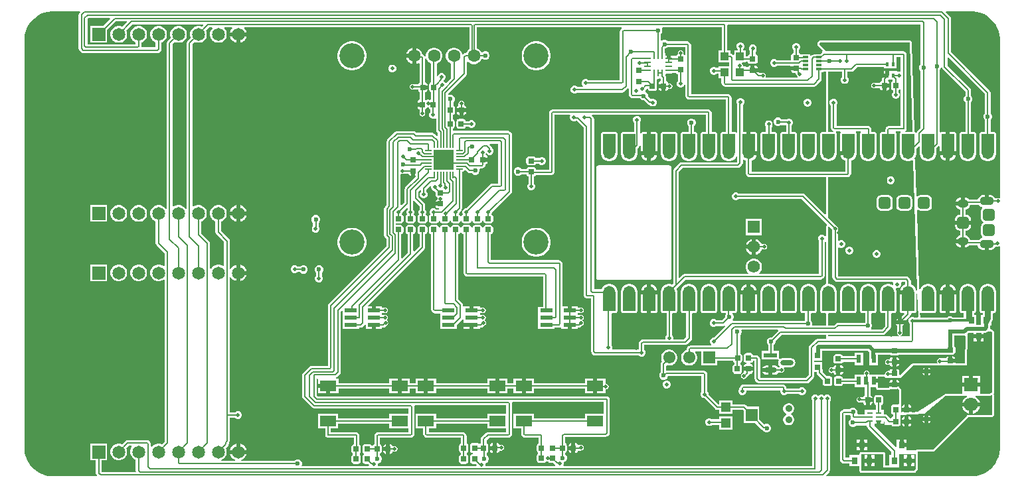
<source format=gbr>
%TF.GenerationSoftware,Altium Limited,Altium Designer,25.8.1 (18)*%
G04 Layer_Physical_Order=1*
G04 Layer_Color=255*
%FSLAX45Y45*%
%MOMM*%
%TF.SameCoordinates,177DAE0C-5750-4891-A40F-8E88CBB746AF*%
%TF.FilePolarity,Positive*%
%TF.FileFunction,Copper,L1,Top,Signal*%
%TF.Part,Single*%
G01*
G75*
%TA.AperFunction,Conductor*%
%ADD10C,0.20000*%
%TA.AperFunction,SMDPad,CuDef*%
%ADD11R,0.75000X0.28000*%
%ADD12C,0.60000*%
%ADD13R,0.72000X0.30000*%
G04:AMPARAMS|DCode=14|XSize=0.76mm|YSize=0.6604mm|CornerRadius=0.08255mm|HoleSize=0mm|Usage=FLASHONLY|Rotation=270.000|XOffset=0mm|YOffset=0mm|HoleType=Round|Shape=RoundedRectangle|*
%AMROUNDEDRECTD14*
21,1,0.76000,0.49530,0,0,270.0*
21,1,0.59490,0.66040,0,0,270.0*
1,1,0.16510,-0.24765,-0.29745*
1,1,0.16510,-0.24765,0.29745*
1,1,0.16510,0.24765,0.29745*
1,1,0.16510,0.24765,-0.29745*
%
%ADD14ROUNDEDRECTD14*%
%ADD15R,0.30000X0.60000*%
G04:AMPARAMS|DCode=16|XSize=0.76mm|YSize=0.6604mm|CornerRadius=0.08255mm|HoleSize=0mm|Usage=FLASHONLY|Rotation=180.000|XOffset=0mm|YOffset=0mm|HoleType=Round|Shape=RoundedRectangle|*
%AMROUNDEDRECTD16*
21,1,0.76000,0.49530,0,0,180.0*
21,1,0.59490,0.66040,0,0,180.0*
1,1,0.16510,-0.29745,0.24765*
1,1,0.16510,0.29745,0.24765*
1,1,0.16510,0.29745,-0.24765*
1,1,0.16510,-0.29745,-0.24765*
%
%ADD16ROUNDEDRECTD16*%
%TA.AperFunction,ConnectorPad*%
%ADD17O,1.80000X1.10000*%
%ADD18O,1.45000X1.05000*%
%TA.AperFunction,SMDPad,CuDef*%
%ADD19R,1.00000X1.00000*%
%ADD20O,0.95000X0.25000*%
%ADD21O,0.25000X0.95000*%
G04:AMPARAMS|DCode=22|XSize=1.5mm|YSize=1.5mm|CornerRadius=0.3mm|HoleSize=0mm|Usage=FLASHONLY|Rotation=270.000|XOffset=0mm|YOffset=0mm|HoleType=Round|Shape=RoundedRectangle|*
%AMROUNDEDRECTD22*
21,1,1.50000,0.90000,0,0,270.0*
21,1,0.90000,1.50000,0,0,270.0*
1,1,0.60000,-0.45000,-0.45000*
1,1,0.60000,-0.45000,0.45000*
1,1,0.60000,0.45000,0.45000*
1,1,0.60000,0.45000,-0.45000*
%
%ADD22ROUNDEDRECTD22*%
%ADD23R,0.60000X1.10000*%
%ADD24C,1.57480*%
G04:AMPARAMS|DCode=25|XSize=1.68435mm|YSize=0.62684mm|CornerRadius=0.31342mm|HoleSize=0mm|Usage=FLASHONLY|Rotation=0.000|XOffset=0mm|YOffset=0mm|HoleType=Round|Shape=RoundedRectangle|*
%AMROUNDEDRECTD25*
21,1,1.68435,0.00000,0,0,0.0*
21,1,1.05751,0.62684,0,0,0.0*
1,1,0.62684,0.52875,0.00000*
1,1,0.62684,-0.52875,0.00000*
1,1,0.62684,-0.52875,0.00000*
1,1,0.62684,0.52875,0.00000*
%
%ADD25ROUNDEDRECTD25*%
%ADD26R,0.80000X0.90000*%
%ADD27R,2.65000X2.65000*%
%ADD28O,0.85000X0.20000*%
%ADD29R,1.60000X0.50000*%
%ADD30R,2.10000X1.40000*%
%ADD31O,0.20000X0.85000*%
%ADD32R,1.50000X1.60000*%
%ADD33R,1.20000X1.20000*%
%ADD34R,0.80000X0.80000*%
%ADD35R,1.68435X0.62684*%
%ADD36R,1.57480X1.57480*%
%TA.AperFunction,Conductor*%
%ADD37C,0.30000*%
%ADD38C,0.50000*%
%ADD39C,0.80000*%
%ADD40C,1.00000*%
%TA.AperFunction,ComponentPad*%
%ADD41R,1.65100X1.65100*%
%ADD42C,1.65100*%
%ADD43C,1.60000*%
%ADD44C,1.55000*%
%ADD45R,1.55000X1.55000*%
%ADD46C,0.90000*%
%ADD47R,1.80000X1.80000*%
%ADD48C,1.80000*%
%TA.AperFunction,ViaPad*%
%ADD49C,0.50000*%
%ADD50C,5.00000*%
%ADD51C,3.20000*%
G36*
X12172223Y5963092D02*
X12219000Y5950558D01*
X12263738Y5932027D01*
X12305674Y5907815D01*
X12344094Y5878334D01*
X12378335Y5844094D01*
X12407815Y5805675D01*
X12432027Y5763738D01*
X12450559Y5718998D01*
X12463092Y5672223D01*
X12469413Y5624212D01*
X12469413Y5600000D01*
X12469413Y3584038D01*
X12456713Y3578356D01*
X12445001Y3580686D01*
X12407242D01*
X12405229Y3585547D01*
X12392342Y3602342D01*
X12375547Y3615229D01*
X12355988Y3623331D01*
X12335000Y3626094D01*
X12325400D01*
Y3545000D01*
X12274600D01*
Y3626094D01*
X12265000D01*
X12244012Y3623331D01*
X12224453Y3615229D01*
X12207658Y3602342D01*
X12194771Y3585547D01*
X12186670Y3565989D01*
X12186630Y3565686D01*
X12076298D01*
X12072559Y3570559D01*
X12056286Y3583045D01*
X12037336Y3590895D01*
X12022400Y3592861D01*
Y3515000D01*
X11997000D01*
Y3489600D01*
X11903203D01*
X11908955Y3475714D01*
X11921441Y3459441D01*
X11937714Y3446955D01*
X11956664Y3439105D01*
X11961314Y3438493D01*
Y3373985D01*
X11955000D01*
X11933384Y3369686D01*
X11915059Y3357441D01*
X11902815Y3339116D01*
X11898515Y3317500D01*
Y3297900D01*
X12000000D01*
X12101485D01*
Y3317500D01*
X12097186Y3339116D01*
X12084941Y3357441D01*
X12066616Y3369686D01*
X12045000Y3373985D01*
X12032686D01*
Y3438493D01*
X12037336Y3439105D01*
X12056286Y3446955D01*
X12072559Y3459441D01*
X12085045Y3475714D01*
X12092750Y3494314D01*
X12202551D01*
X12207658Y3487659D01*
X12224453Y3474771D01*
X12239517Y3468532D01*
X12241392Y3464873D01*
X12243396Y3456826D01*
X12243217Y3453965D01*
X12233191Y3438960D01*
X12228923Y3417500D01*
Y3327500D01*
X12233191Y3306040D01*
X12245347Y3287848D01*
X12257105Y3279992D01*
Y3265008D01*
X12245347Y3257153D01*
X12233191Y3238960D01*
X12228923Y3217500D01*
Y3127500D01*
X12233191Y3106040D01*
X12243217Y3091035D01*
X12243396Y3088175D01*
X12241392Y3080127D01*
X12239517Y3076469D01*
X12224453Y3070229D01*
X12207658Y3057342D01*
X12202551Y3050686D01*
X12092750D01*
X12085045Y3069286D01*
X12072559Y3085559D01*
X12056286Y3098046D01*
X12037336Y3105895D01*
X12032686Y3106507D01*
Y3171015D01*
X12045000D01*
X12066616Y3175315D01*
X12084941Y3187559D01*
X12097186Y3205884D01*
X12101485Y3227500D01*
Y3247100D01*
X12000000D01*
X11898515D01*
Y3227500D01*
X11902815Y3205884D01*
X11915059Y3187559D01*
X11933384Y3175315D01*
X11955000Y3171015D01*
X11961314D01*
Y3106507D01*
X11956664Y3105895D01*
X11937714Y3098046D01*
X11921441Y3085559D01*
X11908955Y3069286D01*
X11903203Y3055400D01*
X11997000D01*
Y3030000D01*
X12022400D01*
Y2952139D01*
X12037336Y2954105D01*
X12056286Y2961955D01*
X12072559Y2974441D01*
X12076298Y2979314D01*
X12186630D01*
X12186670Y2979012D01*
X12194771Y2959453D01*
X12207658Y2942658D01*
X12224453Y2929771D01*
X12244012Y2921670D01*
X12265000Y2918907D01*
X12274600D01*
Y3000000D01*
X12325400D01*
Y2918907D01*
X12335000D01*
X12355988Y2921670D01*
X12375547Y2929771D01*
X12392342Y2942658D01*
X12405229Y2959453D01*
X12407242Y2964314D01*
X12433526D01*
X12447183Y2967031D01*
X12456713Y2973399D01*
X12464432Y2971084D01*
X12469413Y2967851D01*
X12469413Y400000D01*
X12469413Y375788D01*
X12463092Y327776D01*
X12450559Y281000D01*
X12432027Y236261D01*
X12407815Y194324D01*
X12378336Y155907D01*
X12344093Y121664D01*
X12305675Y92185D01*
X12263737Y67972D01*
X12219000Y49441D01*
X12172223Y36907D01*
X12124212Y30586D01*
X12100000D01*
X10255931Y30586D01*
X10251071Y42320D01*
X10290234Y81482D01*
X10297969Y93060D01*
X10300686Y106716D01*
Y987475D01*
X10307388Y994177D01*
X10315000Y1012554D01*
Y1032446D01*
X10307388Y1050823D01*
X10293323Y1064888D01*
X10274946Y1072500D01*
X10255054D01*
X10236677Y1064888D01*
X10230000Y1058211D01*
X10220823Y1067388D01*
X10202446Y1075000D01*
X10182554D01*
X10164177Y1067388D01*
X10153750Y1056961D01*
X10140823Y1069888D01*
X10122446Y1077500D01*
X10102554D01*
X10084177Y1069888D01*
X10070112Y1055823D01*
X10062500Y1037446D01*
Y1017554D01*
X10070112Y999177D01*
X10075099Y994191D01*
Y163186D01*
X6910490D01*
X6902667Y175886D01*
X6907500Y187554D01*
Y207446D01*
X6905452Y212389D01*
X6924005Y220073D01*
X6939476Y235545D01*
X6947850Y255760D01*
Y277640D01*
X6939476Y297855D01*
X6926910Y310421D01*
Y332544D01*
X6927340Y332629D01*
X6938340Y339979D01*
X6945690Y350979D01*
X6948271Y363955D01*
Y423445D01*
X6945690Y436420D01*
X6938340Y447420D01*
X6927340Y454770D01*
X6925286Y455179D01*
Y535814D01*
X7443184D01*
X7456841Y538531D01*
X7468418Y546266D01*
X7480134Y557982D01*
X7487869Y569559D01*
X7490586Y583216D01*
Y1016000D01*
X7487869Y1029656D01*
X7480134Y1041234D01*
X7468556Y1048969D01*
X7454900Y1051686D01*
X3771918D01*
X3758186Y1065418D01*
Y1282888D01*
X3761208Y1283534D01*
X3762983Y1282863D01*
X3772900Y1273044D01*
Y1211100D01*
X3903300D01*
Y1185700D01*
X3928700D01*
Y1090301D01*
X4033700D01*
Y1150015D01*
X4682900D01*
Y1090301D01*
X4787900D01*
Y1185700D01*
Y1281100D01*
X4682900D01*
Y1221386D01*
X4033700D01*
Y1281100D01*
X4006235D01*
X4004984Y1293800D01*
X4008656Y1294531D01*
X4020234Y1302266D01*
X4055234Y1337266D01*
X4062969Y1348844D01*
X4065686Y1362500D01*
Y2135218D01*
X4074517Y2144050D01*
X4086250Y2139189D01*
Y2007500D01*
Y1917500D01*
X4296250D01*
Y1931814D01*
X4318984D01*
X4332641Y1934531D01*
X4344218Y1942266D01*
X4368150Y1966199D01*
X4370222Y1966087D01*
X4380850Y1962106D01*
Y1917100D01*
X4460850D01*
Y1967500D01*
X4511650D01*
Y1917100D01*
X4591650D01*
Y1931814D01*
X4606882D01*
X4620538Y1934531D01*
X4632116Y1942266D01*
X4643318Y1953469D01*
X4648656Y1954531D01*
X4660234Y1962266D01*
X4667969Y1973844D01*
X4670686Y1987500D01*
X4667969Y2001156D01*
X4660234Y2012734D01*
X4654237Y2016741D01*
X4653438Y2031481D01*
X4656484Y2033516D01*
X4657734Y2034766D01*
X4665469Y2046344D01*
X4668186Y2060000D01*
X4665469Y2073656D01*
X4657734Y2085234D01*
X4646156Y2092969D01*
X4632500Y2095686D01*
X4626217Y2094436D01*
X4591650D01*
Y2114314D01*
X4630000D01*
X4643656Y2117031D01*
X4655234Y2124766D01*
X4657734Y2127266D01*
X4665469Y2138844D01*
X4668186Y2152500D01*
X4665469Y2166156D01*
X4657734Y2177734D01*
X4646156Y2185469D01*
X4632500Y2188186D01*
X4619933Y2185686D01*
X4591650D01*
Y2197900D01*
X4511650D01*
Y2147500D01*
X4460850D01*
Y2197900D01*
X4411261D01*
X4406401Y2209633D01*
X5130633Y2933866D01*
X5138369Y2945443D01*
X5141085Y2959100D01*
Y3123710D01*
X5148120Y3125109D01*
X5159120Y3132459D01*
X5166470Y3143460D01*
X5169051Y3156435D01*
Y3205965D01*
X5166470Y3218940D01*
X5159120Y3229940D01*
X5148120Y3237290D01*
X5135145Y3239871D01*
X5075655D01*
X5062679Y3237290D01*
X5051679Y3229940D01*
X5044329Y3218940D01*
X5041748Y3205965D01*
Y3156435D01*
X5044329Y3143460D01*
X5051679Y3132459D01*
X5062679Y3125109D01*
X5069714Y3123710D01*
Y2973881D01*
X5000419Y2904586D01*
X4988685Y2909446D01*
Y3123710D01*
X4995720Y3125109D01*
X5006720Y3132459D01*
X5014070Y3143460D01*
X5016651Y3156435D01*
Y3205965D01*
X5014070Y3218940D01*
X5006720Y3229940D01*
X4995720Y3237290D01*
X4982745Y3239871D01*
X4923255D01*
X4910279Y3237290D01*
X4899279Y3229940D01*
X4891929Y3218940D01*
X4889348Y3205965D01*
Y3156435D01*
X4891929Y3143460D01*
X4899279Y3132459D01*
X4910279Y3125109D01*
X4917314Y3123710D01*
Y2884981D01*
X4848019Y2815686D01*
X4836285Y2820546D01*
Y3123710D01*
X4843320Y3125109D01*
X4854320Y3132459D01*
X4861670Y3143460D01*
X4864251Y3156435D01*
Y3205965D01*
X4861670Y3218940D01*
X4854320Y3229940D01*
X4843320Y3237290D01*
X4830345Y3239871D01*
X4770855D01*
X4768285Y3241980D01*
Y3260420D01*
X4770855Y3262529D01*
X4830345D01*
X4843320Y3265110D01*
X4854320Y3272460D01*
X4861670Y3283460D01*
X4864251Y3296435D01*
Y3345965D01*
X4861670Y3358940D01*
X4854320Y3369941D01*
X4843713Y3377028D01*
X4850600Y3393654D01*
Y3403133D01*
X4905581Y3458114D01*
X4917314Y3453253D01*
Y3438625D01*
X4910612Y3431923D01*
X4903000Y3413546D01*
Y3393654D01*
X4909887Y3377028D01*
X4899279Y3369941D01*
X4891929Y3358940D01*
X4889348Y3345965D01*
Y3296435D01*
X4891929Y3283460D01*
X4899279Y3272460D01*
X4910279Y3265110D01*
X4923255Y3262529D01*
X4982745D01*
X4995720Y3265110D01*
X5006720Y3272460D01*
X5014070Y3283460D01*
X5016651Y3296435D01*
Y3345965D01*
X5014070Y3358940D01*
X5006720Y3369941D01*
X4996113Y3377028D01*
X5003000Y3393654D01*
Y3413546D01*
X4995388Y3431923D01*
X4988686Y3438625D01*
Y3545386D01*
X5001386Y3550647D01*
X5069714Y3482318D01*
Y3438625D01*
X5063012Y3431923D01*
X5055400Y3413546D01*
Y3393654D01*
X5062287Y3377028D01*
X5051679Y3369941D01*
X5044329Y3358940D01*
X5041748Y3345965D01*
Y3296435D01*
X5044329Y3283460D01*
X5051679Y3272460D01*
X5062679Y3265110D01*
X5075655Y3262529D01*
X5135145D01*
X5148120Y3265110D01*
X5159120Y3272460D01*
X5166470Y3283460D01*
X5169051Y3296435D01*
Y3345965D01*
X5166470Y3358940D01*
X5159120Y3369941D01*
X5148513Y3377028D01*
X5155400Y3393654D01*
Y3413546D01*
X5147788Y3431923D01*
X5141086Y3438625D01*
Y3497100D01*
X5138369Y3510756D01*
X5130634Y3522334D01*
X5053186Y3599781D01*
Y3667545D01*
X5072581Y3686940D01*
X5084314Y3682080D01*
Y3665025D01*
X5077612Y3658323D01*
X5070000Y3639946D01*
Y3620054D01*
X5077612Y3601677D01*
X5091677Y3587612D01*
X5110054Y3580000D01*
X5129946D01*
X5148323Y3587612D01*
X5162388Y3601677D01*
X5170000Y3620054D01*
Y3639946D01*
X5162388Y3658323D01*
X5155686Y3665025D01*
Y3692841D01*
X5198954Y3736109D01*
X5211471Y3730666D01*
Y3715778D01*
X5219083Y3697401D01*
X5233149Y3683335D01*
X5251526Y3675723D01*
X5254230D01*
X5270349Y3659604D01*
Y3626635D01*
X5272930Y3613660D01*
X5280280Y3602660D01*
X5291280Y3595310D01*
X5294014Y3594766D01*
X5299018Y3587038D01*
X5300831Y3580959D01*
X5297032Y3569042D01*
X5291124Y3567867D01*
X5279991Y3560429D01*
X5272553Y3549296D01*
X5270067Y3536800D01*
X5334000D01*
Y3486000D01*
X5270067D01*
X5272553Y3473503D01*
X5279991Y3462371D01*
X5291124Y3454933D01*
X5304255Y3452321D01*
X5313448D01*
X5320236Y3439621D01*
X5320012Y3439286D01*
X5280125D01*
X5273423Y3445988D01*
X5255046Y3453600D01*
X5235154D01*
X5216777Y3445988D01*
X5202712Y3431923D01*
X5195100Y3413546D01*
Y3393654D01*
X5202712Y3375277D01*
X5202451Y3372624D01*
X5198434Y3369941D01*
X5191084Y3358940D01*
X5188503Y3345965D01*
Y3296435D01*
X5191084Y3283460D01*
X5198434Y3272460D01*
X5209435Y3265110D01*
X5222410Y3262529D01*
X5281900D01*
X5294875Y3265110D01*
X5305875Y3272460D01*
X5313225Y3283460D01*
X5314825Y3291501D01*
X5327774D01*
X5329373Y3283460D01*
X5336723Y3272460D01*
X5347723Y3265110D01*
X5360699Y3262529D01*
X5420189D01*
X5433164Y3265110D01*
X5444164Y3272460D01*
X5451514Y3283460D01*
X5453114Y3291501D01*
X5466062D01*
X5467662Y3283460D01*
X5475012Y3272460D01*
X5486012Y3265110D01*
X5498987Y3262529D01*
X5558477D01*
X5571453Y3265110D01*
X5582453Y3272460D01*
X5589803Y3283460D01*
X5591402Y3291501D01*
X5604351D01*
X5605951Y3283460D01*
X5613301Y3272460D01*
X5624301Y3265110D01*
X5637276Y3262529D01*
X5696766D01*
X5709741Y3265110D01*
X5720742Y3272460D01*
X5728092Y3283460D01*
X5729691Y3291501D01*
X5742640D01*
X5744239Y3283460D01*
X5751589Y3272460D01*
X5762590Y3265110D01*
X5775565Y3262529D01*
X5835055D01*
X5848030Y3265110D01*
X5859030Y3272460D01*
X5866380Y3283460D01*
X5867980Y3291501D01*
X5880929D01*
X5882528Y3283460D01*
X5889878Y3272460D01*
X5900878Y3265110D01*
X5913854Y3262529D01*
X5973344D01*
X5986319Y3265110D01*
X5997319Y3272460D01*
X6004669Y3283460D01*
X6007250Y3296435D01*
Y3345965D01*
X6004669Y3358940D01*
X5997319Y3369941D01*
X5986713Y3377028D01*
X5993600Y3393654D01*
Y3403133D01*
X6235534Y3645066D01*
X6243269Y3656644D01*
X6245986Y3670300D01*
Y4395184D01*
X6243269Y4408841D01*
X6235534Y4420418D01*
X6223818Y4432134D01*
X6212241Y4439869D01*
X6198584Y4442586D01*
X5509216D01*
X5505886Y4441923D01*
X5493186Y4452346D01*
Y4471021D01*
X5495240Y4471430D01*
X5506240Y4478780D01*
X5513590Y4489780D01*
X5516171Y4502755D01*
Y4562245D01*
X5513590Y4575220D01*
X5506240Y4586221D01*
X5495686Y4593273D01*
Y4645523D01*
X5500240Y4646429D01*
X5511240Y4653779D01*
X5518590Y4664780D01*
X5521171Y4677755D01*
Y4737245D01*
X5518590Y4750220D01*
X5511240Y4761220D01*
X5500240Y4768570D01*
X5498186Y4768979D01*
Y4807904D01*
X5509127Y4818845D01*
X5517500Y4839060D01*
Y4860940D01*
X5509127Y4881155D01*
X5493655Y4896626D01*
X5473440Y4905000D01*
X5451560D01*
X5445776Y4902604D01*
X5434584Y4909710D01*
X5433735Y4921137D01*
X5664034Y5151436D01*
X5671769Y5163013D01*
X5674486Y5176669D01*
Y5321062D01*
X5687186Y5326322D01*
X5697529Y5315979D01*
X5721471Y5302156D01*
X5748176Y5295000D01*
X5775823D01*
X5802528Y5302156D01*
X5826471Y5315979D01*
X5846021Y5335529D01*
X5857993Y5356265D01*
X5868249Y5359347D01*
X5872940Y5359278D01*
X5876345Y5355873D01*
X5896560Y5347500D01*
X5918440D01*
X5938655Y5355873D01*
X5954127Y5371345D01*
X5962500Y5391560D01*
Y5413440D01*
X5954127Y5433655D01*
X5938655Y5449127D01*
X5918440Y5457500D01*
X5896560D01*
X5876345Y5449127D01*
X5871644Y5444425D01*
X5870680Y5444107D01*
X5856163Y5446905D01*
X5846021Y5464471D01*
X5826471Y5484021D01*
X5802528Y5497844D01*
X5797686Y5499142D01*
Y5764315D01*
X7643244D01*
X7647096Y5751615D01*
X7643982Y5749534D01*
X7632266Y5737818D01*
X7624531Y5726241D01*
X7621814Y5712584D01*
Y5088186D01*
X7220025D01*
X7213323Y5094888D01*
X7194946Y5102500D01*
X7175054D01*
X7156677Y5094888D01*
X7142612Y5080823D01*
X7135000Y5062446D01*
Y5042554D01*
X7142612Y5024177D01*
X7150903Y5015886D01*
X7145643Y5003186D01*
X7080025D01*
X7073323Y5009888D01*
X7054946Y5017500D01*
X7035054D01*
X7016677Y5009888D01*
X7002612Y4995823D01*
X6995000Y4977446D01*
Y4957554D01*
X7002612Y4939177D01*
X7016677Y4925112D01*
X7035054Y4917500D01*
X7054946D01*
X7073323Y4925112D01*
X7080025Y4931814D01*
X7652500D01*
X7666157Y4934531D01*
X7677734Y4942266D01*
X7721614Y4986147D01*
X7734314Y4981028D01*
Y4908176D01*
X7737031Y4894519D01*
X7744766Y4882942D01*
X7756482Y4871226D01*
X7768059Y4863491D01*
X7781716Y4860774D01*
X7877167D01*
X7878173Y4858345D01*
X7893645Y4842873D01*
X7913860Y4834500D01*
X7929333D01*
X7978326Y4785507D01*
X7989904Y4777771D01*
X7998161Y4776128D01*
X8011677Y4762612D01*
X8030054Y4755000D01*
X8049946D01*
X8068323Y4762612D01*
X8082388Y4776677D01*
X8090000Y4795054D01*
Y4814946D01*
X8082388Y4833323D01*
X8068323Y4847388D01*
X8049946Y4855000D01*
X8030054D01*
X8015709Y4849058D01*
X7979800Y4884967D01*
Y4900440D01*
X7971427Y4920655D01*
X7955955Y4936127D01*
X7949461Y4938816D01*
X7946983Y4951273D01*
X7949888Y4954177D01*
X7957500Y4972554D01*
Y4973915D01*
X7965124Y4981539D01*
X7979986D01*
X7981509Y4973880D01*
X7988859Y4962879D01*
X7999860Y4955529D01*
X8012835Y4952948D01*
X8062365D01*
X8075340Y4955529D01*
X8086340Y4962879D01*
X8093690Y4973880D01*
X8096271Y4986855D01*
Y5039447D01*
X8096306Y5039620D01*
Y5055912D01*
X8096386Y5056316D01*
Y5098495D01*
X8106203Y5106552D01*
X8110700Y5105657D01*
X8125488Y5108599D01*
X8129214Y5111089D01*
X8141914Y5104300D01*
Y5078487D01*
X8139704Y5078047D01*
X8128571Y5070609D01*
X8121133Y5059476D01*
X8118521Y5046345D01*
Y5042000D01*
X8177600D01*
Y5016600D01*
X8203000D01*
Y4952667D01*
X8215497Y4955153D01*
X8226629Y4962591D01*
X8234067Y4973723D01*
X8235090Y4978864D01*
X8247196D01*
X8257500Y4976814D01*
X8271156Y4979531D01*
X8282734Y4987266D01*
X8290469Y4998844D01*
X8293186Y5012500D01*
X8290469Y5026156D01*
X8282734Y5037734D01*
X8280684Y5039783D01*
X8269107Y5047519D01*
X8255450Y5050236D01*
X8235906D01*
X8234067Y5059476D01*
X8226629Y5070609D01*
X8215497Y5078047D01*
X8213286Y5078487D01*
Y5126047D01*
X8210569Y5139703D01*
X8202834Y5151280D01*
X8199342Y5154772D01*
Y5168315D01*
X8209160Y5176372D01*
X8210700Y5176066D01*
X8280700D01*
X8295332Y5178976D01*
X8296222Y5179571D01*
X8339395D01*
X8343879Y5172859D01*
X8354880Y5165509D01*
X8361864Y5164120D01*
Y5080075D01*
X8355112Y5073323D01*
X8347500Y5054946D01*
Y5035054D01*
X8355112Y5016677D01*
X8369177Y5002612D01*
X8387554Y4995000D01*
X8407446D01*
X8425823Y5002612D01*
X8439888Y5016677D01*
X8447500Y5035054D01*
X8459314Y5032916D01*
Y4888516D01*
X8462031Y4874859D01*
X8469766Y4863282D01*
X8481482Y4851566D01*
X8493059Y4843831D01*
X8506716Y4841114D01*
X8975548D01*
Y4435971D01*
X8966568Y4426991D01*
X8930999Y4426991D01*
X8930986Y4426988D01*
X8930974Y4426991D01*
X8926225Y4426041D01*
X8921245Y4425051D01*
X8921234Y4425043D01*
X8921221Y4425041D01*
X8917097Y4422279D01*
X8912975Y4419525D01*
X8912968Y4419515D01*
X8912957Y4419507D01*
X8910194Y4415363D01*
X8907449Y4411256D01*
X8907447Y4411243D01*
X8907440Y4411232D01*
X8906479Y4406378D01*
X8905509Y4401501D01*
X8905512Y4401489D01*
X8905509Y4401476D01*
X8905744Y4161731D01*
X8905744Y4161729D01*
X8905744Y4156515D01*
X8906072Y4154865D01*
X8905962Y4153186D01*
X8907330Y4142790D01*
X8907870Y4141197D01*
X8907980Y4139519D01*
X8910694Y4129390D01*
X8911438Y4127882D01*
X8911766Y4126232D01*
X8915779Y4116544D01*
X8916713Y4115146D01*
X8917253Y4113554D01*
X8922497Y4104472D01*
X8923605Y4103208D01*
X8924349Y4101699D01*
X8930733Y4093380D01*
X8931997Y4092271D01*
X8932932Y4090873D01*
X8940347Y4083458D01*
X8941744Y4082524D01*
X8942853Y4081260D01*
X8951173Y4074876D01*
X8952682Y4074133D01*
X8953946Y4073024D01*
X8963028Y4067781D01*
X8964620Y4067240D01*
X8966018Y4066306D01*
X8975706Y4062294D01*
X8977356Y4061966D01*
X8978864Y4061222D01*
X8988993Y4058509D01*
X8990671Y4058399D01*
X8992264Y4057858D01*
X9002661Y4056490D01*
X9004339Y4056601D01*
X9005988Y4056273D01*
X9011226Y4056273D01*
X9016466Y4056272D01*
X9018116Y4056600D01*
X9019794Y4056489D01*
X9030191Y4057856D01*
X9031784Y4058396D01*
X9033463Y4058506D01*
X9043593Y4061218D01*
X9045102Y4061962D01*
X9046752Y4062290D01*
X9056441Y4066302D01*
X9057839Y4067236D01*
X9059431Y4067776D01*
X9068515Y4073019D01*
X9069780Y4074128D01*
X9071288Y4074872D01*
X9079609Y4081255D01*
X9080718Y4082519D01*
X9082115Y4083453D01*
X9089531Y4090868D01*
X9090466Y4092267D01*
X9091731Y4093376D01*
X9098115Y4101696D01*
X9098859Y4103205D01*
X9099968Y4104469D01*
X9105211Y4113551D01*
X9105752Y4115143D01*
X9106686Y4116542D01*
X9119313Y4113839D01*
Y4046496D01*
X9113503Y4040686D01*
X8410000D01*
X8396344Y4037969D01*
X8384767Y4030234D01*
X8312266Y3957734D01*
X8304531Y3946156D01*
X8301814Y3932500D01*
Y2488329D01*
X8291810Y2480291D01*
X8284761Y2483211D01*
X8283111Y2483539D01*
X8281603Y2484283D01*
X8271474Y2486996D01*
X8269796Y2487106D01*
X8268203Y2487647D01*
X8257806Y2489014D01*
X8256128Y2488904D01*
X8254479Y2489232D01*
X8249242Y2489231D01*
X8244001Y2489233D01*
X8242351Y2488905D01*
X8240674Y2489015D01*
X8230276Y2487649D01*
X8228683Y2487109D01*
X8227004Y2486999D01*
X8216874Y2484286D01*
X8215365Y2483543D01*
X8213716Y2483215D01*
X8204026Y2479203D01*
X8202628Y2478269D01*
X8201036Y2477729D01*
X8191953Y2472486D01*
X8190688Y2471377D01*
X8189179Y2470633D01*
X8180859Y2464250D01*
X8179750Y2462985D01*
X8178352Y2462051D01*
X8170936Y2454636D01*
X8170001Y2453238D01*
X8168736Y2452128D01*
X8162352Y2443809D01*
X8161608Y2442300D01*
X8160499Y2441036D01*
X8155256Y2431954D01*
X8154716Y2430362D01*
X8153781Y2428963D01*
X8149768Y2419274D01*
X8149440Y2417625D01*
X8148696Y2416116D01*
X8145983Y2405986D01*
X8145873Y2404307D01*
X8145332Y2402714D01*
X8143965Y2392317D01*
X8144075Y2390639D01*
X8143747Y2388989D01*
X8143748Y2383746D01*
X8143750Y2383735D01*
X8143748Y2383725D01*
X8143979Y2143980D01*
X8144964Y2139054D01*
X8145919Y2134251D01*
X8145926Y2134240D01*
X8145929Y2134228D01*
X8148709Y2130075D01*
X8151444Y2125981D01*
X8151455Y2125974D01*
X8151462Y2125964D01*
X8155577Y2123220D01*
X8159714Y2120455D01*
X8159726Y2120453D01*
X8159737Y2120446D01*
X8164565Y2119491D01*
X8169468Y2118515D01*
X8216814Y2118515D01*
Y1832421D01*
X8210112Y1825719D01*
X8202500Y1807342D01*
Y1787451D01*
X8196240Y1778082D01*
X7911716D01*
X7898059Y1775365D01*
X7886482Y1767630D01*
X7874766Y1755914D01*
X7867031Y1744337D01*
X7864314Y1730680D01*
Y1648186D01*
X7531943D01*
X7524887Y1658745D01*
X7527500Y1665054D01*
Y1684946D01*
X7519888Y1703323D01*
X7513186Y1710025D01*
Y2109534D01*
X7522166Y2118514D01*
X7567468Y2118514D01*
X7567482Y2118516D01*
X7567494Y2118514D01*
X7572242Y2119463D01*
X7577223Y2120454D01*
X7577234Y2120461D01*
X7577246Y2120464D01*
X7581370Y2123225D01*
X7585492Y2125979D01*
X7585499Y2125990D01*
X7585510Y2125998D01*
X7588274Y2130142D01*
X7591018Y2134249D01*
X7591021Y2134262D01*
X7591028Y2134272D01*
X7591988Y2139127D01*
X7592958Y2144003D01*
X7592956Y2144016D01*
X7592958Y2144029D01*
X7592723Y2383774D01*
X7592723Y2383776D01*
X7592724Y2388990D01*
X7592396Y2390640D01*
X7592506Y2392319D01*
X7591137Y2402715D01*
X7590597Y2404308D01*
X7590487Y2405986D01*
X7587773Y2416115D01*
X7587030Y2417623D01*
X7586702Y2419273D01*
X7582688Y2428961D01*
X7581754Y2430359D01*
X7581214Y2431951D01*
X7575971Y2441033D01*
X7574862Y2442297D01*
X7574118Y2443806D01*
X7567734Y2452125D01*
X7566470Y2453234D01*
X7565536Y2454632D01*
X7558121Y2462047D01*
X7556723Y2462981D01*
X7555614Y2464245D01*
X7547294Y2470629D01*
X7545786Y2471372D01*
X7544521Y2472481D01*
X7535440Y2477724D01*
X7533847Y2478265D01*
X7532449Y2479198D01*
X7522761Y2483211D01*
X7521111Y2483539D01*
X7519603Y2484283D01*
X7509474Y2486996D01*
X7507796Y2487106D01*
X7506203Y2487647D01*
X7495806Y2489014D01*
X7494128Y2488904D01*
X7492479Y2489232D01*
X7487242Y2489231D01*
X7482001Y2489233D01*
X7480351Y2488905D01*
X7478674Y2489015D01*
X7468276Y2487649D01*
X7466683Y2487109D01*
X7465004Y2486999D01*
X7454874Y2484286D01*
X7453365Y2483543D01*
X7451716Y2483215D01*
X7442026Y2479203D01*
X7440628Y2478269D01*
X7439036Y2477729D01*
X7429953Y2472486D01*
X7428688Y2471377D01*
X7427179Y2470633D01*
X7418859Y2464250D01*
X7417750Y2462985D01*
X7416352Y2462051D01*
X7408936Y2454636D01*
X7408001Y2453238D01*
X7406736Y2452128D01*
X7400352Y2443809D01*
X7399608Y2442300D01*
X7398499Y2441036D01*
X7393256Y2431954D01*
X7392716Y2430362D01*
X7391781Y2428963D01*
X7387836Y2419438D01*
X7293186D01*
Y4595784D01*
X7290469Y4609441D01*
X7282734Y4621018D01*
X7267137Y4636614D01*
X7272398Y4649314D01*
X8721548D01*
Y4435971D01*
X8712568Y4426991D01*
X8676999Y4426991D01*
X8676986Y4426988D01*
X8676974Y4426991D01*
X8672225Y4426041D01*
X8667245Y4425051D01*
X8667234Y4425043D01*
X8667221Y4425041D01*
X8663097Y4422279D01*
X8658975Y4419525D01*
X8658968Y4419515D01*
X8658957Y4419507D01*
X8656194Y4415363D01*
X8653449Y4411256D01*
X8653447Y4411243D01*
X8653440Y4411232D01*
X8652479Y4406378D01*
X8651509Y4401501D01*
X8651512Y4401489D01*
X8651509Y4401476D01*
X8651744Y4161731D01*
X8651744Y4161729D01*
X8651744Y4156515D01*
X8652072Y4154865D01*
X8651962Y4153186D01*
X8653330Y4142790D01*
X8653870Y4141197D01*
X8653980Y4139519D01*
X8656694Y4129390D01*
X8657438Y4127882D01*
X8657766Y4126232D01*
X8661779Y4116544D01*
X8662713Y4115146D01*
X8663253Y4113554D01*
X8668497Y4104472D01*
X8669605Y4103208D01*
X8670349Y4101699D01*
X8676733Y4093380D01*
X8677997Y4092271D01*
X8678932Y4090873D01*
X8686347Y4083458D01*
X8687744Y4082524D01*
X8688853Y4081260D01*
X8697173Y4074876D01*
X8698682Y4074133D01*
X8699946Y4073024D01*
X8709028Y4067781D01*
X8710620Y4067240D01*
X8712018Y4066306D01*
X8721706Y4062294D01*
X8723356Y4061966D01*
X8724864Y4061222D01*
X8734993Y4058509D01*
X8736671Y4058399D01*
X8738264Y4057858D01*
X8748661Y4056490D01*
X8750339Y4056601D01*
X8751988Y4056273D01*
X8757226Y4056273D01*
X8762466Y4056272D01*
X8764116Y4056600D01*
X8765794Y4056489D01*
X8776191Y4057856D01*
X8777784Y4058396D01*
X8779463Y4058506D01*
X8789593Y4061218D01*
X8791102Y4061962D01*
X8792752Y4062290D01*
X8802441Y4066302D01*
X8803839Y4067236D01*
X8805431Y4067776D01*
X8814515Y4073019D01*
X8815780Y4074128D01*
X8817288Y4074872D01*
X8825609Y4081255D01*
X8826718Y4082519D01*
X8828115Y4083453D01*
X8835531Y4090868D01*
X8836466Y4092267D01*
X8837731Y4093376D01*
X8844115Y4101696D01*
X8844859Y4103205D01*
X8845968Y4104469D01*
X8851211Y4113551D01*
X8851752Y4115143D01*
X8852686Y4116542D01*
X8856699Y4126231D01*
X8857027Y4127880D01*
X8857771Y4129389D01*
X8860485Y4139519D01*
X8860595Y4141198D01*
X8861135Y4142791D01*
X8862502Y4153188D01*
X8862392Y4154866D01*
X8862720Y4156516D01*
X8862719Y4161759D01*
X8862717Y4161770D01*
X8862719Y4161780D01*
X8862488Y4401525D01*
X8861504Y4406451D01*
X8860548Y4411254D01*
X8860541Y4411264D01*
X8860539Y4411277D01*
X8857758Y4415430D01*
X8855023Y4419524D01*
X8855013Y4419531D01*
X8855005Y4419541D01*
X8850890Y4422285D01*
X8846753Y4425049D01*
X8846741Y4425052D01*
X8846731Y4425059D01*
X8841903Y4426014D01*
X8836999Y4426990D01*
X8792919Y4426990D01*
Y4673284D01*
X8790203Y4686941D01*
X8782467Y4698518D01*
X8770752Y4710234D01*
X8759174Y4717969D01*
X8745518Y4720686D01*
X6768116D01*
X6754459Y4717969D01*
X6742882Y4710234D01*
X6731166Y4698518D01*
X6723431Y4686941D01*
X6720714Y4673284D01*
Y3947286D01*
X6555650D01*
X6553570Y3957740D01*
X6546220Y3968740D01*
X6535220Y3976090D01*
X6522245Y3978671D01*
X6462755D01*
X6449780Y3976090D01*
X6438779Y3968740D01*
X6431493Y3957836D01*
X6368846D01*
X6355755Y3970927D01*
X6335540Y3979300D01*
X6313660D01*
X6293445Y3970927D01*
X6277973Y3955455D01*
X6269600Y3935240D01*
Y3913360D01*
X6277973Y3893145D01*
X6293445Y3877673D01*
X6313660Y3869300D01*
X6335540D01*
X6355755Y3877673D01*
X6364546Y3886464D01*
X6430593D01*
X6431429Y3882259D01*
X6438779Y3871259D01*
X6449780Y3863909D01*
X6455414Y3862789D01*
Y3770225D01*
X6447312Y3762123D01*
X6439700Y3743746D01*
Y3723854D01*
X6447312Y3705477D01*
X6461377Y3691412D01*
X6479754Y3683800D01*
X6499646D01*
X6518023Y3691412D01*
X6532088Y3705477D01*
X6539700Y3723854D01*
Y3743746D01*
X6532088Y3762123D01*
X6526786Y3767425D01*
Y3862232D01*
X6535220Y3863909D01*
X6546220Y3871259D01*
X6549331Y3875914D01*
X6744684D01*
X6758341Y3878631D01*
X6769918Y3886366D01*
X6781634Y3898082D01*
X6789369Y3909659D01*
X6792086Y3923316D01*
Y4649314D01*
X6984510D01*
X6992333Y4636614D01*
X6987500Y4624946D01*
Y4605054D01*
X6995112Y4586677D01*
X7009177Y4572612D01*
X7027554Y4565000D01*
X7047446D01*
X7065823Y4572612D01*
X7066785Y4573574D01*
X7070959D01*
X7159314Y4485219D01*
Y2349216D01*
X7162031Y2335559D01*
X7169766Y2323982D01*
X7181482Y2312266D01*
X7193060Y2304531D01*
X7206716Y2301814D01*
X7256814D01*
Y1624216D01*
X7259531Y1610559D01*
X7267266Y1598982D01*
X7278982Y1587266D01*
X7290559Y1579531D01*
X7304216Y1576814D01*
X7864975D01*
X7871677Y1570112D01*
X7890054Y1562500D01*
X7909946D01*
X7928323Y1570112D01*
X7942388Y1584177D01*
X7950000Y1602554D01*
Y1622446D01*
X7942388Y1640823D01*
X7935686Y1647525D01*
Y1706710D01*
X8453180D01*
X8466837Y1709427D01*
X8478414Y1717162D01*
X8530234Y1768982D01*
X8537969Y1780560D01*
X8540686Y1794216D01*
Y2109534D01*
X8549666Y2118514D01*
X8583468Y2118514D01*
X8583482Y2118516D01*
X8583494Y2118514D01*
X8588242Y2119463D01*
X8593223Y2120454D01*
X8593234Y2120461D01*
X8593246Y2120464D01*
X8597370Y2123225D01*
X8601492Y2125979D01*
X8601499Y2125990D01*
X8601510Y2125998D01*
X8604274Y2130142D01*
X8607018Y2134249D01*
X8607021Y2134262D01*
X8607028Y2134272D01*
X8607988Y2139127D01*
X8608958Y2144003D01*
X8608956Y2144016D01*
X8608958Y2144029D01*
X8608723Y2383774D01*
X8608723Y2383776D01*
X8608724Y2388990D01*
X8608396Y2390640D01*
X8608506Y2392319D01*
X8607137Y2402715D01*
X8606597Y2404308D01*
X8606487Y2405986D01*
X8603773Y2416115D01*
X8603030Y2417623D01*
X8602702Y2419273D01*
X8598688Y2428961D01*
X8597754Y2430359D01*
X8597214Y2431951D01*
X8591971Y2441033D01*
X8590862Y2442297D01*
X8590118Y2443806D01*
X8583734Y2452125D01*
X8582470Y2453234D01*
X8581536Y2454632D01*
X8574121Y2462047D01*
X8572723Y2462981D01*
X8571614Y2464245D01*
X8563294Y2470629D01*
X8561786Y2471372D01*
X8560521Y2472481D01*
X8551440Y2477724D01*
X8549847Y2478265D01*
X8548449Y2479198D01*
X8538761Y2483211D01*
X8537111Y2483539D01*
X8535603Y2484283D01*
X8525474Y2486996D01*
X8523796Y2487106D01*
X8522203Y2487647D01*
X8511806Y2489014D01*
X8510128Y2488904D01*
X8508479Y2489232D01*
X8503242Y2489231D01*
X8498001Y2489233D01*
X8496351Y2488905D01*
X8494674Y2489015D01*
X8484276Y2487649D01*
X8482683Y2487109D01*
X8481004Y2486999D01*
X8470874Y2484286D01*
X8469365Y2483543D01*
X8467716Y2483215D01*
X8458026Y2479203D01*
X8456628Y2478269D01*
X8455036Y2477729D01*
X8445953Y2472486D01*
X8444688Y2471377D01*
X8443179Y2470633D01*
X8434859Y2464250D01*
X8433750Y2462985D01*
X8432352Y2462051D01*
X8424936Y2454636D01*
X8424001Y2453238D01*
X8422736Y2452128D01*
X8416352Y2443809D01*
X8415608Y2442300D01*
X8414499Y2441036D01*
X8409256Y2431954D01*
X8408716Y2430362D01*
X8407781Y2428963D01*
X8403768Y2419274D01*
X8403440Y2417625D01*
X8402696Y2416116D01*
X8399983Y2405986D01*
X8399873Y2404307D01*
X8399332Y2402714D01*
X8397965Y2392317D01*
X8398075Y2390639D01*
X8397747Y2388989D01*
X8397748Y2383746D01*
X8397750Y2383735D01*
X8397748Y2383725D01*
X8397979Y2143980D01*
X8398964Y2139054D01*
X8399919Y2134251D01*
X8399926Y2134240D01*
X8399929Y2134228D01*
X8402709Y2130075D01*
X8405444Y2125981D01*
X8405455Y2125974D01*
X8405462Y2125964D01*
X8409577Y2123220D01*
X8413714Y2120455D01*
X8413726Y2120453D01*
X8413737Y2120446D01*
X8418565Y2119491D01*
X8423468Y2118515D01*
X8469314Y2118515D01*
Y1808997D01*
X8438399Y1778082D01*
X8308760D01*
X8302500Y1787451D01*
Y1807342D01*
X8294888Y1825719D01*
X8288186Y1832421D01*
Y2109534D01*
X8297166Y2118514D01*
X8329468Y2118514D01*
X8329482Y2118516D01*
X8329494Y2118514D01*
X8334242Y2119463D01*
X8339223Y2120454D01*
X8339234Y2120461D01*
X8339246Y2120464D01*
X8343370Y2123225D01*
X8347492Y2125979D01*
X8347499Y2125990D01*
X8347510Y2125998D01*
X8350274Y2130142D01*
X8353018Y2134249D01*
X8353021Y2134262D01*
X8353028Y2134272D01*
X8353988Y2139127D01*
X8354958Y2144003D01*
X8354956Y2144016D01*
X8354958Y2144029D01*
X8354723Y2383774D01*
X8354723Y2383776D01*
X8354724Y2388990D01*
X8354396Y2390640D01*
X8354506Y2392319D01*
X8353137Y2402715D01*
X8352597Y2404308D01*
X8352487Y2405986D01*
X8349773Y2416115D01*
X8349030Y2417623D01*
X8348702Y2419273D01*
X8344753Y2428805D01*
X8459639Y2543691D01*
X10182500D01*
X10196156Y2546407D01*
X10207734Y2554143D01*
X10222734Y2569143D01*
X10230469Y2580720D01*
X10233186Y2594376D01*
Y3023916D01*
X10236810Y3026582D01*
X10249510Y3020157D01*
Y2499346D01*
X10249670Y2498545D01*
X10249561Y2497738D01*
X10250309Y2494920D01*
X10246665Y2485633D01*
X10241813Y2481620D01*
X10241717Y2481559D01*
X10236026Y2479203D01*
X10234628Y2478269D01*
X10233036Y2477729D01*
X10223953Y2472486D01*
X10222688Y2471377D01*
X10221179Y2470633D01*
X10212859Y2464250D01*
X10211750Y2462985D01*
X10210352Y2462051D01*
X10202936Y2454636D01*
X10202001Y2453238D01*
X10200736Y2452128D01*
X10194352Y2443809D01*
X10193608Y2442300D01*
X10192499Y2441036D01*
X10187256Y2431954D01*
X10186716Y2430362D01*
X10185781Y2428963D01*
X10181768Y2419274D01*
X10181440Y2417625D01*
X10180696Y2416116D01*
X10177983Y2405986D01*
X10177873Y2404307D01*
X10177332Y2402714D01*
X10175965Y2392317D01*
X10176075Y2390639D01*
X10175747Y2388989D01*
X10175748Y2383746D01*
X10175750Y2383735D01*
X10175748Y2383725D01*
X10175979Y2143980D01*
X10176964Y2139054D01*
X10177919Y2134251D01*
X10177926Y2134240D01*
X10177929Y2134228D01*
X10180709Y2130075D01*
X10183444Y2125981D01*
X10183455Y2125974D01*
X10183462Y2125964D01*
X10187577Y2123220D01*
X10191714Y2120455D01*
X10191726Y2120453D01*
X10191737Y2120446D01*
X10196565Y2119491D01*
X10201468Y2118515D01*
X10240263Y2118515D01*
X10249509Y2109536D01*
X10249510Y2109534D01*
Y1956886D01*
X10081190D01*
X10074134Y1967446D01*
X10075300Y1970260D01*
Y1992140D01*
X10066927Y2012355D01*
X10055986Y2023296D01*
Y2109534D01*
X10064966Y2118514D01*
X10107468Y2118514D01*
X10107482Y2118516D01*
X10107494Y2118514D01*
X10112242Y2119463D01*
X10117223Y2120454D01*
X10117234Y2120461D01*
X10117246Y2120464D01*
X10121370Y2123225D01*
X10125492Y2125979D01*
X10125499Y2125990D01*
X10125510Y2125998D01*
X10128274Y2130142D01*
X10131018Y2134249D01*
X10131021Y2134262D01*
X10131028Y2134272D01*
X10131988Y2139127D01*
X10132958Y2144003D01*
X10132956Y2144016D01*
X10132958Y2144029D01*
X10132723Y2383774D01*
X10132723Y2383776D01*
X10132724Y2388990D01*
X10132396Y2390640D01*
X10132506Y2392319D01*
X10131137Y2402715D01*
X10130597Y2404308D01*
X10130487Y2405986D01*
X10127773Y2416115D01*
X10127030Y2417623D01*
X10126702Y2419273D01*
X10122688Y2428961D01*
X10121754Y2430359D01*
X10121214Y2431951D01*
X10115971Y2441033D01*
X10114862Y2442297D01*
X10114118Y2443806D01*
X10107734Y2452125D01*
X10106470Y2453234D01*
X10105536Y2454632D01*
X10098121Y2462047D01*
X10096723Y2462981D01*
X10095614Y2464245D01*
X10087294Y2470629D01*
X10085786Y2471372D01*
X10084521Y2472481D01*
X10075440Y2477724D01*
X10073847Y2478265D01*
X10072449Y2479198D01*
X10062761Y2483211D01*
X10061111Y2483539D01*
X10059603Y2484283D01*
X10049474Y2486996D01*
X10047796Y2487106D01*
X10046203Y2487647D01*
X10035806Y2489014D01*
X10034128Y2488904D01*
X10032479Y2489232D01*
X10027242Y2489231D01*
X10022001Y2489233D01*
X10020351Y2488905D01*
X10018674Y2489015D01*
X10008276Y2487649D01*
X10006683Y2487109D01*
X10005004Y2486999D01*
X9994874Y2484286D01*
X9993365Y2483543D01*
X9991716Y2483215D01*
X9982026Y2479203D01*
X9980628Y2478269D01*
X9979036Y2477729D01*
X9969953Y2472486D01*
X9968688Y2471377D01*
X9967179Y2470633D01*
X9958859Y2464250D01*
X9957750Y2462985D01*
X9956352Y2462051D01*
X9948936Y2454636D01*
X9948001Y2453238D01*
X9946736Y2452128D01*
X9940352Y2443809D01*
X9939608Y2442300D01*
X9938499Y2441036D01*
X9933256Y2431954D01*
X9932716Y2430362D01*
X9931781Y2428963D01*
X9927768Y2419274D01*
X9927440Y2417625D01*
X9926696Y2416116D01*
X9923983Y2405986D01*
X9923873Y2404307D01*
X9923332Y2402714D01*
X9921965Y2392317D01*
X9922075Y2390639D01*
X9921747Y2388989D01*
X9921748Y2383746D01*
X9921750Y2383735D01*
X9921748Y2383725D01*
X9921979Y2143980D01*
X9922964Y2139054D01*
X9923919Y2134251D01*
X9923926Y2134240D01*
X9923929Y2134228D01*
X9926709Y2130075D01*
X9929444Y2125981D01*
X9929455Y2125974D01*
X9929462Y2125964D01*
X9933577Y2123220D01*
X9937714Y2120455D01*
X9937726Y2120453D01*
X9937737Y2120446D01*
X9942565Y2119491D01*
X9947468Y2118515D01*
X9984614Y2118515D01*
Y2023296D01*
X9978204Y2016886D01*
X9065128D01*
X9059867Y2029586D01*
X9064127Y2033845D01*
X9072500Y2054060D01*
Y2075940D01*
X9064127Y2096155D01*
X9054467Y2105814D01*
X9059728Y2118514D01*
X9091468Y2118514D01*
X9091482Y2118516D01*
X9091494Y2118514D01*
X9096242Y2119463D01*
X9101223Y2120454D01*
X9101234Y2120461D01*
X9101246Y2120464D01*
X9105370Y2123225D01*
X9109492Y2125979D01*
X9109499Y2125990D01*
X9109510Y2125998D01*
X9112274Y2130142D01*
X9115018Y2134249D01*
X9115021Y2134262D01*
X9115028Y2134272D01*
X9115988Y2139127D01*
X9116958Y2144003D01*
X9116956Y2144016D01*
X9116958Y2144029D01*
X9116723Y2383774D01*
X9116723Y2383776D01*
X9116724Y2388990D01*
X9116396Y2390640D01*
X9116506Y2392319D01*
X9115137Y2402715D01*
X9114597Y2404308D01*
X9114487Y2405986D01*
X9111773Y2416115D01*
X9111030Y2417623D01*
X9110702Y2419273D01*
X9106688Y2428961D01*
X9105754Y2430359D01*
X9105214Y2431951D01*
X9099971Y2441033D01*
X9098862Y2442297D01*
X9098118Y2443806D01*
X9091734Y2452125D01*
X9090470Y2453234D01*
X9089536Y2454632D01*
X9082121Y2462047D01*
X9080723Y2462981D01*
X9079614Y2464245D01*
X9071294Y2470629D01*
X9069786Y2471372D01*
X9068521Y2472481D01*
X9059440Y2477724D01*
X9057847Y2478265D01*
X9056449Y2479198D01*
X9046761Y2483211D01*
X9045111Y2483539D01*
X9043603Y2484283D01*
X9033474Y2486996D01*
X9031796Y2487106D01*
X9030203Y2487647D01*
X9019806Y2489014D01*
X9018128Y2488904D01*
X9016479Y2489232D01*
X9011242Y2489231D01*
X9006001Y2489233D01*
X9004351Y2488905D01*
X9002674Y2489015D01*
X8992276Y2487649D01*
X8990683Y2487109D01*
X8989004Y2486999D01*
X8978874Y2484286D01*
X8977365Y2483543D01*
X8975716Y2483215D01*
X8966026Y2479203D01*
X8964628Y2478269D01*
X8963036Y2477729D01*
X8953953Y2472486D01*
X8952688Y2471377D01*
X8951179Y2470633D01*
X8942859Y2464250D01*
X8941750Y2462985D01*
X8940352Y2462051D01*
X8932936Y2454636D01*
X8932001Y2453238D01*
X8930736Y2452128D01*
X8924352Y2443809D01*
X8923608Y2442300D01*
X8922499Y2441036D01*
X8917256Y2431954D01*
X8916716Y2430362D01*
X8915781Y2428963D01*
X8911768Y2419274D01*
X8911440Y2417625D01*
X8910696Y2416116D01*
X8907983Y2405986D01*
X8907873Y2404307D01*
X8907332Y2402714D01*
X8905965Y2392317D01*
X8906075Y2390639D01*
X8905747Y2388989D01*
X8905748Y2383746D01*
X8905750Y2383735D01*
X8905748Y2383725D01*
X8905979Y2143980D01*
X8906964Y2139054D01*
X8907919Y2134251D01*
X8907926Y2134240D01*
X8907929Y2134228D01*
X8910709Y2130075D01*
X8913444Y2125981D01*
X8913455Y2125974D01*
X8913462Y2125964D01*
X8917577Y2123220D01*
X8921714Y2120455D01*
X8921726Y2120453D01*
X8921737Y2120446D01*
X8926565Y2119491D01*
X8931468Y2118515D01*
X8975548Y2118515D01*
Y2100829D01*
X8970874Y2096155D01*
X8962500Y2075940D01*
Y2060467D01*
X8925219Y2023186D01*
X8852525D01*
X8845823Y2029888D01*
X8827446Y2037500D01*
X8807554D01*
X8789177Y2029888D01*
X8775112Y2015823D01*
X8767500Y1997446D01*
Y1977554D01*
X8775112Y1959177D01*
X8789177Y1945112D01*
X8807554Y1937500D01*
X8827446D01*
X8845823Y1945112D01*
X8852525Y1951814D01*
X8940000D01*
X8953656Y1954531D01*
X8961591Y1944558D01*
X8819533Y1802500D01*
X8810054D01*
X8791677Y1794888D01*
X8777612Y1780823D01*
X8770000Y1762446D01*
Y1742554D01*
X8777612Y1724177D01*
X8788403Y1713386D01*
X8783773Y1700686D01*
X8517716D01*
X8504059Y1697969D01*
X8492482Y1690234D01*
X8480766Y1678518D01*
X8473031Y1666941D01*
X8470314Y1653284D01*
Y1644054D01*
X8466436Y1643015D01*
X8443064Y1629520D01*
X8423980Y1610436D01*
X8410485Y1587064D01*
X8403500Y1560994D01*
Y1534006D01*
X8410485Y1507937D01*
X8423980Y1484564D01*
X8443064Y1465480D01*
X8466436Y1451985D01*
X8492506Y1445000D01*
X8519494D01*
X8545564Y1451985D01*
X8568936Y1465480D01*
X8588020Y1484564D01*
X8601515Y1507937D01*
X8608500Y1534006D01*
Y1560994D01*
X8601515Y1587064D01*
X8588020Y1610436D01*
X8580876Y1617581D01*
X8585736Y1629314D01*
X8657500D01*
Y1445000D01*
X8862500D01*
Y1506814D01*
X9065010D01*
X9066409Y1499780D01*
X9073759Y1488780D01*
X9084759Y1481430D01*
X9085564Y1481270D01*
Y1464227D01*
X9082259Y1463570D01*
X9071259Y1456220D01*
X9063909Y1445220D01*
X9061328Y1432245D01*
Y1372755D01*
X9063909Y1359779D01*
X9071259Y1348779D01*
X9082259Y1341429D01*
X9095235Y1338848D01*
X9144765D01*
X9157740Y1341429D01*
X9168740Y1348779D01*
X9176090Y1359779D01*
X9178671Y1372755D01*
Y1432245D01*
X9176090Y1445220D01*
X9168740Y1456220D01*
X9157740Y1463570D01*
X9156935Y1463730D01*
Y1480772D01*
X9160240Y1481430D01*
X9171240Y1488780D01*
X9178590Y1499780D01*
X9181171Y1512755D01*
Y1572245D01*
X9178590Y1585220D01*
X9171240Y1596221D01*
X9160240Y1603571D01*
X9156235Y1604367D01*
Y1839454D01*
X9165227Y1848445D01*
X9173600Y1868660D01*
Y1890540D01*
X9171771Y1894955D01*
X9178827Y1905514D01*
X9634886D01*
X9640147Y1892814D01*
X9554933Y1807600D01*
X9539460D01*
X9519245Y1799227D01*
X9503773Y1783755D01*
X9495400Y1763540D01*
Y1741660D01*
X9503773Y1721445D01*
X9514714Y1710504D01*
Y1633842D01*
X9434757D01*
Y1521158D01*
X9639919D01*
X9646707Y1508458D01*
X9644052Y1504484D01*
X9639679Y1482500D01*
X9644052Y1460516D01*
X9656504Y1441880D01*
X9661733Y1438386D01*
X9657880Y1425686D01*
X9639577D01*
X9637758Y1428409D01*
X9618989Y1440950D01*
X9596849Y1445354D01*
X9569374D01*
Y1387500D01*
Y1329646D01*
X9596849D01*
X9618989Y1334050D01*
X9637758Y1346591D01*
X9642918Y1354314D01*
X9680000D01*
X9693657Y1357031D01*
X9705234Y1364766D01*
X9707734Y1367266D01*
X9715469Y1378844D01*
X9718186Y1392500D01*
X9715469Y1406156D01*
X9711328Y1412354D01*
X9717897Y1425054D01*
X9802875D01*
X9824859Y1429427D01*
X9843495Y1441880D01*
X9855948Y1460516D01*
X9860321Y1482500D01*
X9855948Y1504484D01*
X9843495Y1523120D01*
X9824859Y1535573D01*
X9802875Y1539946D01*
X9697125D01*
X9675141Y1535573D01*
X9665891Y1529392D01*
X9653191Y1536181D01*
Y1633842D01*
X9586086D01*
Y1710504D01*
X9597027Y1721445D01*
X9605400Y1741660D01*
Y1757133D01*
X9685081Y1836814D01*
X10249510D01*
Y1817500D01*
X10251451Y1807746D01*
X10254364Y1803386D01*
X10249237Y1791218D01*
X10248738Y1790686D01*
X10146434D01*
X10132778Y1787969D01*
X10121200Y1780234D01*
X10042125Y1701159D01*
X10034390Y1689581D01*
X10031673Y1675925D01*
Y1331356D01*
X9991003Y1290686D01*
X9414782D01*
X9410686Y1294782D01*
Y1530784D01*
X9407969Y1544441D01*
X9400234Y1556018D01*
X9388518Y1567734D01*
X9376941Y1575469D01*
X9363284Y1578186D01*
X9319990D01*
X9318590Y1585220D01*
X9311240Y1596221D01*
X9300240Y1603571D01*
X9287265Y1606151D01*
X9237735D01*
X9224760Y1603571D01*
X9213759Y1596221D01*
X9206409Y1585220D01*
X9203828Y1572245D01*
Y1512755D01*
X9206409Y1499780D01*
X9213759Y1488780D01*
X9224760Y1481430D01*
X9235672Y1479259D01*
X9235235Y1466559D01*
X9222103Y1463947D01*
X9210971Y1456508D01*
X9203533Y1445376D01*
X9200921Y1432245D01*
Y1427899D01*
X9260000D01*
X9319079D01*
Y1432245D01*
X9316467Y1445376D01*
X9309029Y1456508D01*
X9297897Y1463947D01*
X9286827Y1466149D01*
X9287265Y1478849D01*
X9300240Y1481430D01*
X9311240Y1488780D01*
X9318590Y1499780D01*
X9319990Y1506814D01*
X9339314D01*
Y1280000D01*
X9342031Y1266344D01*
X9349766Y1254766D01*
X9374766Y1229766D01*
X9386344Y1222031D01*
X9400000Y1219314D01*
X10005784D01*
X10019440Y1222031D01*
X10031018Y1229766D01*
X10092593Y1291341D01*
X10100328Y1302919D01*
X10103045Y1316575D01*
Y1360000D01*
X10134314D01*
Y1352480D01*
X10137031Y1338823D01*
X10144766Y1327246D01*
X10211328Y1260684D01*
Y1217755D01*
X10213909Y1204780D01*
X10221259Y1193779D01*
X10232259Y1186429D01*
X10245235Y1183849D01*
X10294765D01*
X10307740Y1186429D01*
X10318740Y1193779D01*
X10326090Y1204780D01*
X10328671Y1217755D01*
Y1277245D01*
X10326090Y1290220D01*
X10318740Y1301220D01*
X10307740Y1308570D01*
X10294765Y1311151D01*
X10261796D01*
X10205686Y1367261D01*
Y1395000D01*
X10205000Y1398449D01*
Y1490000D01*
X10103045D01*
Y1510000D01*
X10205000D01*
Y1631520D01*
X10786384D01*
X10801520Y1616384D01*
Y1537500D01*
X10802500Y1532575D01*
Y1452500D01*
X10912500D01*
Y1587320D01*
X11066401D01*
X11068780Y1583760D01*
X11079780Y1576410D01*
X11092755Y1573829D01*
X11152245D01*
X11165220Y1576410D01*
X11176221Y1583760D01*
X11178834Y1587671D01*
X11798903D01*
X11806655Y1586129D01*
X11866145D01*
X11879121Y1588710D01*
X11890121Y1596060D01*
X11897471Y1607060D01*
X11900052Y1620035D01*
Y1669565D01*
X11897471Y1682540D01*
X11890121Y1693541D01*
X11885430Y1696675D01*
Y1826520D01*
X12010262D01*
X12018520Y1828163D01*
X12031047Y1817706D01*
X12025227Y1470490D01*
X11908293D01*
X11907485Y1471475D01*
X11902732Y1479400D01*
X11836400D01*
Y1504800D01*
X11811000D01*
Y1563879D01*
X11806655D01*
X11793524Y1561267D01*
X11782391Y1553829D01*
X11774953Y1542696D01*
X11774016Y1537985D01*
X11700374D01*
X11686718Y1535269D01*
X11675140Y1527533D01*
X11667405Y1515956D01*
X11664688Y1502300D01*
X11667405Y1488643D01*
X11671049Y1483190D01*
X11664260Y1470489D01*
X11357500D01*
X11347745Y1468549D01*
X11339476Y1463023D01*
X11199259Y1322807D01*
X11186559Y1328067D01*
Y1369765D01*
X11183947Y1382897D01*
X11176509Y1394029D01*
X11165376Y1401467D01*
X11152245Y1404079D01*
X11147899D01*
Y1345000D01*
X11097099D01*
Y1404079D01*
X11092755D01*
X11079623Y1401467D01*
X11068491Y1394029D01*
X11061053Y1382897D01*
X11060116Y1378186D01*
X11042500D01*
X11028844Y1375469D01*
X11017267Y1367734D01*
X11014766Y1365234D01*
X11007031Y1353656D01*
X11004717Y1342026D01*
X11003582Y1339515D01*
X10992874Y1332418D01*
X10990000Y1332990D01*
X10912900D01*
X10910437Y1332500D01*
X10817900D01*
Y1332900D01*
X10803186D01*
Y1350000D01*
X10800469Y1363656D01*
X10792734Y1375234D01*
X10781156Y1382969D01*
X10767500Y1385686D01*
X10753844Y1382969D01*
X10742266Y1375234D01*
X10734531Y1363656D01*
X10731814Y1350000D01*
Y1332900D01*
X10707100D01*
Y1332500D01*
X10612500D01*
Y1283186D01*
X10467490D01*
X10466090Y1290220D01*
X10458740Y1301220D01*
X10447740Y1308570D01*
X10434765Y1311151D01*
X10385235D01*
X10372259Y1308570D01*
X10361259Y1301220D01*
X10353909Y1290220D01*
X10351328Y1277245D01*
Y1217755D01*
X10353909Y1204780D01*
X10361259Y1193779D01*
X10372259Y1186429D01*
X10385235Y1183849D01*
X10434765D01*
X10447740Y1186429D01*
X10458740Y1193779D01*
X10466090Y1204780D01*
X10467490Y1211814D01*
X10612500D01*
Y1172500D01*
X10707100D01*
Y1172100D01*
X10746814D01*
Y1066887D01*
X10744603Y1066447D01*
X10733471Y1059009D01*
X10726032Y1047877D01*
X10725348Y1044436D01*
X10692703D01*
X10691156Y1045469D01*
X10677500Y1048186D01*
X10663844Y1045469D01*
X10652266Y1037734D01*
X10644531Y1026156D01*
X10641814Y1012500D01*
X10644531Y998844D01*
X10652266Y987266D01*
X10656016Y983516D01*
X10667594Y975781D01*
X10681250Y973064D01*
X10723856D01*
X10726032Y962124D01*
X10733471Y950991D01*
X10744603Y943553D01*
X10757099Y941067D01*
Y1005001D01*
X10782499D01*
Y1030401D01*
X10841579D01*
Y1034745D01*
X10838967Y1047877D01*
X10831529Y1059009D01*
X10820396Y1066447D01*
X10818185Y1066887D01*
Y1172500D01*
X10875516D01*
X10887591Y1169071D01*
X10889039Y1156971D01*
X10890120Y1153660D01*
X10890799Y1150246D01*
X10891650Y1148972D01*
X10892125Y1147516D01*
X10894390Y1144871D01*
X10896325Y1141976D01*
X10897598Y1141125D01*
X10898594Y1139962D01*
X10901699Y1138385D01*
X10904594Y1136451D01*
X10906097Y1136152D01*
X10907462Y1135458D01*
X10910934Y1135189D01*
X10914349Y1134510D01*
X11051687D01*
X11054309Y1135032D01*
X11056981Y1135066D01*
X11059139Y1135993D01*
X11061442Y1136451D01*
X11063664Y1137935D01*
X11066120Y1138990D01*
X11067759Y1140672D01*
X11069711Y1141976D01*
X11071195Y1144197D01*
X11073061Y1146112D01*
X11074123Y1147746D01*
X11079780Y1148909D01*
X11092755Y1146328D01*
X11152245D01*
X11165220Y1148909D01*
X11174477Y1141976D01*
X11179510Y1136942D01*
Y958668D01*
X11166810Y948245D01*
X11164765Y948652D01*
X11115235D01*
X11102259Y946071D01*
X11091259Y938721D01*
X11083909Y927721D01*
X11081328Y914745D01*
Y855255D01*
X11083909Y842280D01*
X11091259Y831280D01*
X11102259Y823930D01*
X11104314Y823521D01*
Y793979D01*
X11102259Y793570D01*
X11091259Y786220D01*
X11084464Y776050D01*
X11082580Y774975D01*
X11070467Y772740D01*
X11027973Y815234D01*
X11016396Y822969D01*
X11002739Y825686D01*
X10985000D01*
Y879000D01*
X10958186D01*
Y943521D01*
X10960240Y943930D01*
X10971240Y951280D01*
X10978590Y962280D01*
X10981171Y975255D01*
Y1034745D01*
X10978590Y1047721D01*
X10971240Y1058721D01*
X10960240Y1066071D01*
X10947265Y1068652D01*
X10897735D01*
X10884760Y1066071D01*
X10873759Y1058721D01*
X10866409Y1047721D01*
X10863828Y1034745D01*
Y975255D01*
X10866409Y962280D01*
X10873759Y951280D01*
X10884760Y943930D01*
X10886814Y943521D01*
Y879000D01*
X10745000D01*
Y825686D01*
X10654854D01*
X10647798Y836245D01*
X10650000Y841560D01*
Y863440D01*
X10641626Y883655D01*
X10626155Y899126D01*
X10605940Y907500D01*
X10584060D01*
X10563845Y899126D01*
X10551304Y886586D01*
X10477500D01*
X10463844Y883869D01*
X10452266Y876134D01*
X10439566Y863434D01*
X10431831Y851856D01*
X10429114Y838200D01*
Y244216D01*
X10431831Y230559D01*
X10439566Y218982D01*
X10451282Y207266D01*
X10462859Y199531D01*
X10476516Y196814D01*
X10550000D01*
Y162500D01*
X10679510D01*
Y102500D01*
X10681451Y92745D01*
X10686976Y84476D01*
X10695246Y78950D01*
X10705000Y77010D01*
X11375000Y77010D01*
X11384754Y78951D01*
X11393024Y84476D01*
X11415524Y106976D01*
X11421049Y115245D01*
X11422990Y125000D01*
Y317500D01*
X11421049Y327254D01*
X11417648Y332345D01*
X11417851Y340239D01*
X11421193Y347010D01*
X11615000D01*
X11624754Y348951D01*
X11633024Y354476D01*
X12063058Y784510D01*
X12360000D01*
X12361537Y784816D01*
X12363098Y784699D01*
X12366372Y785778D01*
X12369754Y786451D01*
X12371057Y787321D01*
X12372545Y787811D01*
X12375158Y790061D01*
X12378024Y791976D01*
X12378894Y793278D01*
X12380081Y794301D01*
X12387581Y803894D01*
X12389134Y806973D01*
X12391049Y809839D01*
X12391355Y811375D01*
X12392061Y812774D01*
X12392317Y816212D01*
X12392990Y819593D01*
Y1063407D01*
X12391049Y1073161D01*
X12389828Y1074989D01*
X12386492Y1083793D01*
X12390298Y1093081D01*
X12390486Y1093389D01*
X12390532Y1093453D01*
X12390690Y1094080D01*
X12391049Y1094617D01*
X12391898Y1098885D01*
X12392958Y1103098D01*
X12392863Y1103737D01*
X12392990Y1104372D01*
Y1873409D01*
X12392959Y1873563D01*
X12392988Y1873718D01*
X12391992Y1878426D01*
X12391049Y1883163D01*
X12390962Y1883294D01*
X12390929Y1883448D01*
X12388201Y1887426D01*
X12385524Y1891433D01*
X12385393Y1891520D01*
X12385304Y1891650D01*
X12376216Y1900521D01*
X12376085Y1900606D01*
X12375995Y1900734D01*
X12371923Y1903315D01*
X12367881Y1905946D01*
X12367726Y1905974D01*
X12367594Y1906058D01*
X12362829Y1906887D01*
X12358103Y1907768D01*
X12357950Y1907735D01*
X12357795Y1907762D01*
X12352094Y1907624D01*
X12341622Y1920075D01*
X12343480Y1929416D01*
Y1952500D01*
X12357500D01*
Y1999783D01*
X12359592Y2001875D01*
X12370011Y2015453D01*
X12376560Y2031265D01*
X12378794Y2048234D01*
Y2109534D01*
X12387775Y2118514D01*
X12393468D01*
X12393482Y2118516D01*
X12393494Y2118514D01*
X12398242Y2119463D01*
X12403223Y2120454D01*
X12403234Y2120461D01*
X12403246Y2120464D01*
X12407370Y2123225D01*
X12411492Y2125979D01*
X12411499Y2125990D01*
X12411510Y2125998D01*
X12414274Y2130142D01*
X12417018Y2134249D01*
X12417021Y2134262D01*
X12417028Y2134272D01*
X12417988Y2139127D01*
X12418958Y2144003D01*
X12418956Y2144016D01*
X12418958Y2144029D01*
X12418723Y2383774D01*
X12418723Y2383776D01*
X12418724Y2388990D01*
X12418396Y2390640D01*
X12418506Y2392319D01*
X12417137Y2402715D01*
X12416597Y2404308D01*
X12416487Y2405986D01*
X12413773Y2416115D01*
X12413030Y2417623D01*
X12412702Y2419273D01*
X12408688Y2428961D01*
X12407754Y2430359D01*
X12407214Y2431951D01*
X12401971Y2441033D01*
X12400862Y2442297D01*
X12400118Y2443806D01*
X12393734Y2452125D01*
X12392470Y2453234D01*
X12391536Y2454632D01*
X12384121Y2462047D01*
X12382723Y2462981D01*
X12381614Y2464245D01*
X12373294Y2470629D01*
X12371786Y2471372D01*
X12370521Y2472481D01*
X12361440Y2477724D01*
X12359847Y2478265D01*
X12358449Y2479198D01*
X12348761Y2483211D01*
X12347111Y2483539D01*
X12345603Y2484283D01*
X12335474Y2486996D01*
X12333796Y2487106D01*
X12332203Y2487647D01*
X12321806Y2489014D01*
X12320128Y2488904D01*
X12318479Y2489232D01*
X12313242Y2489231D01*
X12308001Y2489233D01*
X12306351Y2488905D01*
X12304674Y2489015D01*
X12294276Y2487649D01*
X12292683Y2487109D01*
X12291004Y2486999D01*
X12280874Y2484286D01*
X12279365Y2483543D01*
X12277716Y2483215D01*
X12268026Y2479203D01*
X12266628Y2478269D01*
X12265036Y2477729D01*
X12255953Y2472486D01*
X12254688Y2471377D01*
X12253179Y2470633D01*
X12244859Y2464250D01*
X12243750Y2462985D01*
X12242352Y2462051D01*
X12234936Y2454636D01*
X12234001Y2453238D01*
X12232736Y2452128D01*
X12226352Y2443809D01*
X12225608Y2442300D01*
X12224499Y2441036D01*
X12219256Y2431954D01*
X12218716Y2430362D01*
X12217781Y2428963D01*
X12213768Y2419274D01*
X12213440Y2417625D01*
X12212696Y2416116D01*
X12209983Y2405986D01*
X12209873Y2404307D01*
X12209332Y2402714D01*
X12207965Y2392317D01*
X12208075Y2390639D01*
X12207747Y2388989D01*
X12207748Y2383746D01*
X12207750Y2383735D01*
X12207748Y2383725D01*
X12207979Y2143980D01*
X12208964Y2139054D01*
X12209919Y2134251D01*
X12209926Y2134240D01*
X12209929Y2134228D01*
X12212709Y2130075D01*
X12215444Y2125981D01*
X12215455Y2125974D01*
X12215462Y2125964D01*
X12219577Y2123220D01*
X12223714Y2120455D01*
X12223726Y2120453D01*
X12223737Y2120446D01*
X12228565Y2119491D01*
X12233468Y2118515D01*
X12247673D01*
Y2092500D01*
X12227500D01*
Y2031760D01*
X12226939Y2027500D01*
Y2022500D01*
X12227500Y2018240D01*
Y1968680D01*
X12167500D01*
Y2092500D01*
X12138061D01*
Y2106262D01*
X12139494Y2118514D01*
X12144242Y2119463D01*
X12149223Y2120454D01*
X12149234Y2120461D01*
X12149246Y2120464D01*
X12153370Y2123225D01*
X12157492Y2125979D01*
X12157499Y2125990D01*
X12157510Y2125998D01*
X12160274Y2130142D01*
X12163018Y2134249D01*
X12163021Y2134262D01*
X12163028Y2134272D01*
X12163988Y2139127D01*
X12164958Y2144003D01*
X12164956Y2144016D01*
X12164958Y2144029D01*
X12164723Y2383774D01*
X12164723Y2383776D01*
X12164724Y2388990D01*
X12164396Y2390640D01*
X12164506Y2392319D01*
X12163137Y2402715D01*
X12162597Y2404308D01*
X12162487Y2405986D01*
X12159773Y2416115D01*
X12159030Y2417623D01*
X12158702Y2419273D01*
X12154688Y2428961D01*
X12153754Y2430359D01*
X12153214Y2431951D01*
X12147971Y2441033D01*
X12146862Y2442297D01*
X12146118Y2443806D01*
X12139734Y2452125D01*
X12138470Y2453234D01*
X12137536Y2454632D01*
X12130121Y2462047D01*
X12128723Y2462981D01*
X12127614Y2464245D01*
X12119294Y2470629D01*
X12117786Y2471372D01*
X12116521Y2472481D01*
X12107440Y2477724D01*
X12105847Y2478265D01*
X12104449Y2479198D01*
X12094761Y2483211D01*
X12093111Y2483539D01*
X12091603Y2484283D01*
X12081474Y2486996D01*
X12079796Y2487106D01*
X12078203Y2487647D01*
X12067806Y2489014D01*
X12066128Y2488904D01*
X12064479Y2489232D01*
X12059242Y2489231D01*
X12054001Y2489233D01*
X12052351Y2488905D01*
X12050674Y2489015D01*
X12040276Y2487649D01*
X12038683Y2487109D01*
X12037004Y2486999D01*
X12026874Y2484286D01*
X12025365Y2483543D01*
X12023716Y2483215D01*
X12014026Y2479203D01*
X12012628Y2478269D01*
X12011036Y2477729D01*
X12001953Y2472486D01*
X12000688Y2471377D01*
X11999179Y2470633D01*
X11990859Y2464250D01*
X11989750Y2462985D01*
X11988352Y2462051D01*
X11980936Y2454636D01*
X11980001Y2453238D01*
X11978736Y2452128D01*
X11972352Y2443809D01*
X11971608Y2442300D01*
X11970499Y2441036D01*
X11965256Y2431954D01*
X11964716Y2430362D01*
X11963781Y2428963D01*
X11959768Y2419274D01*
X11959440Y2417625D01*
X11958696Y2416116D01*
X11955983Y2405986D01*
X11955873Y2404307D01*
X11955332Y2402714D01*
X11953965Y2392317D01*
X11954075Y2390639D01*
X11953747Y2388989D01*
X11953748Y2383746D01*
X11953750Y2383735D01*
X11953748Y2383725D01*
X11953979Y2143980D01*
X11954964Y2139054D01*
X11955919Y2134251D01*
X11955926Y2134240D01*
X11955929Y2134228D01*
X11958709Y2130075D01*
X11961444Y2125981D01*
X11961455Y2125974D01*
X11961462Y2125964D01*
X11965577Y2123220D01*
X11969714Y2120455D01*
X11969726Y2120453D01*
X11969737Y2120446D01*
X11974565Y2119491D01*
X11979468Y2118515D01*
X12006939Y2118515D01*
Y2060784D01*
X11869498D01*
X11863655Y2066627D01*
X11843440Y2075000D01*
X11821560D01*
X11801345Y2066627D01*
X11795152Y2060434D01*
X11461455D01*
X11459369Y2061265D01*
X11451398Y2068843D01*
X11450234Y2070331D01*
X11448904Y2113738D01*
X11451088Y2116126D01*
X11461398Y2120667D01*
X11461714Y2120455D01*
X11461726Y2120453D01*
X11461737Y2120446D01*
X11466565Y2119491D01*
X11471468Y2118515D01*
X11631468Y2118514D01*
X11631482Y2118516D01*
X11631494Y2118514D01*
X11636242Y2119463D01*
X11641223Y2120454D01*
X11641234Y2120461D01*
X11641246Y2120464D01*
X11645370Y2123225D01*
X11649492Y2125979D01*
X11649499Y2125990D01*
X11649510Y2125998D01*
X11652274Y2130142D01*
X11655018Y2134249D01*
X11655021Y2134262D01*
X11655028Y2134272D01*
X11655988Y2139127D01*
X11656958Y2144003D01*
X11656956Y2144016D01*
X11656958Y2144029D01*
X11656723Y2383774D01*
X11656723Y2383776D01*
X11656724Y2388990D01*
X11656396Y2390640D01*
X11656506Y2392319D01*
X11655137Y2402715D01*
X11654597Y2404308D01*
X11654487Y2405986D01*
X11651773Y2416115D01*
X11651030Y2417623D01*
X11650702Y2419273D01*
X11646688Y2428961D01*
X11645754Y2430359D01*
X11645214Y2431951D01*
X11639971Y2441033D01*
X11638862Y2442297D01*
X11638118Y2443806D01*
X11631734Y2452125D01*
X11630470Y2453234D01*
X11629536Y2454632D01*
X11622121Y2462047D01*
X11620723Y2462981D01*
X11619614Y2464245D01*
X11611294Y2470629D01*
X11609786Y2471372D01*
X11608521Y2472481D01*
X11599440Y2477724D01*
X11597847Y2478265D01*
X11596449Y2479198D01*
X11586761Y2483211D01*
X11585111Y2483539D01*
X11583603Y2484283D01*
X11573474Y2486996D01*
X11571796Y2487106D01*
X11570203Y2487647D01*
X11559806Y2489014D01*
X11558128Y2488904D01*
X11556479Y2489232D01*
X11551242Y2489231D01*
X11546001Y2489233D01*
X11544351Y2488905D01*
X11542674Y2489015D01*
X11532276Y2487649D01*
X11530683Y2487109D01*
X11529004Y2486999D01*
X11518874Y2484286D01*
X11517365Y2483543D01*
X11515716Y2483215D01*
X11506026Y2479203D01*
X11504628Y2478269D01*
X11503036Y2477729D01*
X11493953Y2472486D01*
X11492688Y2471377D01*
X11491179Y2470633D01*
X11482859Y2464250D01*
X11481750Y2462985D01*
X11480352Y2462051D01*
X11472936Y2454636D01*
X11472001Y2453238D01*
X11470736Y2452128D01*
X11464352Y2443809D01*
X11463608Y2442300D01*
X11462499Y2441036D01*
X11457256Y2431954D01*
X11456716Y2430362D01*
X11455781Y2428963D01*
X11451768Y2419274D01*
X11439912Y2421872D01*
X11439457Y2422040D01*
X11408663Y3427039D01*
X11421157Y3433966D01*
X11433540Y3425692D01*
X11455000Y3421423D01*
X11545000D01*
X11566460Y3425692D01*
X11584653Y3437848D01*
X11596809Y3456040D01*
X11601077Y3477500D01*
Y3567500D01*
X11596809Y3588960D01*
X11584653Y3607153D01*
X11566460Y3619309D01*
X11545000Y3623577D01*
X11455000D01*
X11433540Y3619309D01*
X11415841Y3607482D01*
X11409314Y3608709D01*
X11403042Y3610507D01*
X11389119Y4064911D01*
X11388048Y4069545D01*
X11387059Y4074195D01*
X11386931Y4074381D01*
X11386880Y4074601D01*
X11384124Y4078465D01*
X11381425Y4082390D01*
X11379510Y4088087D01*
X11381438Y4098185D01*
X11381511Y4098302D01*
X11384115Y4101696D01*
X11384859Y4103205D01*
X11385968Y4104469D01*
X11391211Y4113551D01*
X11391752Y4115143D01*
X11392686Y4116542D01*
X11396699Y4126231D01*
X11397027Y4127880D01*
X11397771Y4129389D01*
X11400485Y4139519D01*
X11400595Y4141198D01*
X11401135Y4142791D01*
X11402502Y4153188D01*
X11402392Y4154866D01*
X11402720Y4156516D01*
X11402719Y4161759D01*
X11402717Y4161770D01*
X11402719Y4161780D01*
X11402667Y4216718D01*
X11433928Y4247980D01*
X11445664Y4243125D01*
X11445744Y4161731D01*
X11445744Y4161729D01*
X11445744Y4156515D01*
X11446072Y4154865D01*
X11445962Y4153186D01*
X11447330Y4142790D01*
X11447870Y4141197D01*
X11447980Y4139519D01*
X11450694Y4129390D01*
X11451438Y4127882D01*
X11451766Y4126232D01*
X11455779Y4116544D01*
X11456713Y4115146D01*
X11457253Y4113554D01*
X11462497Y4104472D01*
X11463605Y4103208D01*
X11464349Y4101699D01*
X11470733Y4093380D01*
X11471997Y4092271D01*
X11472932Y4090873D01*
X11480347Y4083458D01*
X11481744Y4082524D01*
X11482853Y4081260D01*
X11491173Y4074876D01*
X11492682Y4074133D01*
X11493946Y4073024D01*
X11503028Y4067781D01*
X11504620Y4067240D01*
X11506018Y4066306D01*
X11515706Y4062294D01*
X11517356Y4061966D01*
X11518864Y4061222D01*
X11528993Y4058509D01*
X11530671Y4058399D01*
X11532264Y4057858D01*
X11542661Y4056490D01*
X11544339Y4056601D01*
X11545988Y4056273D01*
X11551226Y4056273D01*
X11556466Y4056272D01*
X11558116Y4056600D01*
X11559794Y4056489D01*
X11570191Y4057856D01*
X11571784Y4058396D01*
X11573463Y4058506D01*
X11583593Y4061218D01*
X11585102Y4061962D01*
X11586752Y4062290D01*
X11596441Y4066302D01*
X11597839Y4067236D01*
X11599431Y4067776D01*
X11608515Y4073019D01*
X11609780Y4074128D01*
X11611288Y4074872D01*
X11619609Y4081255D01*
X11620718Y4082519D01*
X11622115Y4083453D01*
X11629531Y4090868D01*
X11630466Y4092267D01*
X11631731Y4093376D01*
X11638115Y4101696D01*
X11638859Y4103205D01*
X11639968Y4104469D01*
X11645211Y4113551D01*
X11645752Y4115143D01*
X11646686Y4116542D01*
X11650699Y4126231D01*
X11651027Y4127880D01*
X11651771Y4129389D01*
X11654485Y4139519D01*
X11654595Y4141198D01*
X11655135Y4142791D01*
X11656502Y4153188D01*
X11656392Y4154866D01*
X11656720Y4156516D01*
X11656719Y4161759D01*
X11656717Y4161770D01*
X11656719Y4161780D01*
X11656667Y4216718D01*
X11686553Y4246604D01*
X11699258Y4241411D01*
X11699311Y4187152D01*
X11779833D01*
Y4427398D01*
X11724999Y4427399D01*
X11724985Y4427396D01*
X11724973Y4427399D01*
X11720196Y4426444D01*
X11715088Y4425428D01*
X11715077Y4425420D01*
X11715065Y4425418D01*
X11713386Y4424293D01*
X11706017Y4426695D01*
X11700686Y4431079D01*
Y5225404D01*
X11711627Y5236345D01*
X11716654Y5248482D01*
X11725326Y5248725D01*
X11730160Y5247902D01*
X11737266Y5237266D01*
X12026814Y4947719D01*
Y4892096D01*
X12015873Y4881155D01*
X12007500Y4860940D01*
Y4839060D01*
X12015873Y4818845D01*
X12026814Y4807904D01*
Y4435971D01*
X12017834Y4426991D01*
X11978999Y4426991D01*
X11978986Y4426988D01*
X11978974Y4426991D01*
X11974225Y4426041D01*
X11969245Y4425051D01*
X11969234Y4425043D01*
X11969221Y4425041D01*
X11965097Y4422279D01*
X11960975Y4419525D01*
X11960968Y4419515D01*
X11960957Y4419507D01*
X11958194Y4415363D01*
X11955449Y4411256D01*
X11955447Y4411243D01*
X11955440Y4411232D01*
X11954479Y4406378D01*
X11953509Y4401501D01*
X11953512Y4401489D01*
X11953509Y4401476D01*
X11953744Y4161731D01*
X11953744Y4161729D01*
X11953744Y4156515D01*
X11954072Y4154865D01*
X11953962Y4153186D01*
X11955330Y4142790D01*
X11955870Y4141197D01*
X11955980Y4139519D01*
X11958694Y4129390D01*
X11959438Y4127882D01*
X11959766Y4126232D01*
X11963779Y4116544D01*
X11964713Y4115146D01*
X11965253Y4113554D01*
X11970497Y4104472D01*
X11971605Y4103208D01*
X11972349Y4101699D01*
X11978733Y4093380D01*
X11979997Y4092271D01*
X11980932Y4090873D01*
X11988347Y4083458D01*
X11989744Y4082524D01*
X11990853Y4081260D01*
X11999173Y4074876D01*
X12000682Y4074133D01*
X12001946Y4073024D01*
X12011028Y4067781D01*
X12012620Y4067240D01*
X12014018Y4066306D01*
X12023706Y4062294D01*
X12025356Y4061966D01*
X12026864Y4061222D01*
X12036993Y4058509D01*
X12038671Y4058399D01*
X12040264Y4057858D01*
X12050661Y4056490D01*
X12052339Y4056601D01*
X12053988Y4056273D01*
X12059226Y4056273D01*
X12064466Y4056272D01*
X12066116Y4056600D01*
X12067794Y4056489D01*
X12078191Y4057856D01*
X12079784Y4058396D01*
X12081463Y4058506D01*
X12091593Y4061218D01*
X12093102Y4061962D01*
X12094752Y4062290D01*
X12104441Y4066302D01*
X12105839Y4067236D01*
X12107431Y4067776D01*
X12116515Y4073019D01*
X12117780Y4074128D01*
X12119288Y4074872D01*
X12127609Y4081255D01*
X12128718Y4082519D01*
X12130115Y4083453D01*
X12137531Y4090868D01*
X12138466Y4092267D01*
X12139731Y4093376D01*
X12146115Y4101696D01*
X12146859Y4103205D01*
X12147968Y4104469D01*
X12153211Y4113551D01*
X12153752Y4115143D01*
X12154686Y4116542D01*
X12158699Y4126231D01*
X12159027Y4127880D01*
X12159771Y4129389D01*
X12162485Y4139519D01*
X12162595Y4141198D01*
X12163135Y4142791D01*
X12164502Y4153188D01*
X12164392Y4154866D01*
X12164720Y4156516D01*
X12164719Y4161759D01*
X12164717Y4161770D01*
X12164719Y4161780D01*
X12164488Y4401525D01*
X12163504Y4406451D01*
X12162548Y4411254D01*
X12162541Y4411264D01*
X12162539Y4411277D01*
X12159758Y4415430D01*
X12157023Y4419524D01*
X12157013Y4419531D01*
X12157005Y4419541D01*
X12152890Y4422285D01*
X12148753Y4425049D01*
X12148741Y4425052D01*
X12148731Y4425059D01*
X12143903Y4426014D01*
X12138999Y4426990D01*
X12098186Y4426990D01*
Y4807904D01*
X12109126Y4818845D01*
X12117500Y4839060D01*
Y4860940D01*
X12109126Y4881155D01*
X12098186Y4892096D01*
Y4962500D01*
X12095469Y4976156D01*
X12087734Y4987734D01*
X11798186Y5277282D01*
Y5377253D01*
X11809919Y5382114D01*
X12277548Y4914485D01*
Y4667829D01*
X12265873Y4656155D01*
X12257500Y4635940D01*
Y4614060D01*
X12265873Y4593845D01*
X12276814Y4582904D01*
Y4435971D01*
X12267834Y4426991D01*
X12232999Y4426991D01*
X12232986Y4426988D01*
X12232974Y4426991D01*
X12228225Y4426041D01*
X12223245Y4425051D01*
X12223234Y4425043D01*
X12223221Y4425041D01*
X12219097Y4422279D01*
X12214975Y4419525D01*
X12214968Y4419515D01*
X12214957Y4419507D01*
X12212194Y4415363D01*
X12209449Y4411256D01*
X12209447Y4411243D01*
X12209440Y4411232D01*
X12208479Y4406378D01*
X12207509Y4401501D01*
X12207512Y4401489D01*
X12207509Y4401476D01*
X12207744Y4161731D01*
X12207744Y4161729D01*
X12207744Y4156515D01*
X12208072Y4154865D01*
X12207962Y4153186D01*
X12209330Y4142790D01*
X12209870Y4141197D01*
X12209980Y4139519D01*
X12212694Y4129390D01*
X12213438Y4127882D01*
X12213766Y4126232D01*
X12217779Y4116544D01*
X12218713Y4115146D01*
X12219253Y4113554D01*
X12224497Y4104472D01*
X12225605Y4103208D01*
X12226349Y4101699D01*
X12232733Y4093380D01*
X12233997Y4092271D01*
X12234932Y4090873D01*
X12242347Y4083458D01*
X12243744Y4082524D01*
X12244853Y4081260D01*
X12253173Y4074876D01*
X12254682Y4074133D01*
X12255946Y4073024D01*
X12265028Y4067781D01*
X12266620Y4067240D01*
X12268018Y4066306D01*
X12277706Y4062294D01*
X12279356Y4061966D01*
X12280864Y4061222D01*
X12290993Y4058509D01*
X12292671Y4058399D01*
X12294264Y4057858D01*
X12304661Y4056490D01*
X12306339Y4056601D01*
X12307988Y4056273D01*
X12313226Y4056273D01*
X12318466Y4056272D01*
X12320116Y4056600D01*
X12321794Y4056489D01*
X12332191Y4057856D01*
X12333784Y4058396D01*
X12335463Y4058506D01*
X12345593Y4061218D01*
X12347102Y4061962D01*
X12348752Y4062290D01*
X12358441Y4066302D01*
X12359839Y4067236D01*
X12361431Y4067776D01*
X12370515Y4073019D01*
X12371780Y4074128D01*
X12373288Y4074872D01*
X12381609Y4081255D01*
X12382718Y4082519D01*
X12384115Y4083453D01*
X12391531Y4090868D01*
X12392466Y4092267D01*
X12393731Y4093376D01*
X12400115Y4101696D01*
X12400859Y4103205D01*
X12401968Y4104469D01*
X12407211Y4113551D01*
X12407752Y4115143D01*
X12408686Y4116542D01*
X12412699Y4126231D01*
X12413027Y4127880D01*
X12413771Y4129389D01*
X12416485Y4139519D01*
X12416595Y4141198D01*
X12417135Y4142791D01*
X12418502Y4153188D01*
X12418392Y4154866D01*
X12418720Y4156516D01*
X12418719Y4161759D01*
X12418717Y4161770D01*
X12418719Y4161780D01*
X12418488Y4401525D01*
X12417504Y4406451D01*
X12416548Y4411254D01*
X12416541Y4411264D01*
X12416539Y4411277D01*
X12413758Y4415430D01*
X12411023Y4419524D01*
X12411013Y4419531D01*
X12411005Y4419541D01*
X12406890Y4422285D01*
X12402753Y4425049D01*
X12402741Y4425052D01*
X12402731Y4425059D01*
X12397903Y4426014D01*
X12392999Y4426990D01*
X12348186Y4426990D01*
Y4582904D01*
X12359126Y4593845D01*
X12367500Y4614060D01*
Y4635940D01*
X12359126Y4656155D01*
X12348919Y4666362D01*
Y4929266D01*
X12346203Y4942923D01*
X12338467Y4954500D01*
X11843186Y5449782D01*
Y5876421D01*
X11840469Y5890077D01*
X11832734Y5901654D01*
X11776709Y5957679D01*
X11781569Y5969412D01*
X12100000D01*
X12124212Y5969412D01*
X12172223Y5963092D01*
D02*
G37*
G36*
X736568Y5969414D02*
X741428Y5957680D01*
X732266Y5948518D01*
X724531Y5936941D01*
X721814Y5923284D01*
Y5495000D01*
X724531Y5481344D01*
X732266Y5469766D01*
X754766Y5447266D01*
X766343Y5439531D01*
X780000Y5436814D01*
X1728784D01*
X1742441Y5439531D01*
X1754018Y5447266D01*
X1765734Y5458982D01*
X1773469Y5470560D01*
X1776186Y5484216D01*
Y5573218D01*
X1782013Y5574779D01*
X1806537Y5588939D01*
X1826561Y5608963D01*
X1840721Y5633487D01*
X1848050Y5660841D01*
Y5689159D01*
X1840721Y5716513D01*
X1826561Y5741037D01*
X1806537Y5761062D01*
X1782013Y5775221D01*
X1754659Y5782550D01*
X1726341D01*
X1698987Y5775221D01*
X1674463Y5761062D01*
X1654438Y5741037D01*
X1640279Y5716513D01*
X1632950Y5689159D01*
Y5660841D01*
X1640279Y5633487D01*
X1654438Y5608963D01*
X1674463Y5588939D01*
X1698987Y5574779D01*
X1704814Y5573218D01*
Y5508186D01*
X1531946D01*
X1521523Y5520886D01*
X1522186Y5524216D01*
Y5573218D01*
X1528013Y5574779D01*
X1552537Y5588939D01*
X1572561Y5608963D01*
X1586721Y5633487D01*
X1594050Y5660841D01*
Y5689159D01*
X1586721Y5716513D01*
X1572561Y5741037D01*
X1552537Y5761062D01*
X1528013Y5775221D01*
X1500659Y5782550D01*
X1472341D01*
X1444987Y5775221D01*
X1420463Y5761062D01*
X1400438Y5741037D01*
X1386279Y5716513D01*
X1378950Y5689159D01*
Y5660841D01*
X1386279Y5633487D01*
X1400438Y5608963D01*
X1420463Y5588939D01*
X1444987Y5574779D01*
X1450814Y5573218D01*
Y5548186D01*
X833186D01*
Y5868503D01*
X848997Y5884314D01*
X1120753D01*
X1125614Y5872581D01*
X1035583Y5782550D01*
X870950D01*
Y5567450D01*
X1086050D01*
Y5732083D01*
X1198282Y5844314D01*
X1334753D01*
X1339614Y5832581D01*
X1279237Y5772205D01*
X1274013Y5775221D01*
X1246659Y5782550D01*
X1218341D01*
X1190987Y5775221D01*
X1166463Y5761062D01*
X1146438Y5741037D01*
X1132279Y5716513D01*
X1124950Y5689159D01*
Y5660841D01*
X1132279Y5633487D01*
X1146438Y5608963D01*
X1166463Y5588939D01*
X1190987Y5574779D01*
X1218341Y5567450D01*
X1246659D01*
X1274013Y5574779D01*
X1298537Y5588939D01*
X1318561Y5608963D01*
X1332721Y5633487D01*
X1340050Y5660841D01*
Y5689159D01*
X1332721Y5716513D01*
X1329704Y5721737D01*
X1412282Y5804315D01*
X2310754D01*
X2315614Y5792581D01*
X2295237Y5772205D01*
X2290013Y5775221D01*
X2262659Y5782550D01*
X2234341D01*
X2206987Y5775221D01*
X2182463Y5761062D01*
X2162438Y5741037D01*
X2148279Y5716513D01*
X2140950Y5689159D01*
Y5660841D01*
X2148279Y5633487D01*
X2151295Y5628263D01*
X2110716Y5587684D01*
X2102981Y5576106D01*
X2100264Y5562450D01*
Y3446311D01*
X2087564Y3442908D01*
X2080561Y3455037D01*
X2060537Y3475062D01*
X2036013Y3489221D01*
X2008659Y3496550D01*
X1980341D01*
X1952987Y3489221D01*
X1930336Y3476143D01*
X1917636Y3480226D01*
Y5547669D01*
X1947763Y5577796D01*
X1952987Y5574779D01*
X1980341Y5567450D01*
X2008659D01*
X2036013Y5574779D01*
X2060537Y5588939D01*
X2080561Y5608963D01*
X2094721Y5633487D01*
X2102050Y5660841D01*
Y5689159D01*
X2094721Y5716513D01*
X2080561Y5741037D01*
X2060537Y5761062D01*
X2036013Y5775221D01*
X2008659Y5782550D01*
X1980341D01*
X1952987Y5775221D01*
X1928463Y5761062D01*
X1908438Y5741037D01*
X1894279Y5716513D01*
X1886950Y5689159D01*
Y5660841D01*
X1894279Y5633487D01*
X1897295Y5628263D01*
X1856716Y5587684D01*
X1848981Y5576106D01*
X1846264Y5562450D01*
Y3446311D01*
X1833564Y3442908D01*
X1826561Y3455037D01*
X1806537Y3475062D01*
X1782013Y3489221D01*
X1754659Y3496550D01*
X1726341D01*
X1698987Y3489221D01*
X1674463Y3475062D01*
X1654438Y3455037D01*
X1640279Y3430513D01*
X1632950Y3403159D01*
Y3374841D01*
X1640279Y3347487D01*
X1654438Y3322963D01*
X1674463Y3302939D01*
X1698987Y3288779D01*
X1704814Y3287218D01*
Y3009500D01*
X1707531Y2995844D01*
X1715266Y2984266D01*
X1817364Y2882168D01*
Y2720126D01*
X1804664Y2716043D01*
X1782013Y2729121D01*
X1754659Y2736450D01*
X1726341D01*
X1698987Y2729121D01*
X1674463Y2714962D01*
X1654438Y2694937D01*
X1640279Y2670413D01*
X1632950Y2643059D01*
Y2614741D01*
X1640279Y2587387D01*
X1654438Y2562863D01*
X1674463Y2542838D01*
X1698987Y2528679D01*
X1726341Y2521350D01*
X1754659D01*
X1782013Y2528679D01*
X1804664Y2541757D01*
X1817364Y2537674D01*
Y470231D01*
X1787237Y440105D01*
X1782013Y443121D01*
X1754659Y450450D01*
X1726341D01*
X1698987Y443121D01*
X1674463Y428962D01*
X1655886Y410384D01*
X1643186Y412431D01*
Y443734D01*
X1640469Y457390D01*
X1632734Y468968D01*
X1621018Y480684D01*
X1609441Y488419D01*
X1595784Y491136D01*
X1345050D01*
X1331394Y488419D01*
X1319816Y480684D01*
X1279237Y440105D01*
X1274013Y443121D01*
X1246659Y450450D01*
X1218341D01*
X1190987Y443121D01*
X1166463Y428962D01*
X1146438Y408937D01*
X1132279Y384413D01*
X1124950Y357059D01*
Y328741D01*
X1132279Y301387D01*
X1146438Y276863D01*
X1166463Y256838D01*
X1190987Y242679D01*
X1218341Y235350D01*
X1246659D01*
X1274013Y242679D01*
X1298537Y256838D01*
X1318561Y276863D01*
X1332721Y301387D01*
X1340050Y328741D01*
Y357059D01*
X1332721Y384413D01*
X1329704Y389637D01*
X1359831Y419764D01*
X1395274D01*
X1399357Y407064D01*
X1386279Y384413D01*
X1378950Y357059D01*
Y328741D01*
X1386279Y301387D01*
X1400438Y276863D01*
X1420463Y256838D01*
X1444987Y242679D01*
X1450814Y241118D01*
Y104216D01*
X1452471Y95886D01*
X1444346Y83186D01*
X1017497D01*
X1014186Y86497D01*
Y235350D01*
X1086050D01*
Y450450D01*
X870950D01*
Y235350D01*
X942814D01*
Y71716D01*
X945531Y58059D01*
X953266Y46482D01*
X957429Y42319D01*
X952569Y30585D01*
X400000D01*
X375787D01*
X327776Y36906D01*
X281000Y49440D01*
X236261Y67971D01*
X194324Y92184D01*
X155905Y121663D01*
X121664Y155905D01*
X92184Y194323D01*
X67971Y236261D01*
X49440Y280999D01*
X36907Y327776D01*
X30586Y375787D01*
X30586Y400000D01*
X30586Y5600000D01*
Y5624212D01*
X36906Y5672223D01*
X49440Y5718999D01*
X67972Y5763738D01*
X92184Y5805675D01*
X121663Y5844094D01*
X155906Y5878336D01*
X194324Y5907815D01*
X236261Y5932028D01*
X281000Y5950559D01*
X327776Y5963092D01*
X375788Y5969414D01*
X400000D01*
X736568D01*
D02*
G37*
G36*
X5701814Y5486495D02*
X5697529Y5484021D01*
X5677979Y5464471D01*
X5664156Y5440529D01*
X5662858Y5435686D01*
X5654000D01*
X5640344Y5432969D01*
X5628766Y5425234D01*
X5624290Y5420757D01*
X5610125Y5424553D01*
X5605844Y5440529D01*
X5592021Y5464471D01*
X5572471Y5484021D01*
X5548528Y5497844D01*
X5521823Y5505000D01*
X5494176D01*
X5467471Y5497844D01*
X5443529Y5484021D01*
X5423979Y5464471D01*
X5410156Y5440529D01*
X5403000Y5413824D01*
Y5386177D01*
X5410156Y5359472D01*
X5423979Y5335529D01*
X5443529Y5315979D01*
X5467471Y5302156D01*
X5472314Y5300858D01*
Y5117219D01*
X5411629Y5056534D01*
X5400578Y5058733D01*
X5386513Y5072798D01*
X5378603Y5076074D01*
X5377229Y5080604D01*
X5379318Y5091108D01*
X5392388Y5104177D01*
X5400000Y5122554D01*
Y5142446D01*
X5392388Y5160823D01*
X5378323Y5174888D01*
X5359946Y5182500D01*
X5340054D01*
X5321677Y5174888D01*
X5307612Y5160823D01*
X5300000Y5142446D01*
X5287686Y5143377D01*
Y5300323D01*
X5294528Y5302156D01*
X5318471Y5315979D01*
X5338021Y5335529D01*
X5351844Y5359472D01*
X5359000Y5386177D01*
Y5413824D01*
X5351844Y5440529D01*
X5338021Y5464471D01*
X5318471Y5484021D01*
X5294528Y5497844D01*
X5267823Y5505000D01*
X5240176D01*
X5213471Y5497844D01*
X5189529Y5484021D01*
X5169979Y5464471D01*
X5156156Y5440529D01*
X5149000Y5413824D01*
Y5394888D01*
X5136300Y5391035D01*
X5131434Y5398318D01*
X5119718Y5410034D01*
X5108141Y5417769D01*
X5104144Y5418564D01*
X5098217Y5440683D01*
X5084341Y5464717D01*
X5064717Y5484341D01*
X5040683Y5498217D01*
X5025400Y5502312D01*
Y5400000D01*
Y5297688D01*
X5040683Y5301783D01*
X5057815Y5311674D01*
X5070515Y5304342D01*
Y5060386D01*
X5060971Y5054009D01*
X5053533Y5042877D01*
X5052848Y5039436D01*
X4995203D01*
X4993656Y5040469D01*
X4980000Y5043186D01*
X4966344Y5040469D01*
X4954766Y5032734D01*
X4947031Y5021156D01*
X4944314Y5007500D01*
X4947031Y4993844D01*
X4954766Y4982266D01*
X4958516Y4978517D01*
X4970093Y4970781D01*
X4983750Y4968064D01*
X5051356D01*
X5053533Y4957124D01*
X5060971Y4945992D01*
X5070564Y4939582D01*
Y4842633D01*
X5064603Y4841448D01*
X5053471Y4834009D01*
X5046033Y4822877D01*
X5043420Y4809745D01*
Y4805401D01*
X5102500D01*
Y4754601D01*
X5043420D01*
Y4750255D01*
X5046033Y4737124D01*
X5053471Y4725992D01*
X5064603Y4718553D01*
X5068064Y4717865D01*
Y4663750D01*
X5070781Y4650094D01*
X5078516Y4638516D01*
X5079766Y4637266D01*
X5091344Y4629531D01*
X5105000Y4626814D01*
X5118656Y4629531D01*
X5130234Y4637266D01*
X5137969Y4648844D01*
X5140686Y4662500D01*
X5139436Y4668783D01*
Y4718362D01*
X5140396Y4718553D01*
X5151529Y4725992D01*
X5158967Y4737124D01*
X5169702Y4742861D01*
X5170574Y4742500D01*
X5185371D01*
X5186409Y4737280D01*
X5193759Y4726280D01*
X5204760Y4718930D01*
X5205564Y4718770D01*
Y4681275D01*
X5197612Y4673323D01*
X5190000Y4654946D01*
Y4635054D01*
X5197612Y4616677D01*
X5211677Y4602612D01*
X5230054Y4595000D01*
X5249946D01*
X5266094Y4601689D01*
X5278794Y4596490D01*
Y4451820D01*
X5281511Y4438164D01*
X5289246Y4426586D01*
X5301814Y4414018D01*
Y4381815D01*
X5290081Y4376955D01*
X5260302Y4406734D01*
X5248725Y4414469D01*
X5235069Y4417186D01*
X5031282D01*
X5020734Y4427734D01*
X5009156Y4435469D01*
X4995500Y4438186D01*
X4779511D01*
X4765854Y4435469D01*
X4754277Y4427734D01*
X4659766Y4333223D01*
X4652031Y4321646D01*
X4649314Y4307989D01*
Y3493700D01*
X4627366Y3471752D01*
X4619631Y3460174D01*
X4616914Y3446518D01*
Y3107453D01*
X4619631Y3093796D01*
X4627366Y3082219D01*
X4644914Y3064671D01*
Y2967882D01*
X3909766Y2232734D01*
X3902031Y2221156D01*
X3899314Y2207500D01*
Y1443186D01*
X3692500D01*
X3678844Y1440469D01*
X3667266Y1432734D01*
X3582266Y1347734D01*
X3574531Y1336156D01*
X3571814Y1322500D01*
Y1052500D01*
X3574531Y1038844D01*
X3582266Y1027266D01*
X3698766Y910767D01*
X3710344Y903031D01*
X3724000Y900314D01*
X4930014D01*
Y830700D01*
X4683300D01*
Y771386D01*
X4033300D01*
Y830700D01*
X3773300D01*
Y640701D01*
X3867614D01*
Y558800D01*
X3870331Y545144D01*
X3878066Y533566D01*
X3889644Y525831D01*
X3903300Y523114D01*
X4231514D01*
Y443772D01*
X4222960Y442071D01*
X4211959Y434721D01*
X4204609Y423721D01*
X4202028Y410745D01*
Y351255D01*
X4204609Y338280D01*
X4211959Y327280D01*
X4215166Y325137D01*
Y309863D01*
X4211959Y307721D01*
X4204609Y296721D01*
X4202028Y283745D01*
Y224255D01*
X4204609Y211280D01*
X4211959Y200280D01*
X4222960Y192930D01*
X4235935Y190349D01*
X4285465D01*
X4298440Y192930D01*
X4309440Y200280D01*
X4316790Y211280D01*
X4319371Y224255D01*
Y283745D01*
X4316790Y296721D01*
X4309440Y307721D01*
X4306234Y309863D01*
Y325137D01*
X4309440Y327280D01*
X4316790Y338280D01*
X4319371Y351255D01*
Y410745D01*
X4316790Y423721D01*
X4309440Y434721D01*
X4302886Y439100D01*
Y547084D01*
X4300169Y560741D01*
X4292434Y572318D01*
X4280718Y584034D01*
X4269141Y591769D01*
X4255484Y594486D01*
X3938986D01*
Y640701D01*
X4033300D01*
Y700015D01*
X4683300D01*
Y640701D01*
X4930014D01*
Y594486D01*
X4539116D01*
X4525459Y591769D01*
X4513882Y584034D01*
X4502166Y572318D01*
X4494431Y560741D01*
X4491714Y547084D01*
Y442479D01*
X4489660Y442070D01*
X4478659Y434720D01*
X4471309Y423720D01*
X4470524Y419774D01*
X4457576D01*
X4456791Y423721D01*
X4449441Y434721D01*
X4438440Y442071D01*
X4425465Y444652D01*
X4375935D01*
X4362960Y442071D01*
X4351960Y434721D01*
X4344610Y423721D01*
X4342029Y410745D01*
Y351255D01*
X4344610Y338280D01*
X4351960Y327280D01*
X4355166Y325137D01*
Y309863D01*
X4351960Y307721D01*
X4344610Y296721D01*
X4342029Y283745D01*
Y224255D01*
X4344610Y211280D01*
X4351960Y200280D01*
X4362960Y192930D01*
X4375935Y190349D01*
X4408904D01*
X4423367Y175886D01*
X4418106Y163186D01*
X3573819D01*
X3566763Y173746D01*
X3570000Y181560D01*
Y203440D01*
X3561627Y223655D01*
X3546155Y239127D01*
X3525940Y247500D01*
X3504060D01*
X3483845Y239127D01*
X3472904Y228186D01*
X2794536D01*
X2792864Y240886D01*
X2798167Y242307D01*
X2822783Y256519D01*
X2842881Y276617D01*
X2857093Y301233D01*
X2861452Y317500D01*
X2651548D01*
X2655907Y301233D01*
X2670119Y276617D01*
X2690217Y256519D01*
X2714833Y242307D01*
X2720136Y240886D01*
X2718463Y228186D01*
X2538991D01*
X2537319Y240886D01*
X2544013Y242679D01*
X2568537Y256838D01*
X2588561Y276863D01*
X2602721Y301387D01*
X2610050Y328741D01*
Y357059D01*
X2602721Y384413D01*
X2599704Y389637D01*
X2605162Y395095D01*
X2614266Y403790D01*
X2614397Y403890D01*
X2621699Y413407D01*
X2632898Y428002D01*
X2644529Y456081D01*
X2648496Y486213D01*
X2648186D01*
Y779314D01*
X2718655D01*
X2725357Y772612D01*
X2743734Y765000D01*
X2763626D01*
X2782003Y772612D01*
X2796068Y786677D01*
X2803680Y805054D01*
Y824946D01*
X2796068Y843323D01*
X2782003Y857388D01*
X2763626Y865000D01*
X2743734D01*
X2725357Y857388D01*
X2718655Y850686D01*
X2648186D01*
Y2575206D01*
X2660886Y2578609D01*
X2670119Y2562617D01*
X2690217Y2542519D01*
X2714833Y2528307D01*
X2731100Y2523948D01*
Y2628900D01*
Y2733852D01*
X2714833Y2729493D01*
X2690217Y2715281D01*
X2670119Y2695183D01*
X2660886Y2679191D01*
X2648186Y2682594D01*
Y3037500D01*
X2645469Y3051156D01*
X2637734Y3062734D01*
X2538186Y3162282D01*
Y3287218D01*
X2544013Y3288779D01*
X2568537Y3302939D01*
X2588561Y3322963D01*
X2602721Y3347487D01*
X2610050Y3374841D01*
Y3403159D01*
X2602721Y3430513D01*
X2588561Y3455037D01*
X2568537Y3475062D01*
X2544013Y3489221D01*
X2516659Y3496550D01*
X2488341D01*
X2460987Y3489221D01*
X2436463Y3475062D01*
X2416438Y3455037D01*
X2402279Y3430513D01*
X2394950Y3403159D01*
Y3374841D01*
X2402279Y3347487D01*
X2416438Y3322963D01*
X2436463Y3302939D01*
X2460987Y3288779D01*
X2466814Y3287218D01*
Y3147500D01*
X2469531Y3133844D01*
X2477266Y3122267D01*
X2576814Y3022718D01*
Y2723449D01*
X2564114Y2717515D01*
X2544013Y2729121D01*
X2516659Y2736450D01*
X2488341D01*
X2460987Y2729121D01*
X2436463Y2714962D01*
X2416438Y2694937D01*
X2409436Y2682808D01*
X2396736Y2686211D01*
Y3006450D01*
X2394019Y3020106D01*
X2386284Y3031684D01*
X2284186Y3133782D01*
Y3287218D01*
X2290013Y3288779D01*
X2314537Y3302939D01*
X2334561Y3322963D01*
X2348721Y3347487D01*
X2356050Y3374841D01*
Y3403159D01*
X2348721Y3430513D01*
X2334561Y3455037D01*
X2314537Y3475062D01*
X2290013Y3489221D01*
X2262659Y3496550D01*
X2234341D01*
X2206987Y3489221D01*
X2184336Y3476143D01*
X2171636Y3480226D01*
Y5547669D01*
X2201763Y5577796D01*
X2206987Y5574779D01*
X2234341Y5567450D01*
X2262659D01*
X2290013Y5574779D01*
X2314537Y5588939D01*
X2334561Y5608963D01*
X2348721Y5633487D01*
X2356050Y5660841D01*
Y5689159D01*
X2348721Y5716513D01*
X2345704Y5721737D01*
X2388281Y5764314D01*
X2421755D01*
X2427015Y5751614D01*
X2416438Y5741037D01*
X2402279Y5716513D01*
X2394950Y5689159D01*
Y5660841D01*
X2402279Y5633487D01*
X2416438Y5608963D01*
X2436463Y5588939D01*
X2460987Y5574779D01*
X2488341Y5567450D01*
X2516659D01*
X2544013Y5574779D01*
X2568537Y5588939D01*
X2588561Y5608963D01*
X2602721Y5633487D01*
X2610050Y5660841D01*
Y5689159D01*
X2602721Y5716513D01*
X2588561Y5741037D01*
X2577984Y5751614D01*
X2583245Y5764314D01*
X2675189D01*
X2680450Y5751614D01*
X2670119Y5741283D01*
X2655907Y5716667D01*
X2651548Y5700400D01*
X2861452D01*
X2857093Y5716667D01*
X2842881Y5741283D01*
X2832550Y5751614D01*
X2837810Y5764314D01*
X5701814D01*
Y5486495D01*
D02*
G37*
G36*
X8459314Y5420216D02*
X8446614Y5413966D01*
X8440476Y5418067D01*
X8433236Y5419508D01*
Y5437450D01*
X8430519Y5451106D01*
X8422784Y5462684D01*
X8422734Y5462734D01*
X8411156Y5470469D01*
X8397500Y5473186D01*
X8383844Y5470469D01*
X8372266Y5462734D01*
X8364531Y5451156D01*
X8361814Y5437500D01*
X8361864Y5437250D01*
Y5419488D01*
X8354723Y5418067D01*
X8343591Y5410629D01*
X8336153Y5399497D01*
X8336060Y5399029D01*
X8296942D01*
X8295488Y5400001D01*
X8280700Y5402942D01*
X8271100D01*
Y5364300D01*
X8220300D01*
Y5402942D01*
X8210700D01*
X8208752Y5402555D01*
X8198934Y5410611D01*
Y5434300D01*
X8196386Y5447113D01*
Y5493494D01*
X8197791Y5494900D01*
X8202440D01*
X8222655Y5503273D01*
X8233596Y5514214D01*
X8459314D01*
Y5420216D01*
D02*
G37*
G36*
X8921814Y5466599D02*
X8880100D01*
Y5316600D01*
X9013064D01*
Y5266599D01*
X8880100D01*
Y5245686D01*
X8855025D01*
X8848323Y5252388D01*
X8829946Y5260000D01*
X8810054D01*
X8791677Y5252388D01*
X8777612Y5238323D01*
X8770000Y5219946D01*
Y5200054D01*
X8777612Y5181677D01*
X8791677Y5167612D01*
X8810054Y5160000D01*
X8829946D01*
X8848323Y5167612D01*
X8855025Y5174314D01*
X8880100D01*
Y5116600D01*
X8917814D01*
Y5053616D01*
X8920531Y5039959D01*
X8928266Y5028382D01*
X8939982Y5016666D01*
X8951559Y5008931D01*
X8965216Y5006214D01*
X10096500D01*
X10110156Y5008931D01*
X10121734Y5016666D01*
X10183834Y5078766D01*
X10191569Y5090344D01*
X10194286Y5104000D01*
Y5191600D01*
X10219600D01*
Y5195914D01*
X10249510D01*
Y4435971D01*
X10240530Y4426991D01*
X10200999Y4426991D01*
X10200986Y4426988D01*
X10200974Y4426991D01*
X10196225Y4426041D01*
X10191245Y4425051D01*
X10191234Y4425043D01*
X10191221Y4425041D01*
X10187097Y4422279D01*
X10182975Y4419525D01*
X10182968Y4419515D01*
X10182957Y4419507D01*
X10180194Y4415363D01*
X10177449Y4411256D01*
X10177447Y4411243D01*
X10177440Y4411232D01*
X10176479Y4406378D01*
X10175509Y4401501D01*
X10175512Y4401489D01*
X10175509Y4401476D01*
X10175744Y4161731D01*
X10175744Y4161729D01*
X10175744Y4156515D01*
X10176072Y4154865D01*
X10175962Y4153186D01*
X10177330Y4142790D01*
X10177870Y4141197D01*
X10177980Y4139519D01*
X10180694Y4129390D01*
X10181438Y4127882D01*
X10181766Y4126232D01*
X10185779Y4116544D01*
X10186713Y4115146D01*
X10187253Y4113554D01*
X10192497Y4104472D01*
X10193605Y4103208D01*
X10194349Y4101699D01*
X10200733Y4093380D01*
X10201997Y4092271D01*
X10202932Y4090873D01*
X10210347Y4083458D01*
X10211744Y4082524D01*
X10212853Y4081260D01*
X10221173Y4074876D01*
X10222682Y4074133D01*
X10223946Y4073024D01*
X10233028Y4067781D01*
X10234620Y4067240D01*
X10236018Y4066306D01*
X10245706Y4062294D01*
X10247356Y4061966D01*
X10248864Y4061222D01*
X10258993Y4058509D01*
X10260671Y4058399D01*
X10262264Y4057858D01*
X10272661Y4056490D01*
X10274339Y4056601D01*
X10275988Y4056273D01*
X10281226Y4056273D01*
X10286466Y4056272D01*
X10288116Y4056600D01*
X10289794Y4056489D01*
X10300191Y4057856D01*
X10301784Y4058396D01*
X10303463Y4058506D01*
X10313593Y4061218D01*
X10315102Y4061962D01*
X10316752Y4062290D01*
X10326441Y4066302D01*
X10327839Y4067236D01*
X10329431Y4067776D01*
X10338515Y4073019D01*
X10339780Y4074128D01*
X10341288Y4074872D01*
X10349609Y4081255D01*
X10350718Y4082519D01*
X10352115Y4083453D01*
X10359531Y4090868D01*
X10360466Y4092267D01*
X10361731Y4093376D01*
X10368115Y4101696D01*
X10368859Y4103205D01*
X10369968Y4104469D01*
X10375211Y4113551D01*
X10375752Y4115143D01*
X10376686Y4116542D01*
X10380699Y4126231D01*
X10381027Y4127880D01*
X10381771Y4129389D01*
X10384485Y4139519D01*
X10384595Y4141198D01*
X10385135Y4142791D01*
X10386502Y4153188D01*
X10386392Y4154866D01*
X10386720Y4156516D01*
X10386719Y4161759D01*
X10386717Y4161770D01*
X10386719Y4161780D01*
X10386488Y4401525D01*
X10385504Y4406451D01*
X10384548Y4411254D01*
X10384541Y4411264D01*
X10384539Y4411277D01*
X10381758Y4415430D01*
X10379023Y4419524D01*
X10379013Y4419531D01*
X10379005Y4419541D01*
X10375296Y4422014D01*
X10375102Y4422904D01*
X10379148Y4434714D01*
X10433756D01*
X10440172Y4423691D01*
X10439980Y4422014D01*
X10436687Y4419814D01*
X10436679Y4419803D01*
X10436668Y4419796D01*
X10433919Y4415672D01*
X10431072Y4411412D01*
X10431070Y4411399D01*
X10431063Y4411388D01*
X10430102Y4406531D01*
X10429101Y4401501D01*
X10429104Y4401489D01*
X10429101Y4401476D01*
X10429311Y4187152D01*
X10535233D01*
Y4136352D01*
X10432406D01*
X10434300Y4129284D01*
X10435056Y4127751D01*
X10435389Y4126076D01*
X10439402Y4116388D01*
X10440351Y4114968D01*
X10440900Y4113350D01*
X10446143Y4104268D01*
X10447270Y4102984D01*
X10448026Y4101451D01*
X10454409Y4093132D01*
X10455695Y4092005D01*
X10456643Y4090585D01*
X10464058Y4083170D01*
X10465479Y4082221D01*
X10466605Y4080936D01*
X10474925Y4074553D01*
X10476457Y4073797D01*
X10477742Y4072670D01*
X10486824Y4067428D01*
X10488441Y4066879D01*
X10489862Y4065929D01*
X10499548Y4061918D01*
Y3923186D01*
X9300919D01*
Y4061918D01*
X9310597Y4065925D01*
X9312018Y4066874D01*
X9313635Y4067423D01*
X9322718Y4072665D01*
X9324004Y4073792D01*
X9325537Y4074548D01*
X9333857Y4080932D01*
X9334983Y4082216D01*
X9336404Y4083165D01*
X9343820Y4090580D01*
X9344770Y4092001D01*
X9346055Y4093128D01*
X9352439Y4101448D01*
X9353195Y4102980D01*
X9354321Y4104265D01*
X9359565Y4113347D01*
X9360114Y4114966D01*
X9361063Y4116386D01*
X9365076Y4126075D01*
X9365409Y4127751D01*
X9366165Y4129284D01*
X9368058Y4136352D01*
X9265233D01*
Y4161752D01*
X9239833D01*
Y4427398D01*
X9190684Y4427399D01*
Y4772474D01*
X9202388Y4784177D01*
X9210000Y4802554D01*
Y4822446D01*
X9202388Y4840823D01*
X9188323Y4854888D01*
X9169946Y4862500D01*
X9150054D01*
X9131677Y4854888D01*
X9117612Y4840823D01*
X9110000Y4822446D01*
Y4802554D01*
X9117612Y4784177D01*
X9119313Y4782476D01*
Y4426771D01*
X9115259Y4423927D01*
X9106613Y4421136D01*
X9104890Y4422285D01*
X9100753Y4425049D01*
X9100741Y4425052D01*
X9100731Y4425059D01*
X9095903Y4426014D01*
X9090999Y4426990D01*
X9046919Y4426990D01*
Y4865084D01*
X9044203Y4878741D01*
X9036467Y4890318D01*
X9024752Y4902034D01*
X9013174Y4909769D01*
X8999518Y4912486D01*
X8530686D01*
Y5538184D01*
X8527969Y5551841D01*
X8520234Y5563418D01*
X8508518Y5575134D01*
X8496941Y5582869D01*
X8483284Y5585586D01*
X8233596D01*
X8222655Y5596527D01*
X8202440Y5604900D01*
X8180560D01*
X8160345Y5596527D01*
X8158119Y5594300D01*
X8146386Y5599161D01*
Y5683604D01*
X8156627Y5693845D01*
X8165000Y5714060D01*
Y5735940D01*
X8158507Y5751614D01*
X8165060Y5764315D01*
X8921814D01*
Y5466599D01*
D02*
G37*
G36*
X11203814Y5208268D02*
X11193254Y5201212D01*
X11190146Y5202500D01*
X11170255D01*
X11162800Y5199412D01*
X11150100Y5207500D01*
Y5207500D01*
X11070500D01*
Y5207900D01*
X11055500D01*
Y5152500D01*
X11030100D01*
Y5127100D01*
X10970273D01*
X10964631Y5118655D01*
X10961914Y5104999D01*
Y5081886D01*
X10959703Y5081447D01*
X10948571Y5074008D01*
X10941133Y5062876D01*
X10939767Y5056010D01*
X10864775D01*
X10851118Y5053294D01*
X10839541Y5045558D01*
X10831805Y5033981D01*
X10829089Y5020324D01*
X10831805Y5006668D01*
X10839541Y4995091D01*
X10851118Y4987355D01*
X10864775Y4984639D01*
X10939638D01*
X10941133Y4977123D01*
X10948571Y4965991D01*
X10959703Y4958552D01*
X10972200Y4956066D01*
Y5019999D01*
X10997600D01*
Y5045399D01*
X11056679D01*
Y5049744D01*
X11054067Y5062876D01*
X11046629Y5074008D01*
X11043993Y5075769D01*
X11041622Y5090885D01*
X11046498Y5097100D01*
X11070500D01*
Y5097500D01*
X11099633D01*
X11101914Y5095218D01*
Y5081479D01*
X11099860Y5081070D01*
X11088859Y5073720D01*
X11081509Y5062720D01*
X11078929Y5049744D01*
Y4990254D01*
X11081509Y4977279D01*
X11088859Y4966279D01*
X11099860Y4958929D01*
X11104314Y4958043D01*
Y4937525D01*
X11097612Y4930823D01*
X11090000Y4912446D01*
Y4892554D01*
X11097612Y4874177D01*
X11111677Y4860112D01*
X11130054Y4852500D01*
X11149946D01*
X11168323Y4860112D01*
X11182388Y4874177D01*
X11190000Y4892554D01*
Y4912446D01*
X11182388Y4930823D01*
X11175686Y4937525D01*
Y4959160D01*
X11186341Y4966279D01*
X11191114Y4973423D01*
X11203814Y4969571D01*
Y4506086D01*
X11054949D01*
X11041293Y4503369D01*
X11029716Y4495634D01*
X11018000Y4483918D01*
X11010264Y4472341D01*
X11007548Y4458684D01*
Y4435971D01*
X10998568Y4426991D01*
X10962999Y4426991D01*
X10962986Y4426988D01*
X10962974Y4426991D01*
X10958225Y4426041D01*
X10953245Y4425051D01*
X10953234Y4425043D01*
X10953221Y4425041D01*
X10949097Y4422279D01*
X10944975Y4419525D01*
X10944968Y4419515D01*
X10944957Y4419507D01*
X10942194Y4415363D01*
X10939449Y4411256D01*
X10939447Y4411243D01*
X10939440Y4411232D01*
X10938479Y4406378D01*
X10937509Y4401501D01*
X10937512Y4401489D01*
X10937509Y4401476D01*
X10937744Y4161731D01*
X10937744Y4161729D01*
X10937744Y4156515D01*
X10938072Y4154865D01*
X10937962Y4153186D01*
X10939330Y4142790D01*
X10939870Y4141197D01*
X10939980Y4139519D01*
X10942694Y4129390D01*
X10943438Y4127882D01*
X10943766Y4126232D01*
X10947779Y4116544D01*
X10948713Y4115146D01*
X10949253Y4113554D01*
X10954497Y4104472D01*
X10955605Y4103208D01*
X10956349Y4101699D01*
X10962733Y4093380D01*
X10963997Y4092271D01*
X10964932Y4090873D01*
X10972347Y4083458D01*
X10973744Y4082524D01*
X10974853Y4081260D01*
X10983173Y4074876D01*
X10984682Y4074133D01*
X10985946Y4073024D01*
X10995028Y4067781D01*
X10996620Y4067240D01*
X10998018Y4066306D01*
X11007706Y4062294D01*
X11009356Y4061966D01*
X11010864Y4061222D01*
X11020993Y4058509D01*
X11022671Y4058399D01*
X11024264Y4057858D01*
X11034661Y4056490D01*
X11036339Y4056601D01*
X11037988Y4056273D01*
X11043226Y4056273D01*
X11048466Y4056272D01*
X11050116Y4056600D01*
X11051794Y4056489D01*
X11062191Y4057856D01*
X11063784Y4058396D01*
X11065463Y4058506D01*
X11075593Y4061218D01*
X11077102Y4061962D01*
X11078752Y4062290D01*
X11088441Y4066302D01*
X11089839Y4067236D01*
X11091431Y4067776D01*
X11100515Y4073019D01*
X11101780Y4074128D01*
X11103288Y4074872D01*
X11111609Y4081255D01*
X11112718Y4082519D01*
X11114115Y4083453D01*
X11121531Y4090868D01*
X11122466Y4092267D01*
X11123731Y4093376D01*
X11130115Y4101696D01*
X11130859Y4103205D01*
X11131968Y4104469D01*
X11137211Y4113551D01*
X11137752Y4115143D01*
X11138686Y4116542D01*
X11142699Y4126231D01*
X11143027Y4127880D01*
X11143771Y4129389D01*
X11146485Y4139519D01*
X11146595Y4141198D01*
X11147135Y4142791D01*
X11148502Y4153188D01*
X11148392Y4154866D01*
X11148720Y4156516D01*
X11148719Y4161759D01*
X11148717Y4161770D01*
X11148719Y4161780D01*
X11148488Y4401525D01*
X11147504Y4406451D01*
X11146548Y4411254D01*
X11146541Y4411264D01*
X11146539Y4411277D01*
X11143758Y4415430D01*
X11141023Y4419524D01*
X11141013Y4419531D01*
X11141005Y4419541D01*
X11137296Y4422014D01*
X11137102Y4422904D01*
X11141148Y4434714D01*
X11198842D01*
X11202890Y4422885D01*
X11202700Y4422014D01*
X11198975Y4419525D01*
X11198968Y4419515D01*
X11198957Y4419507D01*
X11196194Y4415363D01*
X11193449Y4411256D01*
X11193447Y4411243D01*
X11193440Y4411232D01*
X11192479Y4406378D01*
X11191509Y4401501D01*
X11191512Y4401489D01*
X11191509Y4401476D01*
X11191744Y4161731D01*
X11191744Y4161729D01*
X11191744Y4156515D01*
X11192072Y4154865D01*
X11191962Y4153186D01*
X11193330Y4142790D01*
X11193870Y4141197D01*
X11193980Y4139519D01*
X11196694Y4129390D01*
X11197438Y4127882D01*
X11197766Y4126232D01*
X11201779Y4116544D01*
X11202713Y4115146D01*
X11203253Y4113554D01*
X11208497Y4104472D01*
X11209605Y4103208D01*
X11210349Y4101699D01*
X11216733Y4093380D01*
X11217997Y4092271D01*
X11218932Y4090873D01*
X11226347Y4083458D01*
X11227744Y4082524D01*
X11228853Y4081260D01*
X11237173Y4074876D01*
X11238682Y4074133D01*
X11239946Y4073024D01*
X11249028Y4067781D01*
X11250620Y4067240D01*
X11252018Y4066306D01*
X11261706Y4062294D01*
X11263356Y4061966D01*
X11264864Y4061222D01*
X11274993Y4058509D01*
X11276671Y4058399D01*
X11278264Y4057858D01*
X11288661Y4056490D01*
X11290339Y4056601D01*
X11291988Y4056273D01*
X11297226Y4056273D01*
X11302466Y4056272D01*
X11304116Y4056600D01*
X11305794Y4056489D01*
X11316191Y4057856D01*
X11317784Y4058396D01*
X11319463Y4058506D01*
X11329593Y4061218D01*
X11331102Y4061962D01*
X11332752Y4062290D01*
X11342441Y4066302D01*
X11343839Y4067236D01*
X11345431Y4067776D01*
X11350729Y4070834D01*
X11361109Y4066596D01*
X11363641Y4064130D01*
X11414210Y2413737D01*
X11401751Y2405669D01*
X11400881Y2406092D01*
X11398167Y2416220D01*
X11397412Y2417753D01*
X11397078Y2419429D01*
X11393065Y2429117D01*
X11392116Y2430537D01*
X11391567Y2432155D01*
X11386324Y2441237D01*
X11385198Y2442521D01*
X11384442Y2444054D01*
X11378058Y2452373D01*
X11376773Y2453500D01*
X11375824Y2454920D01*
X11368409Y2462335D01*
X11366989Y2463284D01*
X11365862Y2464569D01*
X11357543Y2470952D01*
X11356010Y2471708D01*
X11354725Y2472835D01*
X11345644Y2478077D01*
X11344026Y2478626D01*
X11342605Y2479575D01*
X11333186Y2483477D01*
Y2527500D01*
X11330469Y2541156D01*
X11322734Y2552734D01*
X11300625Y2574842D01*
X11289048Y2582577D01*
X11275392Y2585294D01*
X10404389D01*
X10403186Y2586497D01*
Y2949010D01*
X10414919Y2953870D01*
X10416127Y2952662D01*
X10434504Y2945050D01*
X10454396D01*
X10472773Y2952662D01*
X10486838Y2966727D01*
X10494450Y2985104D01*
Y3004996D01*
X10486838Y3023373D01*
X10472773Y3037438D01*
X10454396Y3045050D01*
X10434504D01*
X10416127Y3037438D01*
X10414919Y3036230D01*
X10403186Y3041090D01*
Y3195000D01*
X10400469Y3208656D01*
X10392734Y3220234D01*
X10275000Y3337967D01*
Y3851814D01*
X10523518D01*
X10537174Y3854531D01*
X10548752Y3862266D01*
X10560467Y3873982D01*
X10568203Y3885559D01*
X10570919Y3899216D01*
Y4062359D01*
X10580441Y4066302D01*
X10581839Y4067236D01*
X10583431Y4067776D01*
X10592515Y4073019D01*
X10593780Y4074128D01*
X10595288Y4074872D01*
X10603609Y4081255D01*
X10604718Y4082519D01*
X10606115Y4083453D01*
X10613531Y4090868D01*
X10614466Y4092267D01*
X10615731Y4093376D01*
X10622115Y4101696D01*
X10622859Y4103205D01*
X10623968Y4104469D01*
X10629211Y4113551D01*
X10629752Y4115143D01*
X10630686Y4116542D01*
X10634699Y4126231D01*
X10635027Y4127880D01*
X10635771Y4129389D01*
X10638485Y4139519D01*
X10638595Y4141198D01*
X10639135Y4142791D01*
X10640502Y4153188D01*
X10640392Y4154866D01*
X10640720Y4156516D01*
X10640719Y4161759D01*
X10640717Y4161770D01*
X10640719Y4161780D01*
X10640488Y4401525D01*
X10639504Y4406451D01*
X10638548Y4411254D01*
X10638541Y4411264D01*
X10638539Y4411277D01*
X10635758Y4415430D01*
X10633023Y4419524D01*
X10633013Y4419531D01*
X10633005Y4419541D01*
X10629296Y4422014D01*
X10629102Y4422904D01*
X10633148Y4434714D01*
X10690842D01*
X10694890Y4422885D01*
X10694700Y4422014D01*
X10690975Y4419525D01*
X10690968Y4419515D01*
X10690957Y4419507D01*
X10688194Y4415363D01*
X10685449Y4411256D01*
X10685447Y4411243D01*
X10685440Y4411232D01*
X10684479Y4406378D01*
X10683509Y4401501D01*
X10683512Y4401489D01*
X10683509Y4401476D01*
X10683744Y4161731D01*
X10683744Y4161729D01*
X10683744Y4156515D01*
X10684072Y4154865D01*
X10683962Y4153186D01*
X10685330Y4142790D01*
X10685870Y4141197D01*
X10685980Y4139519D01*
X10688694Y4129390D01*
X10689438Y4127882D01*
X10689766Y4126232D01*
X10693779Y4116544D01*
X10694713Y4115146D01*
X10695253Y4113554D01*
X10700497Y4104472D01*
X10701605Y4103208D01*
X10702349Y4101699D01*
X10708733Y4093380D01*
X10709997Y4092271D01*
X10710932Y4090873D01*
X10718347Y4083458D01*
X10719744Y4082524D01*
X10720853Y4081260D01*
X10729173Y4074876D01*
X10730682Y4074133D01*
X10731946Y4073024D01*
X10741028Y4067781D01*
X10742620Y4067240D01*
X10744018Y4066306D01*
X10753706Y4062294D01*
X10755356Y4061966D01*
X10756864Y4061222D01*
X10766993Y4058509D01*
X10768671Y4058399D01*
X10770264Y4057858D01*
X10780661Y4056490D01*
X10782339Y4056601D01*
X10783988Y4056273D01*
X10789226Y4056273D01*
X10794466Y4056272D01*
X10796116Y4056600D01*
X10797794Y4056489D01*
X10808191Y4057856D01*
X10809784Y4058396D01*
X10811463Y4058506D01*
X10821593Y4061218D01*
X10823102Y4061962D01*
X10824752Y4062290D01*
X10834441Y4066302D01*
X10835839Y4067236D01*
X10837431Y4067776D01*
X10846515Y4073019D01*
X10847780Y4074128D01*
X10849288Y4074872D01*
X10857609Y4081255D01*
X10858718Y4082519D01*
X10860115Y4083453D01*
X10867531Y4090868D01*
X10868466Y4092267D01*
X10869731Y4093376D01*
X10876115Y4101696D01*
X10876859Y4103205D01*
X10877968Y4104469D01*
X10883211Y4113551D01*
X10883752Y4115143D01*
X10884686Y4116542D01*
X10888699Y4126231D01*
X10889027Y4127880D01*
X10889771Y4129389D01*
X10892485Y4139519D01*
X10892595Y4141198D01*
X10893135Y4142791D01*
X10894502Y4153188D01*
X10894392Y4154866D01*
X10894720Y4156516D01*
X10894719Y4161759D01*
X10894717Y4161770D01*
X10894719Y4161780D01*
X10894488Y4401525D01*
X10893504Y4406451D01*
X10892548Y4411254D01*
X10892541Y4411264D01*
X10892539Y4411277D01*
X10889758Y4415430D01*
X10887023Y4419524D01*
X10887013Y4419531D01*
X10887005Y4419541D01*
X10882890Y4422285D01*
X10878753Y4425049D01*
X10878741Y4425052D01*
X10878731Y4425059D01*
X10873903Y4426014D01*
X10868999Y4426990D01*
X10830686Y4426990D01*
Y4458684D01*
X10827969Y4472341D01*
X10820234Y4483918D01*
X10808518Y4495634D01*
X10796941Y4503369D01*
X10783284Y4506086D01*
X10384269D01*
Y4768241D01*
X10390972Y4774943D01*
X10398583Y4793320D01*
Y4813211D01*
X10390972Y4831589D01*
X10376906Y4845654D01*
X10358529Y4853266D01*
X10338638D01*
X10320261Y4845654D01*
X10306196Y4831589D01*
X10298584Y4813211D01*
Y4793320D01*
X10306196Y4774943D01*
X10312898Y4768241D01*
Y4482116D01*
X10315614Y4468459D01*
X10323350Y4456882D01*
X10335066Y4445166D01*
X10343262Y4439690D01*
X10339410Y4426990D01*
X10275000Y4426990D01*
Y5195914D01*
X10454514D01*
Y5127725D01*
X10447812Y5121023D01*
X10440200Y5102646D01*
Y5082754D01*
X10447812Y5064377D01*
X10461877Y5050312D01*
X10480254Y5042700D01*
X10500146D01*
X10518523Y5050312D01*
X10532588Y5064377D01*
X10540200Y5082754D01*
Y5102646D01*
X10532588Y5121023D01*
X10525886Y5127725D01*
Y5195914D01*
X10574400D01*
X10588057Y5198631D01*
X10599634Y5206367D01*
X10650081Y5256814D01*
X10990100D01*
Y5237500D01*
X11150100D01*
Y5347500D01*
X11145786D01*
Y5387214D01*
X11203814D01*
Y5208268D01*
D02*
G37*
G36*
X5156156Y5359472D02*
X5169979Y5335529D01*
X5189529Y5315979D01*
X5213471Y5302156D01*
X5216314Y5301394D01*
Y5061878D01*
X5212260Y5061071D01*
X5201260Y5053721D01*
X5193910Y5042721D01*
X5191329Y5029746D01*
Y4970256D01*
X5193910Y4957280D01*
X5201260Y4946280D01*
X5210564Y4940063D01*
Y4844937D01*
X5199259Y4838857D01*
X5190465Y4842500D01*
X5170574D01*
X5152375Y4834962D01*
X5150042Y4836361D01*
X5141936Y4841899D01*
Y4937368D01*
X5147896Y4938553D01*
X5159029Y4945992D01*
X5166467Y4957124D01*
X5169079Y4970256D01*
Y4974601D01*
X5110000D01*
Y5025401D01*
X5169079D01*
Y5029746D01*
X5166467Y5042877D01*
X5159029Y5054009D01*
X5147896Y5061448D01*
X5141886Y5062643D01*
Y5363657D01*
X5154586Y5365329D01*
X5156156Y5359472D01*
D02*
G37*
G36*
X11352243Y4436107D02*
X11343401Y4426990D01*
X11260391Y4426991D01*
X11256539Y4439691D01*
X11264734Y4445166D01*
X11272469Y4456744D01*
X11275186Y4470400D01*
Y5422900D01*
X11272469Y5436556D01*
X11264734Y5448134D01*
X11253156Y5455869D01*
X11239500Y5458586D01*
X10251414D01*
X10165000Y5545000D01*
X10170000Y5560000D01*
X10180000Y5570000D01*
X11317500D01*
X11352243Y4436107D01*
D02*
G37*
G36*
X11456814Y5292096D02*
X11445873Y5281155D01*
X11437500Y5260940D01*
Y5239060D01*
X11445873Y5218845D01*
X11456814Y5207904D01*
Y4480210D01*
X11415765Y4439161D01*
X11408030Y4427584D01*
X11407314Y4423988D01*
X11400770Y4421611D01*
X11393659Y4420439D01*
X11390890Y4422285D01*
X11386753Y4425049D01*
X11386741Y4425052D01*
X11386731Y4425059D01*
X11381903Y4426014D01*
X11376999Y4426990D01*
X11377730Y4436498D01*
X11377702Y4436627D01*
X11377721Y4436888D01*
X11342978Y5570781D01*
X11341945Y5575251D01*
X11341049Y5579755D01*
X11340829Y5580085D01*
X11340740Y5580471D01*
X11338076Y5584204D01*
X11335524Y5588024D01*
X11335194Y5588245D01*
X11334963Y5588568D01*
X11331070Y5591000D01*
X11327254Y5593550D01*
X11326866Y5593627D01*
X11326529Y5593837D01*
X11321999Y5594595D01*
X11317500Y5595490D01*
X10180000D01*
X10170246Y5593550D01*
X10161976Y5588024D01*
X10151976Y5578024D01*
X10151467Y5577262D01*
X10150744Y5576701D01*
X10148721Y5573152D01*
X10146451Y5569755D01*
X10146272Y5568856D01*
X10145818Y5568060D01*
X10140818Y5553061D01*
X10140307Y5549006D01*
X10139511Y5545000D01*
X10139689Y5544102D01*
X10139575Y5543193D01*
X10140654Y5539253D01*
X10141451Y5535245D01*
X10141960Y5534484D01*
X10142201Y5533601D01*
X10144706Y5530374D01*
X10146976Y5526976D01*
X10206738Y5467215D01*
X10204016Y5451975D01*
X10198266Y5448134D01*
X10172419Y5422286D01*
X10163600D01*
X10160152Y5421600D01*
X10097600D01*
Y5417286D01*
X10093300D01*
X10079644Y5414569D01*
X10068066Y5406834D01*
X10059333Y5398100D01*
X10047600Y5402961D01*
Y5421600D01*
X9998348D01*
X9994900Y5422286D01*
X9991452Y5421600D01*
X9927990D01*
X9923820Y5427841D01*
X9912820Y5435191D01*
X9907036Y5436341D01*
Y5477825D01*
X9914988Y5485778D01*
X9922600Y5504155D01*
Y5524046D01*
X9914988Y5542423D01*
X9900923Y5556489D01*
X9882546Y5564100D01*
X9862655D01*
X9844277Y5556489D01*
X9830212Y5542423D01*
X9822600Y5524046D01*
Y5504155D01*
X9830212Y5485778D01*
X9835664Y5480326D01*
Y5436839D01*
X9827380Y5435191D01*
X9816379Y5427841D01*
X9809029Y5416840D01*
X9806449Y5403865D01*
Y5354335D01*
X9806495Y5354103D01*
X9798438Y5344286D01*
X9623525D01*
X9616823Y5350988D01*
X9598446Y5358600D01*
X9578554D01*
X9560177Y5350988D01*
X9546112Y5336923D01*
X9538500Y5318546D01*
Y5298654D01*
X9546112Y5280277D01*
X9560177Y5266212D01*
X9578554Y5258600D01*
X9598446D01*
X9616823Y5266212D01*
X9623525Y5272914D01*
X9798614D01*
X9805520Y5264499D01*
X9870099D01*
Y5213699D01*
X9806167D01*
X9808653Y5201203D01*
X9816091Y5190071D01*
X9827223Y5182633D01*
X9840355Y5180020D01*
X9863409D01*
X9865131Y5171362D01*
X9872866Y5159784D01*
X9878469Y5154181D01*
X9879531Y5148844D01*
X9887266Y5137266D01*
X9891053Y5134736D01*
X9887201Y5122036D01*
X9486183D01*
X9479395Y5134736D01*
X9480469Y5136344D01*
X9483186Y5150000D01*
X9480469Y5163656D01*
X9472734Y5175234D01*
X9461156Y5182969D01*
X9447500Y5185686D01*
X9403961D01*
X9395947Y5193700D01*
X9315099D01*
Y5219100D01*
X9289699D01*
Y5278179D01*
X9285355D01*
X9272223Y5275567D01*
X9261091Y5268128D01*
X9253653Y5256996D01*
X9253213Y5254785D01*
X9230500D01*
Y5266999D01*
X9190686D01*
Y5277500D01*
X9187969Y5291156D01*
X9180234Y5302734D01*
X9178488Y5303900D01*
X9182341Y5316600D01*
X9230100D01*
Y5323714D01*
X9253561D01*
X9254029Y5321359D01*
X9261379Y5310359D01*
X9272379Y5303009D01*
X9285355Y5300428D01*
X9344845D01*
X9357820Y5303009D01*
X9368820Y5310359D01*
X9376170Y5321359D01*
X9378751Y5334335D01*
Y5383865D01*
X9376170Y5396840D01*
X9368820Y5407840D01*
X9357820Y5415190D01*
X9351411Y5416465D01*
Y5457200D01*
X9359363Y5465152D01*
X9366975Y5483530D01*
Y5503421D01*
X9359363Y5521798D01*
X9345298Y5535863D01*
X9326921Y5543475D01*
X9307029D01*
X9288652Y5535863D01*
X9274587Y5521798D01*
X9266975Y5503421D01*
Y5483530D01*
X9274587Y5465152D01*
X9280039Y5459700D01*
Y5416714D01*
X9272379Y5415190D01*
X9261379Y5407840D01*
X9254029Y5396840D01*
X9253680Y5395086D01*
X9230100D01*
Y5466599D01*
X9194436D01*
Y5486225D01*
X9202388Y5494177D01*
X9210000Y5512554D01*
Y5532446D01*
X9202388Y5550823D01*
X9188323Y5564888D01*
X9169946Y5572500D01*
X9150054D01*
X9131677Y5564888D01*
X9117612Y5550823D01*
X9110000Y5532446D01*
Y5512554D01*
X9117612Y5494177D01*
X9123064Y5488725D01*
Y5466599D01*
X9080100D01*
Y5415528D01*
X9067400Y5410267D01*
X9054934Y5422734D01*
X9043356Y5430469D01*
X9030100Y5433106D01*
Y5466599D01*
X8993186D01*
Y5788285D01*
X8992523Y5791614D01*
X9002946Y5804315D01*
X11456814D01*
Y5292096D01*
D02*
G37*
G36*
X6073014Y3769486D02*
X5994400D01*
X5980744Y3766769D01*
X5969166Y3759034D01*
X5663733Y3453600D01*
X5654254D01*
X5635877Y3445988D01*
X5621812Y3431923D01*
X5614200Y3413546D01*
Y3393654D01*
X5621698Y3375552D01*
X5613301Y3369941D01*
X5605951Y3358940D01*
X5604351Y3350899D01*
X5591402D01*
X5589803Y3358940D01*
X5582453Y3369941D01*
X5571453Y3377290D01*
X5569351Y3381223D01*
X5574500Y3393654D01*
Y3403133D01*
X5600234Y3428866D01*
X5607969Y3440444D01*
X5610686Y3454100D01*
Y3917448D01*
X5621156Y3919531D01*
X5632734Y3927266D01*
X5639540Y3937453D01*
X5645133Y3940258D01*
X5652470Y3942484D01*
X5683188Y3911766D01*
X5694765Y3904031D01*
X5708421Y3901314D01*
X5736404D01*
X5747345Y3890373D01*
X5767560Y3882000D01*
X5789440D01*
X5809655Y3890373D01*
X5825127Y3905845D01*
X5833500Y3926060D01*
Y3947940D01*
X5830884Y3954254D01*
X5837940Y3964814D01*
X5862184D01*
X5875841Y3967531D01*
X5887418Y3975266D01*
X5899134Y3986982D01*
X5906869Y3998559D01*
X5909586Y4012216D01*
Y4014813D01*
X5911797Y4015253D01*
X5922929Y4022691D01*
X5930367Y4033824D01*
X5932979Y4046955D01*
Y4051300D01*
X5873900D01*
Y4102100D01*
X5932979D01*
Y4106445D01*
X5930367Y4119577D01*
X5922929Y4130709D01*
X5911797Y4138147D01*
X5911386Y4138229D01*
Y4150155D01*
X5924086Y4154503D01*
X5935077Y4143512D01*
X5953454Y4135900D01*
X5973345D01*
X5991723Y4143512D01*
X6005788Y4157577D01*
X6013400Y4175954D01*
Y4195846D01*
X6005788Y4214223D01*
X5996491Y4223520D01*
X5995469Y4228657D01*
X5987734Y4240234D01*
X5960253Y4267714D01*
X5965514Y4280414D01*
X6073014D01*
Y3769486D01*
D02*
G37*
G36*
X5010400Y3873420D02*
X5014745D01*
X5017315Y3871312D01*
Y3853769D01*
X4887766Y3724220D01*
X4880031Y3712643D01*
X4877314Y3698987D01*
Y3530782D01*
X4839919Y3493386D01*
X4828186Y3498246D01*
Y3886700D01*
X4840886Y3895630D01*
X4847500Y3894314D01*
X4853783Y3895564D01*
X4923362D01*
X4923553Y3894603D01*
X4930991Y3883471D01*
X4942124Y3876033D01*
X4955255Y3873420D01*
X4959600D01*
Y3932500D01*
X5010400D01*
Y3873420D01*
D02*
G37*
G36*
X9204925Y4074553D02*
X9206457Y4073797D01*
X9207742Y4072670D01*
X9216824Y4067428D01*
X9218441Y4066879D01*
X9219862Y4065929D01*
X9229548Y4061918D01*
Y3899216D01*
X9232264Y3885559D01*
X9240000Y3873982D01*
X9251716Y3862266D01*
X9263293Y3854531D01*
X9276949Y3851814D01*
X10249510D01*
Y3380050D01*
X10237777Y3375190D01*
X9980234Y3632734D01*
X9968656Y3640469D01*
X9955000Y3643186D01*
X9136206D01*
X9129503Y3649888D01*
X9111126Y3657500D01*
X9091235D01*
X9072858Y3649888D01*
X9058792Y3635823D01*
X9051181Y3617446D01*
Y3597554D01*
X9058792Y3579177D01*
X9072858Y3565112D01*
X9091235Y3557500D01*
X9111126D01*
X9129503Y3565112D01*
X9136206Y3571814D01*
X9940218D01*
X10257767Y3254266D01*
X10258352Y3244182D01*
X10256976Y3238463D01*
X10251451Y3230193D01*
X10249510Y3220439D01*
Y3103253D01*
X10236810Y3098901D01*
X10225823Y3109888D01*
X10207446Y3117500D01*
X10187554D01*
X10169177Y3109888D01*
X10155112Y3095823D01*
X10147500Y3077446D01*
Y3057554D01*
X10155112Y3039177D01*
X10161814Y3032475D01*
Y2615062D01*
X9403643D01*
X9398383Y2627762D01*
X9413013Y2642392D01*
X9426670Y2666048D01*
X9433740Y2692433D01*
Y2719748D01*
X9426670Y2746132D01*
X9413013Y2769788D01*
X9393698Y2789103D01*
X9370042Y2802760D01*
X9343658Y2809830D01*
X9316343D01*
X9289958Y2802760D01*
X9266302Y2789103D01*
X9246988Y2769788D01*
X9233330Y2746132D01*
X9226260Y2719748D01*
Y2692433D01*
X9233330Y2666048D01*
X9246988Y2642392D01*
X9261618Y2627762D01*
X9256357Y2615062D01*
X8444858D01*
X8431201Y2612346D01*
X8419624Y2604610D01*
X8384919Y2569905D01*
X8373186Y2574765D01*
Y3917718D01*
X8424782Y3969314D01*
X9128284D01*
X9141941Y3972031D01*
X9153518Y3979766D01*
X9180232Y4006481D01*
X9187968Y4018058D01*
X9190684Y4031715D01*
Y4069471D01*
X9203384Y4075735D01*
X9204925Y4074553D01*
D02*
G37*
G36*
X10331814Y3180218D02*
Y2571716D01*
X10334531Y2558059D01*
X10342266Y2546482D01*
X10364374Y2524374D01*
X10375951Y2516639D01*
X10389608Y2513922D01*
X11101614D01*
X11110100Y2501222D01*
X11107500Y2494946D01*
Y2482715D01*
X11107462Y2482640D01*
X11094800Y2475784D01*
X11091440Y2477724D01*
X11089847Y2478265D01*
X11088449Y2479198D01*
X11078761Y2483211D01*
X11077111Y2483539D01*
X11075603Y2484283D01*
X11065474Y2486996D01*
X11063796Y2487106D01*
X11062203Y2487647D01*
X11051806Y2489014D01*
X11050128Y2488904D01*
X11048479Y2489232D01*
X11043242Y2489231D01*
X11038001Y2489233D01*
X11036351Y2488905D01*
X11034674Y2489015D01*
X11024276Y2487649D01*
X11022683Y2487109D01*
X11021004Y2486999D01*
X11010874Y2484286D01*
X11009365Y2483543D01*
X11007716Y2483215D01*
X10998026Y2479203D01*
X10996628Y2478269D01*
X10995036Y2477729D01*
X10985953Y2472486D01*
X10984688Y2471377D01*
X10983179Y2470633D01*
X10974859Y2464250D01*
X10973750Y2462985D01*
X10972352Y2462051D01*
X10964936Y2454636D01*
X10964001Y2453238D01*
X10962736Y2452128D01*
X10956352Y2443809D01*
X10955608Y2442300D01*
X10954499Y2441036D01*
X10949256Y2431954D01*
X10948716Y2430362D01*
X10947781Y2428963D01*
X10943768Y2419274D01*
X10943440Y2417625D01*
X10942696Y2416116D01*
X10939983Y2405986D01*
X10939873Y2404307D01*
X10939332Y2402714D01*
X10937965Y2392317D01*
X10938075Y2390639D01*
X10937747Y2388989D01*
X10937748Y2383746D01*
X10937750Y2383735D01*
X10937748Y2383725D01*
X10937979Y2143980D01*
X10938964Y2139054D01*
X10939919Y2134251D01*
X10939926Y2134240D01*
X10939929Y2134228D01*
X10942709Y2130075D01*
X10945444Y2125981D01*
X10945455Y2125974D01*
X10945462Y2125964D01*
X10949577Y2123220D01*
X10953714Y2120455D01*
X10953726Y2120453D01*
X10953737Y2120446D01*
X10958565Y2119491D01*
X10963468Y2118515D01*
X11007548Y2118515D01*
Y1952115D01*
X10963618Y1908186D01*
X10830428D01*
X10825167Y1920886D01*
X10828927Y1924645D01*
X10837300Y1944860D01*
Y1966740D01*
X10828927Y1986955D01*
X10824919Y1990962D01*
Y2109534D01*
X10833900Y2118514D01*
X10869468Y2118514D01*
X10869482Y2118516D01*
X10869494Y2118514D01*
X10874242Y2119463D01*
X10879223Y2120454D01*
X10879234Y2120461D01*
X10879246Y2120464D01*
X10883370Y2123225D01*
X10887492Y2125979D01*
X10887499Y2125990D01*
X10887510Y2125998D01*
X10890274Y2130142D01*
X10893018Y2134249D01*
X10893021Y2134262D01*
X10893028Y2134272D01*
X10893988Y2139127D01*
X10894958Y2144003D01*
X10894956Y2144016D01*
X10894958Y2144029D01*
X10894723Y2383774D01*
X10894723Y2383776D01*
X10894724Y2388990D01*
X10894396Y2390640D01*
X10894506Y2392319D01*
X10893137Y2402715D01*
X10892597Y2404308D01*
X10892487Y2405986D01*
X10889773Y2416115D01*
X10889030Y2417623D01*
X10888702Y2419273D01*
X10884688Y2428961D01*
X10883754Y2430359D01*
X10883214Y2431951D01*
X10877971Y2441033D01*
X10876862Y2442297D01*
X10876118Y2443806D01*
X10869734Y2452125D01*
X10868470Y2453234D01*
X10867536Y2454632D01*
X10860121Y2462047D01*
X10858723Y2462981D01*
X10857614Y2464245D01*
X10849294Y2470629D01*
X10847786Y2471372D01*
X10846521Y2472481D01*
X10837440Y2477724D01*
X10835847Y2478265D01*
X10834449Y2479198D01*
X10824761Y2483211D01*
X10823111Y2483539D01*
X10821603Y2484283D01*
X10811474Y2486996D01*
X10809796Y2487106D01*
X10808203Y2487647D01*
X10797806Y2489014D01*
X10796128Y2488904D01*
X10794479Y2489232D01*
X10789242Y2489231D01*
X10784001Y2489233D01*
X10782351Y2488905D01*
X10780674Y2489015D01*
X10770276Y2487649D01*
X10768683Y2487109D01*
X10767004Y2486999D01*
X10756874Y2484286D01*
X10755365Y2483543D01*
X10753716Y2483215D01*
X10744026Y2479203D01*
X10742628Y2478269D01*
X10741036Y2477729D01*
X10731953Y2472486D01*
X10730688Y2471377D01*
X10729179Y2470633D01*
X10720859Y2464250D01*
X10719750Y2462985D01*
X10718352Y2462051D01*
X10710936Y2454636D01*
X10710001Y2453238D01*
X10708736Y2452128D01*
X10702352Y2443809D01*
X10701608Y2442300D01*
X10700499Y2441036D01*
X10695256Y2431954D01*
X10694716Y2430362D01*
X10693781Y2428963D01*
X10689768Y2419274D01*
X10689440Y2417625D01*
X10688696Y2416116D01*
X10685983Y2405986D01*
X10685873Y2404307D01*
X10685332Y2402714D01*
X10683965Y2392317D01*
X10684075Y2390639D01*
X10683747Y2388989D01*
X10683748Y2383746D01*
X10683750Y2383735D01*
X10683748Y2383725D01*
X10683979Y2143980D01*
X10684964Y2139054D01*
X10685919Y2134251D01*
X10685926Y2134240D01*
X10685929Y2134228D01*
X10688709Y2130075D01*
X10691444Y2125981D01*
X10691455Y2125974D01*
X10691462Y2125964D01*
X10695577Y2123220D01*
X10699714Y2120455D01*
X10699726Y2120453D01*
X10699737Y2120446D01*
X10704565Y2119491D01*
X10709468Y2118515D01*
X10753548Y2118515D01*
Y2003422D01*
X10751145Y2002427D01*
X10740204Y1991486D01*
X10400762D01*
X10387105Y1988769D01*
X10375528Y1981034D01*
X10351380Y1956886D01*
X10275000D01*
Y2109534D01*
X10283980Y2118514D01*
X10361468Y2118514D01*
X10361482Y2118516D01*
X10361494Y2118514D01*
X10366242Y2119463D01*
X10371223Y2120454D01*
X10371234Y2120461D01*
X10371246Y2120464D01*
X10375370Y2123225D01*
X10379492Y2125979D01*
X10379499Y2125990D01*
X10379510Y2125998D01*
X10382274Y2130142D01*
X10385018Y2134249D01*
X10385021Y2134262D01*
X10385028Y2134272D01*
X10385988Y2139127D01*
X10386958Y2144003D01*
X10386956Y2144016D01*
X10386958Y2144029D01*
X10386723Y2383774D01*
X10386723Y2383776D01*
X10386724Y2388990D01*
X10386396Y2390640D01*
X10386506Y2392319D01*
X10385137Y2402715D01*
X10384597Y2404308D01*
X10384487Y2405986D01*
X10381773Y2416115D01*
X10381030Y2417623D01*
X10380702Y2419273D01*
X10376688Y2428961D01*
X10375754Y2430359D01*
X10375214Y2431951D01*
X10369971Y2441033D01*
X10368862Y2442297D01*
X10368118Y2443806D01*
X10361734Y2452125D01*
X10360470Y2453234D01*
X10359536Y2454632D01*
X10352121Y2462047D01*
X10350723Y2462981D01*
X10349614Y2464245D01*
X10341294Y2470629D01*
X10339786Y2471372D01*
X10338521Y2472481D01*
X10329440Y2477724D01*
X10327847Y2478265D01*
X10326449Y2479198D01*
X10316761Y2483211D01*
X10315111Y2483539D01*
X10313603Y2484283D01*
X10303474Y2486996D01*
X10301796Y2487106D01*
X10300203Y2487647D01*
X10289806Y2489014D01*
X10288128Y2488904D01*
X10286479Y2489232D01*
X10275000Y2499346D01*
Y3220439D01*
X10286733Y3225299D01*
X10331814Y3180218D01*
D02*
G37*
G36*
X11261814Y2512718D02*
Y2483642D01*
X11261560Y2483592D01*
X11251870Y2479580D01*
X11250450Y2478631D01*
X11248832Y2478082D01*
X11239749Y2472840D01*
X11238463Y2471712D01*
X11236931Y2470957D01*
X11228610Y2464573D01*
X11227484Y2463289D01*
X11226063Y2462340D01*
X11218647Y2454925D01*
X11217697Y2453504D01*
X11216413Y2452377D01*
X11210028Y2444057D01*
X11209273Y2442524D01*
X11208146Y2441240D01*
X11202903Y2432158D01*
X11202353Y2430539D01*
X11201404Y2429119D01*
X11197391Y2419430D01*
X11197058Y2417754D01*
X11196302Y2416221D01*
X11194409Y2409153D01*
X11297233D01*
Y2358353D01*
X11191364D01*
X11191571Y2143980D01*
X11192561Y2139027D01*
X11193542Y2134095D01*
X11193549Y2134084D01*
X11193552Y2134071D01*
X11196377Y2129851D01*
X11199156Y2125693D01*
X11199167Y2125686D01*
X11199174Y2125675D01*
X11203355Y2122887D01*
X11207558Y2120079D01*
X11207570Y2120076D01*
X11207581Y2120069D01*
X11212538Y2119088D01*
X11217468Y2118107D01*
X11244679Y2118107D01*
X11249940Y2105407D01*
X11217900Y2073367D01*
Y2022900D01*
X11268368D01*
X11322467Y2077000D01*
X11330203Y2088577D01*
X11332919Y2102234D01*
Y2109126D01*
X11341900Y2118106D01*
X11377468Y2118106D01*
X11377482Y2118109D01*
X11377494Y2118106D01*
X11382272Y2119061D01*
X11387379Y2120077D01*
X11387390Y2120085D01*
X11387403Y2120087D01*
X11391533Y2122853D01*
X11395781Y2125691D01*
X11395788Y2125702D01*
X11395799Y2125709D01*
X11398549Y2129833D01*
X11401395Y2134093D01*
X11401398Y2134106D01*
X11401405Y2134117D01*
X11402366Y2138974D01*
X11403366Y2144003D01*
X11403364Y2144016D01*
X11403366Y2144029D01*
X11403155Y2359867D01*
X11415855Y2360067D01*
X11424756Y2069550D01*
X11415914Y2060434D01*
X11383377D01*
X11382123Y2061688D01*
X11363746Y2069300D01*
X11343854D01*
X11325477Y2061688D01*
X11311412Y2047623D01*
X11303800Y2029246D01*
Y2009354D01*
X11311412Y1990977D01*
X11319314Y1983075D01*
Y1817500D01*
X11200722D01*
X11199471Y1830200D01*
X11205531Y1831406D01*
X11217109Y1839141D01*
X11224844Y1850718D01*
X11227561Y1864375D01*
Y1954213D01*
X11239466Y1966118D01*
X11241944Y1972100D01*
X11192500D01*
X11143056D01*
X11145534Y1966118D01*
X11156189Y1955463D01*
Y1864375D01*
X11158906Y1850718D01*
X11166641Y1839141D01*
X11178219Y1831406D01*
X11184279Y1830200D01*
X11183028Y1817500D01*
X10275000D01*
Y1836814D01*
X10978400D01*
X10992056Y1839531D01*
X11003634Y1847266D01*
X11068467Y1912100D01*
X11076203Y1923677D01*
X11078919Y1937334D01*
Y2109534D01*
X11087900Y2118514D01*
X11123468Y2118514D01*
X11123482Y2118516D01*
X11123494Y2118514D01*
X11128242Y2119463D01*
X11133223Y2120454D01*
X11133234Y2120461D01*
X11133246Y2120464D01*
X11137370Y2123225D01*
X11141492Y2125979D01*
X11141499Y2125990D01*
X11141510Y2125998D01*
X11144274Y2130142D01*
X11147018Y2134249D01*
X11147021Y2134262D01*
X11147028Y2134272D01*
X11147988Y2139127D01*
X11148958Y2144003D01*
X11148956Y2144016D01*
X11148958Y2144029D01*
X11148723Y2383774D01*
X11148723Y2383776D01*
X11148724Y2388990D01*
X11148396Y2390640D01*
X11148506Y2392319D01*
X11147137Y2402715D01*
X11146597Y2404308D01*
X11146487Y2405986D01*
X11143773Y2416115D01*
X11143030Y2417623D01*
X11142702Y2419273D01*
X11140706Y2424090D01*
X11144151Y2429579D01*
X11149011Y2434754D01*
X11149125Y2434818D01*
X11149591Y2435000D01*
X11167446D01*
X11185823Y2442612D01*
X11199888Y2456677D01*
X11207500Y2475054D01*
Y2494946D01*
X11204900Y2501222D01*
X11213386Y2513922D01*
X11260610D01*
X11261814Y2512718D01*
D02*
G37*
G36*
X12367500Y1873409D02*
Y1104372D01*
X12355767Y1093757D01*
X12346013Y1091816D01*
X12337743Y1086291D01*
X12336942Y1085490D01*
X12215400D01*
Y1173600D01*
X12100000D01*
X11984600D01*
Y1085490D01*
X11784511D01*
X11780000Y1090000D01*
X11771548Y1084521D01*
X11770005Y1084363D01*
X11768937Y1083786D01*
X11767746Y1083549D01*
X11764591Y1081441D01*
X11761252Y1079640D01*
X11751232Y1071351D01*
X11417500Y855000D01*
X11352756Y848145D01*
X11348724Y847878D01*
X11339373Y859601D01*
X11280000D01*
X11220921D01*
Y856945D01*
X11215638Y852620D01*
X11212225Y850917D01*
X11205000Y856324D01*
Y1147500D01*
X11192500Y1160000D01*
X11185060Y1172700D01*
X11186433Y1179600D01*
X11122499D01*
X11058567D01*
X11059939Y1172700D01*
X11051687Y1160000D01*
X10914349D01*
X10912900Y1172100D01*
X10912900D01*
Y1227100D01*
X10857500D01*
Y1277900D01*
X10912900D01*
Y1307500D01*
X10990000D01*
X11012500Y1285000D01*
X11197500D01*
X11357500Y1445000D01*
X12050293Y1445000D01*
X12057119Y1852261D01*
X12071578Y1866720D01*
X12132100D01*
Y1847900D01*
X12262900D01*
Y1866720D01*
X12280784D01*
X12300293Y1870601D01*
X12316245Y1881260D01*
X12358412Y1882280D01*
X12367500Y1873409D01*
D02*
G37*
G36*
Y1063407D02*
Y819593D01*
X12360000Y810000D01*
X12050000D01*
Y807500D01*
X11615000Y372500D01*
X11407500D01*
X11400000Y365000D01*
X11280400D01*
Y407100D01*
X11215000D01*
Y432500D01*
X11189600D01*
Y502900D01*
X11149600D01*
Y409494D01*
X11137867Y404633D01*
X10872500Y670000D01*
Y700600D01*
X10897100D01*
Y740000D01*
X10947900D01*
Y700600D01*
X10985400D01*
Y725695D01*
X10998100Y732483D01*
X11000000Y731213D01*
Y682500D01*
X11088773D01*
X11091259Y678779D01*
X11102259Y671429D01*
X11115235Y668848D01*
X11164765D01*
X11177740Y671429D01*
X11188740Y678779D01*
X11200000Y675000D01*
X11200000Y688396D01*
Y812500D01*
X11502500Y832500D01*
X11777500Y1060000D01*
X12042986D01*
X12046389Y1047300D01*
X12029143Y1037343D01*
X12007657Y1015857D01*
X11992464Y989543D01*
X11987335Y970400D01*
X12100000D01*
X12212665D01*
X12207535Y989543D01*
X12192343Y1015857D01*
X12170857Y1037343D01*
X12153611Y1047300D01*
X12157014Y1060000D01*
X12347500D01*
X12355767Y1068267D01*
X12367500Y1063407D01*
D02*
G37*
G36*
X7419214Y830700D02*
X7178300D01*
Y771386D01*
X6528300D01*
Y830700D01*
X6268300D01*
Y640701D01*
X6365114D01*
Y571500D01*
X6367831Y557844D01*
X6375566Y546266D01*
X6388266Y533566D01*
X6399844Y525831D01*
X6413500Y523114D01*
X6587214D01*
Y455179D01*
X6585160Y454771D01*
X6574159Y447421D01*
X6566809Y436421D01*
X6564228Y423445D01*
Y363955D01*
X6566809Y350980D01*
X6574159Y339980D01*
X6577366Y337837D01*
Y322563D01*
X6574159Y320421D01*
X6566809Y309421D01*
X6564228Y296445D01*
Y236955D01*
X6566809Y223980D01*
X6574159Y212980D01*
X6585160Y205630D01*
X6598135Y203049D01*
X6647665D01*
X6660640Y205630D01*
X6671640Y212980D01*
X6677778Y222166D01*
X6690974Y216700D01*
X6710865D01*
X6711498Y216962D01*
X6714160Y212980D01*
X6725160Y205630D01*
X6738135Y203049D01*
X6771104D01*
X6796146Y178007D01*
X6799320Y175886D01*
X6795468Y163186D01*
X5913760D01*
X5907500Y172555D01*
Y192446D01*
X5904632Y199370D01*
X5923955Y207373D01*
X5939427Y222845D01*
X5947800Y243060D01*
Y264940D01*
X5939427Y285155D01*
X5925236Y299346D01*
Y333428D01*
X5935040Y339979D01*
X5942390Y350979D01*
X5944971Y363955D01*
Y423445D01*
X5942390Y436420D01*
X5935040Y447420D01*
X5924040Y454770D01*
X5921986Y455179D01*
Y489850D01*
X5955250Y523114D01*
X6198584D01*
X6212241Y525831D01*
X6223818Y533566D01*
X6235534Y545282D01*
X6243269Y556859D01*
X6245986Y570516D01*
Y964284D01*
X6245323Y967614D01*
X6255746Y980314D01*
X7419214D01*
Y830700D01*
D02*
G37*
G36*
X6174614D02*
X5930800D01*
Y771386D01*
X5280800D01*
Y830700D01*
X5020800D01*
Y640701D01*
X5115114D01*
Y570516D01*
X5117831Y556859D01*
X5125566Y545282D01*
X5137282Y533566D01*
X5148859Y525831D01*
X5162516Y523114D01*
X5596614D01*
Y455179D01*
X5594560Y454771D01*
X5583559Y447421D01*
X5576209Y436421D01*
X5573628Y423445D01*
Y363955D01*
X5576209Y350980D01*
X5583559Y339980D01*
X5594560Y332630D01*
X5596614Y332221D01*
Y315479D01*
X5594560Y315071D01*
X5583559Y307721D01*
X5576209Y296721D01*
X5573628Y283745D01*
Y224255D01*
X5576209Y211280D01*
X5583559Y200280D01*
X5594560Y192930D01*
X5607535Y190349D01*
X5657065D01*
X5670040Y192930D01*
X5681040Y200280D01*
X5688390Y211280D01*
X5690971Y224255D01*
Y283745D01*
X5688390Y296721D01*
X5681040Y307721D01*
X5670040Y315071D01*
X5667986Y315479D01*
Y332221D01*
X5670040Y332630D01*
X5681040Y339980D01*
X5688390Y350980D01*
X5690971Y363955D01*
Y423445D01*
X5688390Y436421D01*
X5681040Y447421D01*
X5670040Y454771D01*
X5667986Y455179D01*
Y547084D01*
X5665269Y560741D01*
X5657534Y572318D01*
X5645818Y584034D01*
X5634240Y591769D01*
X5620584Y594486D01*
X5186486D01*
Y640701D01*
X5280800D01*
Y700015D01*
X5930800D01*
Y640701D01*
X6174614D01*
Y594486D01*
X5940468D01*
X5926812Y591769D01*
X5915235Y584034D01*
X5861066Y529865D01*
X5853331Y518288D01*
X5850614Y504632D01*
Y455179D01*
X5848560Y454770D01*
X5837559Y447420D01*
X5836937Y446489D01*
X5821663D01*
X5821041Y447421D01*
X5810040Y454771D01*
X5797065Y457352D01*
X5747535D01*
X5734560Y454771D01*
X5723560Y447421D01*
X5716210Y436421D01*
X5713629Y423445D01*
Y363955D01*
X5716210Y350980D01*
X5723560Y339980D01*
X5734560Y332630D01*
X5747535Y330049D01*
Y317652D01*
X5734560Y315071D01*
X5723560Y307721D01*
X5716210Y296721D01*
X5713629Y283745D01*
Y224255D01*
X5716210Y211280D01*
X5723560Y200280D01*
X5734560Y192930D01*
X5747535Y190349D01*
X5780504D01*
X5795934Y174919D01*
X5791074Y163186D01*
X4543946D01*
X4536891Y173746D01*
X4539926Y181074D01*
Y199000D01*
X4541590D01*
X4561805Y207373D01*
X4577277Y222845D01*
X4585650Y243060D01*
Y264940D01*
X4577277Y285155D01*
X4564711Y297721D01*
Y319844D01*
X4565140Y319929D01*
X4576140Y327279D01*
X4583490Y338279D01*
X4586071Y351255D01*
Y410745D01*
X4583490Y423720D01*
X4576140Y434720D01*
X4565140Y442070D01*
X4563086Y442479D01*
Y523114D01*
X4953984D01*
X4967641Y525831D01*
X4979218Y533566D01*
X4990934Y545282D01*
X4998669Y556859D01*
X5001386Y570516D01*
Y924284D01*
X5000723Y927614D01*
X5011146Y940314D01*
X6174614D01*
Y830700D01*
D02*
G37*
G36*
X10563845Y805873D02*
X10565330Y805258D01*
Y792500D01*
X10568046Y778844D01*
X10568735Y777814D01*
X10565048Y765660D01*
X10561345Y764126D01*
X10545873Y748655D01*
X10537500Y728440D01*
Y706560D01*
X10545873Y686345D01*
X10561345Y670873D01*
X10581560Y662500D01*
X10603440D01*
X10623655Y670873D01*
X10634595Y681814D01*
X10761500D01*
X10761997Y681913D01*
X10771814Y673856D01*
Y671750D01*
X10774531Y658094D01*
X10782266Y646517D01*
X11084314Y344469D01*
Y302500D01*
X11055000D01*
Y172990D01*
X11005490D01*
Y317500D01*
X11003549Y327254D01*
X10998024Y335524D01*
X10989754Y341049D01*
X10980000Y342990D01*
X10705000D01*
X10695246Y341049D01*
X10686976Y335524D01*
X10681451Y327254D01*
X10679510Y317500D01*
Y302500D01*
X10550000D01*
Y268186D01*
X10500486D01*
Y815214D01*
X10554504D01*
X10563845Y805873D01*
D02*
G37*
G36*
X11397500Y125000D02*
X11375000Y102500D01*
X10705000Y102500D01*
Y317500D01*
X10980000D01*
Y147500D01*
X11182500D01*
Y162500D01*
X11185000D01*
Y302500D01*
X11182500D01*
Y317500D01*
X11397500D01*
Y125000D01*
D02*
G37*
%LPC*%
G36*
X6574220Y5585000D02*
X6537778D01*
X6502036Y5577891D01*
X6468369Y5563945D01*
X6438068Y5543699D01*
X6412300Y5517931D01*
X6392054Y5487630D01*
X6378108Y5453963D01*
X6370999Y5418221D01*
Y5381779D01*
X6378108Y5346038D01*
X6392054Y5312370D01*
X6412300Y5282070D01*
X6438068Y5256301D01*
X6468369Y5236055D01*
X6502036Y5222110D01*
X6537778Y5215000D01*
X6574220D01*
X6609961Y5222110D01*
X6643629Y5236055D01*
X6673929Y5256301D01*
X6699698Y5282070D01*
X6719944Y5312370D01*
X6733889Y5346038D01*
X6740999Y5381779D01*
Y5418221D01*
X6733889Y5453963D01*
X6719944Y5487630D01*
X6699698Y5517931D01*
X6673929Y5543699D01*
X6643629Y5563945D01*
X6609961Y5577891D01*
X6574220Y5585000D01*
D02*
G37*
G36*
X8152200Y4991200D02*
X8118521D01*
Y4986855D01*
X8121133Y4973723D01*
X8128571Y4962591D01*
X8139704Y4955153D01*
X8152200Y4952667D01*
Y4991200D01*
D02*
G37*
G36*
X5600000Y4825686D02*
X5586344Y4822969D01*
X5574766Y4815234D01*
X5567031Y4803656D01*
X5564314Y4790000D01*
X5565564Y4783715D01*
Y4769138D01*
X5564604Y4768947D01*
X5553471Y4761509D01*
X5546033Y4750376D01*
X5543421Y4737245D01*
Y4732900D01*
X5602500D01*
X5661579D01*
Y4737245D01*
X5658967Y4750376D01*
X5651529Y4761509D01*
X5640397Y4768947D01*
X5636936Y4769635D01*
Y4788750D01*
X5634219Y4802406D01*
X5626484Y4813984D01*
X5625234Y4815234D01*
X5613656Y4822969D01*
X5600000Y4825686D01*
D02*
G37*
G36*
X5661579Y4682100D02*
X5627900D01*
Y4643567D01*
X5640397Y4646053D01*
X5651529Y4653491D01*
X5658967Y4664623D01*
X5661579Y4677755D01*
Y4682100D01*
D02*
G37*
G36*
X5577100D02*
X5543421D01*
Y4677755D01*
X5546033Y4664623D01*
X5553471Y4653491D01*
X5564604Y4646053D01*
X5577100Y4643567D01*
Y4682100D01*
D02*
G37*
G36*
X5622265Y4596152D02*
X5572735D01*
X5559760Y4593571D01*
X5548760Y4586221D01*
X5541410Y4575220D01*
X5538829Y4562245D01*
Y4502755D01*
X5541410Y4489780D01*
X5548760Y4478780D01*
X5559760Y4471430D01*
X5572735Y4468849D01*
X5622265D01*
X5635240Y4471430D01*
X5646241Y4478780D01*
X5653591Y4489780D01*
X5654865Y4496189D01*
X5695600D01*
X5703553Y4488237D01*
X5721930Y4480625D01*
X5741821D01*
X5760198Y4488237D01*
X5774264Y4502302D01*
X5781875Y4520679D01*
Y4540571D01*
X5774264Y4558948D01*
X5760198Y4573013D01*
X5741821Y4580625D01*
X5721930D01*
X5703553Y4573013D01*
X5698101Y4567561D01*
X5655114D01*
X5653591Y4575220D01*
X5646241Y4586221D01*
X5635240Y4593571D01*
X5622265Y4596152D01*
D02*
G37*
G36*
X8545340Y4601600D02*
X8523460D01*
X8503245Y4593227D01*
X8487773Y4577755D01*
X8479400Y4557540D01*
Y4535660D01*
X8487773Y4515445D01*
X8498714Y4504504D01*
Y4435971D01*
X8489734Y4426990D01*
X8422999Y4426991D01*
X8422986Y4426988D01*
X8422974Y4426991D01*
X8418225Y4426041D01*
X8413245Y4425051D01*
X8413234Y4425043D01*
X8413221Y4425041D01*
X8409097Y4422279D01*
X8404975Y4419525D01*
X8404968Y4419515D01*
X8404957Y4419507D01*
X8402194Y4415363D01*
X8399449Y4411256D01*
X8399447Y4411243D01*
X8399440Y4411232D01*
X8398479Y4406378D01*
X8397509Y4401501D01*
X8397512Y4401489D01*
X8397509Y4401476D01*
X8397744Y4161731D01*
X8397744Y4161729D01*
X8397744Y4156515D01*
X8398072Y4154865D01*
X8397962Y4153186D01*
X8399330Y4142790D01*
X8399870Y4141197D01*
X8399980Y4139519D01*
X8402694Y4129390D01*
X8403438Y4127882D01*
X8403766Y4126232D01*
X8407779Y4116544D01*
X8408713Y4115146D01*
X8409253Y4113554D01*
X8414497Y4104472D01*
X8415605Y4103208D01*
X8416349Y4101699D01*
X8422733Y4093380D01*
X8423997Y4092271D01*
X8424932Y4090873D01*
X8432347Y4083458D01*
X8433744Y4082524D01*
X8434853Y4081260D01*
X8443173Y4074876D01*
X8444682Y4074133D01*
X8445946Y4073024D01*
X8455028Y4067781D01*
X8456620Y4067240D01*
X8458018Y4066306D01*
X8467706Y4062294D01*
X8469356Y4061966D01*
X8470864Y4061222D01*
X8480993Y4058509D01*
X8482671Y4058399D01*
X8484264Y4057858D01*
X8494661Y4056490D01*
X8496339Y4056601D01*
X8497988Y4056273D01*
X8503226Y4056273D01*
X8508466Y4056272D01*
X8510116Y4056600D01*
X8511794Y4056489D01*
X8522191Y4057856D01*
X8523784Y4058396D01*
X8525463Y4058506D01*
X8535593Y4061218D01*
X8537102Y4061962D01*
X8538752Y4062290D01*
X8548441Y4066302D01*
X8549839Y4067236D01*
X8551431Y4067776D01*
X8560515Y4073019D01*
X8561780Y4074128D01*
X8563288Y4074872D01*
X8571609Y4081255D01*
X8572718Y4082519D01*
X8574115Y4083453D01*
X8581531Y4090868D01*
X8582466Y4092267D01*
X8583731Y4093376D01*
X8590115Y4101696D01*
X8590859Y4103205D01*
X8591968Y4104469D01*
X8597211Y4113551D01*
X8597752Y4115143D01*
X8598686Y4116542D01*
X8602699Y4126231D01*
X8603027Y4127880D01*
X8603771Y4129389D01*
X8606485Y4139519D01*
X8606595Y4141198D01*
X8607135Y4142791D01*
X8608502Y4153188D01*
X8608392Y4154866D01*
X8608720Y4156516D01*
X8608719Y4161759D01*
X8608717Y4161770D01*
X8608719Y4161780D01*
X8608488Y4401525D01*
X8607504Y4406451D01*
X8606548Y4411254D01*
X8606541Y4411264D01*
X8606539Y4411277D01*
X8603758Y4415430D01*
X8601023Y4419524D01*
X8601013Y4419531D01*
X8601005Y4419541D01*
X8596890Y4422285D01*
X8592753Y4425049D01*
X8592741Y4425052D01*
X8592731Y4425059D01*
X8587903Y4426014D01*
X8582999Y4426990D01*
X8570086D01*
Y4504504D01*
X8581027Y4515445D01*
X8589400Y4535660D01*
Y4557540D01*
X8581027Y4577755D01*
X8565555Y4593227D01*
X8545340Y4601600D01*
D02*
G37*
G36*
X7852446Y4635000D02*
X7832554D01*
X7814177Y4627388D01*
X7800112Y4613323D01*
X7792500Y4594946D01*
Y4575054D01*
X7800112Y4556677D01*
X7806814Y4549975D01*
Y4435970D01*
X7797834Y4426990D01*
X7660999Y4426991D01*
X7660986Y4426988D01*
X7660974Y4426991D01*
X7656225Y4426041D01*
X7651245Y4425051D01*
X7651234Y4425043D01*
X7651221Y4425041D01*
X7647097Y4422279D01*
X7642975Y4419525D01*
X7642968Y4419515D01*
X7642957Y4419507D01*
X7640194Y4415363D01*
X7637449Y4411256D01*
X7637447Y4411243D01*
X7637440Y4411232D01*
X7636479Y4406378D01*
X7635509Y4401501D01*
X7635512Y4401489D01*
X7635509Y4401476D01*
X7635744Y4161731D01*
X7635744Y4161729D01*
X7635744Y4156515D01*
X7636072Y4154865D01*
X7635962Y4153186D01*
X7637330Y4142790D01*
X7637870Y4141197D01*
X7637980Y4139519D01*
X7640694Y4129390D01*
X7641438Y4127882D01*
X7641766Y4126232D01*
X7645779Y4116544D01*
X7646713Y4115146D01*
X7647253Y4113554D01*
X7652497Y4104472D01*
X7653605Y4103208D01*
X7654349Y4101699D01*
X7660733Y4093380D01*
X7661997Y4092271D01*
X7662932Y4090873D01*
X7670347Y4083458D01*
X7671744Y4082524D01*
X7672853Y4081260D01*
X7681173Y4074876D01*
X7682682Y4074133D01*
X7683946Y4073024D01*
X7693028Y4067781D01*
X7694620Y4067240D01*
X7696018Y4066306D01*
X7705706Y4062294D01*
X7707356Y4061966D01*
X7708864Y4061222D01*
X7718993Y4058509D01*
X7720671Y4058399D01*
X7722264Y4057858D01*
X7732661Y4056490D01*
X7734339Y4056601D01*
X7735988Y4056273D01*
X7741226Y4056273D01*
X7746466Y4056272D01*
X7748116Y4056600D01*
X7749794Y4056489D01*
X7760191Y4057856D01*
X7761784Y4058396D01*
X7763463Y4058506D01*
X7773593Y4061218D01*
X7775102Y4061962D01*
X7776752Y4062290D01*
X7786441Y4066302D01*
X7787839Y4067236D01*
X7789431Y4067776D01*
X7798515Y4073019D01*
X7799780Y4074128D01*
X7801288Y4074872D01*
X7809609Y4081255D01*
X7810718Y4082519D01*
X7812115Y4083453D01*
X7819531Y4090868D01*
X7820466Y4092267D01*
X7821731Y4093376D01*
X7828115Y4101696D01*
X7828859Y4103205D01*
X7829968Y4104469D01*
X7835211Y4113551D01*
X7835752Y4115143D01*
X7836686Y4116542D01*
X7840699Y4126231D01*
X7841027Y4127880D01*
X7841771Y4129389D01*
X7844485Y4139519D01*
X7844595Y4141198D01*
X7845135Y4142791D01*
X7846502Y4153188D01*
X7846392Y4154866D01*
X7846720Y4156516D01*
X7846719Y4161759D01*
X7846717Y4161770D01*
X7846719Y4161780D01*
X7846667Y4216718D01*
X7867734Y4237785D01*
X7875469Y4249362D01*
X7876545Y4254770D01*
X7889246Y4253525D01*
X7889311Y4187152D01*
X7969834D01*
Y4427398D01*
X7914999Y4427399D01*
X7914985Y4427396D01*
X7914973Y4427399D01*
X7910196Y4426444D01*
X7905088Y4425428D01*
X7905077Y4425420D01*
X7905065Y4425418D01*
X7900934Y4422652D01*
X7896687Y4419814D01*
X7896679Y4419803D01*
X7896668Y4419796D01*
X7893919Y4415672D01*
X7891072Y4411412D01*
X7891070Y4411399D01*
X7891063Y4411388D01*
X7890886Y4410494D01*
X7878186Y4411738D01*
Y4549975D01*
X7884888Y4556677D01*
X7892500Y4575054D01*
Y4594946D01*
X7884888Y4613323D01*
X7870823Y4627388D01*
X7852446Y4635000D01*
D02*
G37*
G36*
X8168999Y4426991D02*
X8168986Y4426988D01*
X8168974Y4426991D01*
X8164225Y4426041D01*
X8159245Y4425051D01*
X8159234Y4425043D01*
X8159221Y4425041D01*
X8155097Y4422279D01*
X8150975Y4419525D01*
X8150968Y4419515D01*
X8150957Y4419507D01*
X8148194Y4415363D01*
X8145449Y4411256D01*
X8145447Y4411243D01*
X8145440Y4411232D01*
X8144479Y4406378D01*
X8143509Y4401501D01*
X8143512Y4401489D01*
X8143509Y4401476D01*
X8143744Y4161731D01*
X8143744Y4161729D01*
X8143744Y4156515D01*
X8144072Y4154865D01*
X8143962Y4153186D01*
X8145330Y4142790D01*
X8145870Y4141197D01*
X8145980Y4139519D01*
X8148694Y4129390D01*
X8149438Y4127882D01*
X8149766Y4126232D01*
X8153779Y4116544D01*
X8154713Y4115146D01*
X8155253Y4113554D01*
X8160497Y4104472D01*
X8161605Y4103208D01*
X8162349Y4101699D01*
X8168733Y4093380D01*
X8169997Y4092271D01*
X8170932Y4090873D01*
X8178347Y4083458D01*
X8179744Y4082524D01*
X8180853Y4081260D01*
X8189173Y4074876D01*
X8190682Y4074133D01*
X8191946Y4073024D01*
X8201028Y4067781D01*
X8202620Y4067240D01*
X8204018Y4066306D01*
X8213706Y4062294D01*
X8215356Y4061966D01*
X8216864Y4061222D01*
X8226993Y4058509D01*
X8228671Y4058399D01*
X8230264Y4057858D01*
X8240661Y4056490D01*
X8242339Y4056601D01*
X8243988Y4056273D01*
X8249226Y4056273D01*
X8254466Y4056272D01*
X8256116Y4056600D01*
X8257794Y4056489D01*
X8268191Y4057856D01*
X8269784Y4058396D01*
X8271463Y4058506D01*
X8281593Y4061218D01*
X8283102Y4061962D01*
X8284752Y4062290D01*
X8294441Y4066302D01*
X8295839Y4067236D01*
X8297431Y4067776D01*
X8306515Y4073019D01*
X8307780Y4074128D01*
X8309288Y4074872D01*
X8317609Y4081255D01*
X8318718Y4082519D01*
X8320115Y4083453D01*
X8327531Y4090868D01*
X8328466Y4092267D01*
X8329731Y4093376D01*
X8336115Y4101696D01*
X8336859Y4103205D01*
X8337968Y4104469D01*
X8343211Y4113551D01*
X8343752Y4115143D01*
X8344686Y4116542D01*
X8348699Y4126231D01*
X8349027Y4127880D01*
X8349771Y4129389D01*
X8352485Y4139519D01*
X8352595Y4141198D01*
X8353135Y4142791D01*
X8354502Y4153188D01*
X8354392Y4154866D01*
X8354720Y4156516D01*
X8354719Y4161759D01*
X8354717Y4161770D01*
X8354719Y4161780D01*
X8354488Y4401525D01*
X8353504Y4406451D01*
X8352548Y4411254D01*
X8352541Y4411264D01*
X8352539Y4411277D01*
X8349758Y4415430D01*
X8347023Y4419524D01*
X8347013Y4419531D01*
X8347005Y4419541D01*
X8342890Y4422285D01*
X8338753Y4425049D01*
X8338741Y4425052D01*
X8338731Y4425059D01*
X8333903Y4426014D01*
X8328999Y4426990D01*
X8168999Y4426991D01*
D02*
G37*
G36*
X7406999D02*
X7406986Y4426988D01*
X7406974Y4426991D01*
X7402225Y4426041D01*
X7397245Y4425051D01*
X7397234Y4425043D01*
X7397221Y4425041D01*
X7393097Y4422279D01*
X7388975Y4419525D01*
X7388968Y4419515D01*
X7388957Y4419507D01*
X7386194Y4415363D01*
X7383449Y4411256D01*
X7383447Y4411243D01*
X7383440Y4411232D01*
X7382479Y4406378D01*
X7381509Y4401501D01*
X7381512Y4401489D01*
X7381509Y4401476D01*
X7381744Y4161731D01*
X7381744Y4161729D01*
X7381744Y4156515D01*
X7382072Y4154865D01*
X7381962Y4153186D01*
X7383330Y4142790D01*
X7383870Y4141197D01*
X7383980Y4139519D01*
X7386694Y4129390D01*
X7387438Y4127882D01*
X7387766Y4126232D01*
X7391779Y4116544D01*
X7392713Y4115146D01*
X7393253Y4113554D01*
X7398497Y4104472D01*
X7399605Y4103208D01*
X7400349Y4101699D01*
X7406733Y4093380D01*
X7407997Y4092271D01*
X7408932Y4090873D01*
X7416347Y4083458D01*
X7417744Y4082524D01*
X7418853Y4081260D01*
X7427173Y4074876D01*
X7428682Y4074133D01*
X7429946Y4073024D01*
X7439028Y4067781D01*
X7440620Y4067240D01*
X7442018Y4066306D01*
X7451706Y4062294D01*
X7453356Y4061966D01*
X7454864Y4061222D01*
X7464993Y4058509D01*
X7466671Y4058399D01*
X7468264Y4057858D01*
X7478661Y4056490D01*
X7480339Y4056601D01*
X7481988Y4056273D01*
X7487226Y4056273D01*
X7492466Y4056272D01*
X7494116Y4056600D01*
X7495794Y4056489D01*
X7506191Y4057856D01*
X7507784Y4058396D01*
X7509463Y4058506D01*
X7519593Y4061218D01*
X7521102Y4061962D01*
X7522752Y4062290D01*
X7532441Y4066302D01*
X7533839Y4067236D01*
X7535431Y4067776D01*
X7544515Y4073019D01*
X7545780Y4074128D01*
X7547288Y4074872D01*
X7555609Y4081255D01*
X7556718Y4082519D01*
X7558115Y4083453D01*
X7565531Y4090868D01*
X7566466Y4092267D01*
X7567731Y4093376D01*
X7574115Y4101696D01*
X7574859Y4103205D01*
X7575968Y4104469D01*
X7581211Y4113551D01*
X7581752Y4115143D01*
X7582686Y4116542D01*
X7586699Y4126231D01*
X7587027Y4127880D01*
X7587771Y4129389D01*
X7590485Y4139519D01*
X7590595Y4141198D01*
X7591135Y4142791D01*
X7592502Y4153188D01*
X7592392Y4154866D01*
X7592720Y4156516D01*
X7592719Y4161759D01*
X7592717Y4161770D01*
X7592719Y4161780D01*
X7592488Y4401525D01*
X7591504Y4406451D01*
X7590548Y4411254D01*
X7590541Y4411264D01*
X7590539Y4411277D01*
X7587758Y4415430D01*
X7585023Y4419524D01*
X7585013Y4419531D01*
X7585005Y4419541D01*
X7580890Y4422285D01*
X7576753Y4425049D01*
X7576741Y4425052D01*
X7576731Y4425059D01*
X7571903Y4426014D01*
X7566999Y4426990D01*
X7406999Y4426991D01*
D02*
G37*
G36*
X8020634Y4427398D02*
Y4187152D01*
X8101103D01*
X8100896Y4401525D01*
X8099906Y4406478D01*
X8098925Y4411410D01*
X8098918Y4411421D01*
X8098915Y4411434D01*
X8096090Y4415653D01*
X8093311Y4419812D01*
X8093301Y4419819D01*
X8093294Y4419830D01*
X8089113Y4422618D01*
X8084910Y4425426D01*
X8084897Y4425429D01*
X8084886Y4425436D01*
X8079929Y4426417D01*
X8074999Y4427398D01*
X8020634Y4427398D01*
D02*
G37*
G36*
X11830633D02*
Y4187152D01*
X11911103D01*
X11910896Y4401525D01*
X11909906Y4406478D01*
X11908925Y4411410D01*
X11908918Y4411421D01*
X11908915Y4411434D01*
X11906090Y4415653D01*
X11903311Y4419812D01*
X11903301Y4419819D01*
X11903294Y4419830D01*
X11899113Y4422618D01*
X11894910Y4425426D01*
X11894897Y4425429D01*
X11894886Y4425436D01*
X11889929Y4426417D01*
X11884999Y4427398D01*
X11830633Y4427398D01*
D02*
G37*
G36*
X11779833Y4136352D02*
X11702406D01*
X11704300Y4129284D01*
X11705056Y4127751D01*
X11705389Y4126076D01*
X11709402Y4116388D01*
X11710351Y4114968D01*
X11710900Y4113350D01*
X11716143Y4104268D01*
X11717270Y4102984D01*
X11718026Y4101451D01*
X11724409Y4093132D01*
X11725695Y4092005D01*
X11726643Y4090585D01*
X11734058Y4083170D01*
X11735479Y4082221D01*
X11736605Y4080936D01*
X11744925Y4074553D01*
X11746457Y4073797D01*
X11747742Y4072670D01*
X11756824Y4067428D01*
X11758441Y4066879D01*
X11759862Y4065929D01*
X11769551Y4061917D01*
X11771227Y4061584D01*
X11772759Y4060828D01*
X11779833Y4058933D01*
Y4136352D01*
D02*
G37*
G36*
X7969834Y4136352D02*
X7892406D01*
X7894300Y4129284D01*
X7895056Y4127751D01*
X7895389Y4126076D01*
X7899402Y4116388D01*
X7900351Y4114968D01*
X7900900Y4113350D01*
X7906143Y4104268D01*
X7907270Y4102984D01*
X7908026Y4101451D01*
X7914409Y4093132D01*
X7915695Y4092005D01*
X7916643Y4090585D01*
X7924058Y4083170D01*
X7925479Y4082221D01*
X7926605Y4080936D01*
X7934925Y4074553D01*
X7936457Y4073797D01*
X7937742Y4072670D01*
X7946824Y4067428D01*
X7948441Y4066879D01*
X7949862Y4065929D01*
X7959551Y4061917D01*
X7961227Y4061584D01*
X7962759Y4060828D01*
X7969834Y4058933D01*
Y4136352D01*
D02*
G37*
G36*
X8098058D02*
X8020634D01*
Y4058932D01*
X8027699Y4060824D01*
X8029232Y4061580D01*
X8030908Y4061913D01*
X8040597Y4065925D01*
X8042018Y4066874D01*
X8043635Y4067423D01*
X8052718Y4072665D01*
X8054004Y4073792D01*
X8055537Y4074548D01*
X8063857Y4080932D01*
X8064983Y4082216D01*
X8066404Y4083165D01*
X8073820Y4090580D01*
X8074770Y4092001D01*
X8076055Y4093128D01*
X8082439Y4101448D01*
X8083195Y4102980D01*
X8084321Y4104265D01*
X8089565Y4113347D01*
X8090114Y4114966D01*
X8091063Y4116386D01*
X8095076Y4126075D01*
X8095409Y4127751D01*
X8096165Y4129284D01*
X8098058Y4136352D01*
D02*
G37*
G36*
X11908058Y4136352D02*
X11830633D01*
Y4058932D01*
X11837699Y4060824D01*
X11839232Y4061580D01*
X11840908Y4061913D01*
X11850597Y4065925D01*
X11852018Y4066874D01*
X11853635Y4067423D01*
X11862718Y4072665D01*
X11864004Y4073792D01*
X11865537Y4074548D01*
X11873857Y4080932D01*
X11874983Y4082216D01*
X11876404Y4083165D01*
X11883820Y4090580D01*
X11884770Y4092001D01*
X11886055Y4093128D01*
X11892439Y4101448D01*
X11893195Y4102980D01*
X11894321Y4104265D01*
X11899565Y4113347D01*
X11900114Y4114966D01*
X11901063Y4116386D01*
X11905076Y4126075D01*
X11905409Y4127751D01*
X11906165Y4129284D01*
X11908058Y4136352D01*
D02*
G37*
G36*
X6522245Y4118671D02*
X6462755D01*
X6449780Y4116091D01*
X6438779Y4108741D01*
X6431429Y4097740D01*
X6428848Y4084765D01*
Y4035235D01*
X6431429Y4022260D01*
X6438779Y4011259D01*
X6449780Y4003909D01*
X6462755Y4001329D01*
X6522245D01*
X6535220Y4003909D01*
X6546220Y4011259D01*
X6553570Y4022260D01*
X6553855Y4023689D01*
X6590600D01*
X6598552Y4015737D01*
X6616930Y4008125D01*
X6636821D01*
X6655198Y4015737D01*
X6669263Y4029802D01*
X6676875Y4048179D01*
Y4068070D01*
X6669263Y4086448D01*
X6655198Y4100513D01*
X6636821Y4108125D01*
X6616930D01*
X6598552Y4100513D01*
X6593100Y4095061D01*
X6554103D01*
X6553570Y4097740D01*
X6546220Y4108741D01*
X6535220Y4116091D01*
X6522245Y4118671D01*
D02*
G37*
G36*
X11971600Y3592861D02*
X11956664Y3590895D01*
X11937714Y3583045D01*
X11921441Y3570559D01*
X11908955Y3554286D01*
X11903203Y3540400D01*
X11971600D01*
Y3592861D01*
D02*
G37*
G36*
X5973344Y3239871D02*
X5913854D01*
X5900878Y3237290D01*
X5889878Y3229940D01*
X5882528Y3218940D01*
X5880929Y3210899D01*
X5867980D01*
X5866380Y3218940D01*
X5859030Y3229940D01*
X5848030Y3237290D01*
X5835055Y3239871D01*
X5775565D01*
X5762590Y3237290D01*
X5751589Y3229940D01*
X5744239Y3218940D01*
X5742640Y3210899D01*
X5729691D01*
X5728092Y3218940D01*
X5720742Y3229940D01*
X5709741Y3237290D01*
X5696766Y3239871D01*
X5637276D01*
X5624301Y3237290D01*
X5613301Y3229940D01*
X5605951Y3218940D01*
X5604351Y3210899D01*
X5591402D01*
X5589803Y3218940D01*
X5582453Y3229940D01*
X5571453Y3237290D01*
X5558477Y3239871D01*
X5498987D01*
X5486012Y3237290D01*
X5475012Y3229940D01*
X5467662Y3218940D01*
X5466062Y3210899D01*
X5453114D01*
X5451514Y3218940D01*
X5444164Y3229940D01*
X5433164Y3237290D01*
X5420189Y3239871D01*
X5360699D01*
X5347723Y3237290D01*
X5336723Y3229940D01*
X5329373Y3218940D01*
X5327774Y3210899D01*
X5314825D01*
X5313225Y3218940D01*
X5305875Y3229940D01*
X5294875Y3237290D01*
X5281900Y3239871D01*
X5222410D01*
X5209435Y3237290D01*
X5198434Y3229940D01*
X5191084Y3218940D01*
X5188503Y3205965D01*
Y3156435D01*
X5191084Y3143460D01*
X5198434Y3132459D01*
X5209435Y3125109D01*
X5216405Y3123723D01*
Y2159216D01*
X5219122Y2145560D01*
X5226857Y2133982D01*
X5238573Y2122267D01*
X5250150Y2114531D01*
X5263807Y2111814D01*
X5333750D01*
Y2007500D01*
Y1917500D01*
X5543750D01*
Y1964606D01*
X5613983Y2034840D01*
X5615650Y2037335D01*
X5628350Y2033482D01*
Y1992900D01*
X5733751D01*
Y1967500D01*
X5759151D01*
Y1917100D01*
X5839150D01*
Y1930564D01*
X5851882D01*
X5865538Y1933281D01*
X5877116Y1941016D01*
X5889568Y1953469D01*
X5894906Y1954531D01*
X5906483Y1962266D01*
X5914219Y1973844D01*
X5916936Y1987500D01*
X5914219Y2001156D01*
X5906483Y2012734D01*
X5901422Y2016116D01*
X5901129Y2031195D01*
X5902734Y2032266D01*
X5903984Y2033516D01*
X5911719Y2045094D01*
X5914436Y2058750D01*
X5911719Y2072406D01*
X5903984Y2083984D01*
X5892406Y2091719D01*
X5878750Y2094436D01*
X5872467Y2093186D01*
X5839150D01*
Y2113064D01*
X5876250D01*
X5889906Y2115781D01*
X5901484Y2123516D01*
X5903984Y2126016D01*
X5911719Y2137594D01*
X5914436Y2151250D01*
X5911719Y2164906D01*
X5903984Y2176484D01*
X5892406Y2184219D01*
X5878750Y2186936D01*
X5866183Y2184436D01*
X5839150D01*
Y2197900D01*
X5759151D01*
Y2147500D01*
X5708351D01*
Y2197900D01*
X5637136D01*
X5628350Y2197900D01*
X5624436Y2208979D01*
Y2217515D01*
X5621719Y2231171D01*
X5613983Y2242749D01*
X5564418Y2292314D01*
Y3123710D01*
X5571453Y3125109D01*
X5582453Y3132459D01*
X5589803Y3143460D01*
X5591402Y3151501D01*
X5604351D01*
X5605951Y3143460D01*
X5613301Y3132459D01*
X5624301Y3125109D01*
X5631335Y3123710D01*
Y2627916D01*
X5634052Y2614259D01*
X5641788Y2602682D01*
X5653503Y2590966D01*
X5665081Y2583231D01*
X5678737Y2580514D01*
X6644514D01*
Y2197500D01*
X6581250D01*
Y2097500D01*
Y2007500D01*
Y1917500D01*
X6791250D01*
Y1932814D01*
X6846284D01*
X6859941Y1935531D01*
X6863150Y1937675D01*
X6875850Y1930887D01*
Y1917100D01*
X6955850D01*
Y1967500D01*
X7006650D01*
Y1917100D01*
X7086650D01*
Y1930564D01*
X7099382D01*
X7113038Y1933281D01*
X7124616Y1941016D01*
X7137068Y1953469D01*
X7142406Y1954531D01*
X7153983Y1962266D01*
X7161719Y1973844D01*
X7164436Y1987500D01*
X7161719Y2001156D01*
X7153983Y2012734D01*
X7148922Y2016116D01*
X7148629Y2031195D01*
X7150234Y2032266D01*
X7151484Y2033516D01*
X7159219Y2045094D01*
X7161936Y2058750D01*
X7159219Y2072406D01*
X7151484Y2083984D01*
X7139906Y2091719D01*
X7126250Y2094436D01*
X7119966Y2093186D01*
X7086650D01*
Y2113064D01*
X7123750D01*
X7137406Y2115781D01*
X7148984Y2123516D01*
X7151484Y2126016D01*
X7159219Y2137594D01*
X7161936Y2151250D01*
X7159219Y2164906D01*
X7151484Y2176484D01*
X7139906Y2184219D01*
X7126250Y2186936D01*
X7113683Y2184436D01*
X7086650D01*
Y2197900D01*
X7006650D01*
Y2147500D01*
X6955850D01*
Y2197900D01*
X6893686D01*
Y2744184D01*
X6890969Y2757841D01*
X6883234Y2769418D01*
X6871518Y2781134D01*
X6859941Y2788869D01*
X6846284Y2791586D01*
X5979284D01*
Y3123710D01*
X5986319Y3125109D01*
X5997319Y3132459D01*
X6004669Y3143460D01*
X6007250Y3156435D01*
Y3205965D01*
X6004669Y3218940D01*
X5997319Y3229940D01*
X5986319Y3237290D01*
X5973344Y3239871D01*
D02*
G37*
G36*
X11971600Y3004600D02*
X11903203D01*
X11908955Y2990714D01*
X11921441Y2974441D01*
X11937714Y2961955D01*
X11956664Y2954105D01*
X11971600Y2952139D01*
Y3004600D01*
D02*
G37*
G36*
X6574220Y3205005D02*
X6537778D01*
X6502036Y3197895D01*
X6468369Y3183950D01*
X6438068Y3163704D01*
X6412300Y3137935D01*
X6392054Y3107635D01*
X6378108Y3073967D01*
X6370999Y3038226D01*
Y3001784D01*
X6378108Y2966042D01*
X6392054Y2932375D01*
X6412300Y2902074D01*
X6438068Y2876306D01*
X6468369Y2856060D01*
X6502036Y2842114D01*
X6537778Y2835005D01*
X6574220D01*
X6609961Y2842114D01*
X6643629Y2856060D01*
X6673929Y2876306D01*
X6699698Y2902074D01*
X6719944Y2932375D01*
X6733889Y2966042D01*
X6740999Y3001784D01*
Y3038226D01*
X6733889Y3073967D01*
X6719944Y3107635D01*
X6699698Y3137935D01*
X6673929Y3163704D01*
X6643629Y3183950D01*
X6609961Y3197895D01*
X6574220Y3205005D01*
D02*
G37*
G36*
X8250000Y4003088D02*
X7350000D01*
X7338295Y4000760D01*
X7328371Y3994129D01*
X7321741Y3984206D01*
X7319412Y3972500D01*
Y2572500D01*
X7321741Y2560795D01*
X7328371Y2550871D01*
X7338295Y2544241D01*
X7350000Y2541912D01*
X8250000D01*
X8261705Y2544241D01*
X8271629Y2550871D01*
X8278259Y2560795D01*
X8280588Y2572500D01*
Y3972500D01*
X8278259Y3984206D01*
X8271629Y3994129D01*
X8261705Y4000760D01*
X8250000Y4003088D01*
D02*
G37*
G36*
X9768001Y2489233D02*
X9766351Y2488905D01*
X9764674Y2489015D01*
X9754276Y2487649D01*
X9752683Y2487109D01*
X9751004Y2486999D01*
X9740874Y2484286D01*
X9739365Y2483543D01*
X9737716Y2483215D01*
X9728026Y2479203D01*
X9726628Y2478269D01*
X9725036Y2477729D01*
X9715953Y2472486D01*
X9714688Y2471377D01*
X9713179Y2470633D01*
X9704859Y2464250D01*
X9703750Y2462985D01*
X9702352Y2462051D01*
X9694936Y2454636D01*
X9694001Y2453238D01*
X9692736Y2452128D01*
X9686352Y2443809D01*
X9685608Y2442300D01*
X9684499Y2441036D01*
X9679256Y2431954D01*
X9678716Y2430362D01*
X9677781Y2428963D01*
X9673768Y2419274D01*
X9673440Y2417625D01*
X9672696Y2416116D01*
X9669983Y2405986D01*
X9669873Y2404307D01*
X9669332Y2402714D01*
X9667965Y2392317D01*
X9668075Y2390639D01*
X9667747Y2388989D01*
X9667748Y2383746D01*
X9667750Y2383735D01*
X9667748Y2383725D01*
X9667979Y2143980D01*
X9668964Y2139054D01*
X9669919Y2134251D01*
X9669926Y2134240D01*
X9669929Y2134228D01*
X9672709Y2130075D01*
X9675444Y2125981D01*
X9675455Y2125974D01*
X9675462Y2125964D01*
X9679577Y2123220D01*
X9683714Y2120455D01*
X9683726Y2120453D01*
X9683737Y2120446D01*
X9688565Y2119491D01*
X9693468Y2118515D01*
X9853468Y2118514D01*
X9853482Y2118516D01*
X9853494Y2118514D01*
X9858242Y2119463D01*
X9863223Y2120454D01*
X9863234Y2120461D01*
X9863246Y2120464D01*
X9867370Y2123225D01*
X9871492Y2125979D01*
X9871499Y2125990D01*
X9871510Y2125998D01*
X9874274Y2130142D01*
X9877018Y2134249D01*
X9877021Y2134262D01*
X9877028Y2134272D01*
X9877988Y2139127D01*
X9878958Y2144003D01*
X9878956Y2144016D01*
X9878958Y2144029D01*
X9878723Y2383774D01*
X9878723Y2383776D01*
X9878724Y2388990D01*
X9878396Y2390640D01*
X9878506Y2392319D01*
X9877137Y2402715D01*
X9876597Y2404308D01*
X9876487Y2405986D01*
X9873773Y2416115D01*
X9873030Y2417623D01*
X9872702Y2419273D01*
X9868688Y2428961D01*
X9867754Y2430359D01*
X9867214Y2431951D01*
X9861971Y2441033D01*
X9860862Y2442297D01*
X9860118Y2443806D01*
X9853734Y2452125D01*
X9852470Y2453234D01*
X9851536Y2454632D01*
X9844121Y2462047D01*
X9842723Y2462981D01*
X9841614Y2464245D01*
X9833294Y2470629D01*
X9831786Y2471372D01*
X9830521Y2472481D01*
X9821440Y2477724D01*
X9819847Y2478265D01*
X9818449Y2479198D01*
X9808761Y2483211D01*
X9807111Y2483539D01*
X9805603Y2484283D01*
X9795474Y2486996D01*
X9793796Y2487106D01*
X9792203Y2487647D01*
X9781806Y2489014D01*
X9780128Y2488904D01*
X9778479Y2489232D01*
X9773242Y2489231D01*
X9768001Y2489233D01*
D02*
G37*
G36*
X9514001D02*
X9512351Y2488905D01*
X9510674Y2489015D01*
X9500276Y2487649D01*
X9498683Y2487109D01*
X9497004Y2486999D01*
X9486874Y2484286D01*
X9485365Y2483543D01*
X9483716Y2483215D01*
X9474026Y2479203D01*
X9472628Y2478269D01*
X9471036Y2477729D01*
X9461953Y2472486D01*
X9460688Y2471377D01*
X9459179Y2470633D01*
X9450859Y2464250D01*
X9449750Y2462985D01*
X9448352Y2462051D01*
X9440936Y2454636D01*
X9440001Y2453238D01*
X9438736Y2452128D01*
X9432352Y2443809D01*
X9431608Y2442300D01*
X9430499Y2441036D01*
X9425256Y2431954D01*
X9424716Y2430362D01*
X9423781Y2428963D01*
X9419768Y2419274D01*
X9419440Y2417625D01*
X9418696Y2416116D01*
X9415983Y2405986D01*
X9415873Y2404307D01*
X9415332Y2402714D01*
X9413965Y2392317D01*
X9414075Y2390639D01*
X9413747Y2388989D01*
X9413748Y2383746D01*
X9413750Y2383735D01*
X9413748Y2383725D01*
X9413979Y2143980D01*
X9414964Y2139054D01*
X9415919Y2134251D01*
X9415926Y2134240D01*
X9415929Y2134228D01*
X9418709Y2130075D01*
X9421444Y2125981D01*
X9421455Y2125974D01*
X9421462Y2125964D01*
X9425577Y2123220D01*
X9429714Y2120455D01*
X9429726Y2120453D01*
X9429737Y2120446D01*
X9434565Y2119491D01*
X9439468Y2118515D01*
X9599468Y2118514D01*
X9599482Y2118516D01*
X9599494Y2118514D01*
X9604242Y2119463D01*
X9609223Y2120454D01*
X9609234Y2120461D01*
X9609246Y2120464D01*
X9613370Y2123225D01*
X9617492Y2125979D01*
X9617499Y2125990D01*
X9617510Y2125998D01*
X9620274Y2130142D01*
X9623018Y2134249D01*
X9623021Y2134262D01*
X9623028Y2134272D01*
X9623988Y2139127D01*
X9624958Y2144003D01*
X9624956Y2144016D01*
X9624958Y2144029D01*
X9624723Y2383774D01*
X9624723Y2383776D01*
X9624724Y2388990D01*
X9624396Y2390640D01*
X9624506Y2392319D01*
X9623137Y2402715D01*
X9622597Y2404308D01*
X9622487Y2405986D01*
X9619773Y2416115D01*
X9619030Y2417623D01*
X9618702Y2419273D01*
X9614688Y2428961D01*
X9613754Y2430359D01*
X9613214Y2431951D01*
X9607971Y2441033D01*
X9606862Y2442297D01*
X9606118Y2443806D01*
X9599734Y2452125D01*
X9598470Y2453234D01*
X9597536Y2454632D01*
X9590121Y2462047D01*
X9588723Y2462981D01*
X9587614Y2464245D01*
X9579294Y2470629D01*
X9577786Y2471372D01*
X9576521Y2472481D01*
X9567440Y2477724D01*
X9565847Y2478265D01*
X9564449Y2479198D01*
X9554761Y2483211D01*
X9553111Y2483539D01*
X9551603Y2484283D01*
X9541474Y2486996D01*
X9539796Y2487106D01*
X9538203Y2487647D01*
X9527806Y2489014D01*
X9526128Y2488904D01*
X9524479Y2489232D01*
X9519242Y2489231D01*
X9514001Y2489233D01*
D02*
G37*
G36*
X8752001D02*
X8750351Y2488905D01*
X8748674Y2489015D01*
X8738276Y2487649D01*
X8736683Y2487109D01*
X8735004Y2486999D01*
X8724874Y2484286D01*
X8723365Y2483543D01*
X8721716Y2483215D01*
X8712026Y2479203D01*
X8710628Y2478269D01*
X8709036Y2477729D01*
X8699953Y2472486D01*
X8698688Y2471377D01*
X8697179Y2470633D01*
X8688859Y2464250D01*
X8687750Y2462985D01*
X8686352Y2462051D01*
X8678936Y2454636D01*
X8678001Y2453238D01*
X8676736Y2452128D01*
X8670352Y2443809D01*
X8669608Y2442300D01*
X8668499Y2441036D01*
X8663256Y2431954D01*
X8662716Y2430362D01*
X8661781Y2428963D01*
X8657768Y2419274D01*
X8657440Y2417625D01*
X8656696Y2416116D01*
X8653983Y2405986D01*
X8653873Y2404307D01*
X8653332Y2402714D01*
X8651965Y2392317D01*
X8652075Y2390639D01*
X8651747Y2388989D01*
X8651748Y2383746D01*
X8651750Y2383735D01*
X8651748Y2383725D01*
X8651979Y2143980D01*
X8652964Y2139054D01*
X8653919Y2134251D01*
X8653926Y2134240D01*
X8653929Y2134228D01*
X8656709Y2130075D01*
X8659444Y2125981D01*
X8659455Y2125974D01*
X8659462Y2125964D01*
X8663577Y2123220D01*
X8667714Y2120455D01*
X8667726Y2120453D01*
X8667737Y2120446D01*
X8672565Y2119491D01*
X8677468Y2118515D01*
X8837468Y2118514D01*
X8837482Y2118516D01*
X8837494Y2118514D01*
X8842242Y2119463D01*
X8847223Y2120454D01*
X8847234Y2120461D01*
X8847246Y2120464D01*
X8851370Y2123225D01*
X8855492Y2125979D01*
X8855499Y2125990D01*
X8855510Y2125998D01*
X8858274Y2130142D01*
X8861018Y2134249D01*
X8861021Y2134262D01*
X8861028Y2134272D01*
X8861988Y2139127D01*
X8862958Y2144003D01*
X8862956Y2144016D01*
X8862958Y2144029D01*
X8862723Y2383774D01*
X8862723Y2383776D01*
X8862724Y2388990D01*
X8862396Y2390640D01*
X8862506Y2392319D01*
X8861137Y2402715D01*
X8860597Y2404308D01*
X8860487Y2405986D01*
X8857773Y2416115D01*
X8857030Y2417623D01*
X8856702Y2419273D01*
X8852688Y2428961D01*
X8851754Y2430359D01*
X8851214Y2431951D01*
X8845971Y2441033D01*
X8844862Y2442297D01*
X8844118Y2443806D01*
X8837734Y2452125D01*
X8836470Y2453234D01*
X8835536Y2454632D01*
X8828121Y2462047D01*
X8826723Y2462981D01*
X8825614Y2464245D01*
X8817294Y2470629D01*
X8815786Y2471372D01*
X8814521Y2472481D01*
X8805440Y2477724D01*
X8803847Y2478265D01*
X8802449Y2479198D01*
X8792761Y2483211D01*
X8791111Y2483539D01*
X8789603Y2484283D01*
X8779474Y2486996D01*
X8777796Y2487106D01*
X8776203Y2487647D01*
X8765806Y2489014D01*
X8764128Y2488904D01*
X8762479Y2489232D01*
X8757242Y2489231D01*
X8752001Y2489233D01*
D02*
G37*
G36*
X7736001D02*
X7734351Y2488905D01*
X7732674Y2489015D01*
X7722276Y2487649D01*
X7720683Y2487109D01*
X7719004Y2486999D01*
X7708874Y2484286D01*
X7707365Y2483543D01*
X7705716Y2483215D01*
X7696026Y2479203D01*
X7694628Y2478269D01*
X7693036Y2477729D01*
X7683953Y2472486D01*
X7682688Y2471377D01*
X7681179Y2470633D01*
X7672859Y2464250D01*
X7671750Y2462985D01*
X7670352Y2462051D01*
X7662936Y2454636D01*
X7662001Y2453238D01*
X7660736Y2452128D01*
X7654352Y2443809D01*
X7653608Y2442300D01*
X7652499Y2441036D01*
X7647256Y2431954D01*
X7646716Y2430362D01*
X7645781Y2428963D01*
X7641768Y2419274D01*
X7641440Y2417625D01*
X7640696Y2416116D01*
X7637983Y2405986D01*
X7637873Y2404307D01*
X7637332Y2402714D01*
X7635965Y2392317D01*
X7636075Y2390639D01*
X7635747Y2388989D01*
X7635748Y2383746D01*
X7635750Y2383735D01*
X7635748Y2383725D01*
X7635979Y2143980D01*
X7636964Y2139054D01*
X7637919Y2134251D01*
X7637926Y2134240D01*
X7637929Y2134228D01*
X7640709Y2130075D01*
X7643444Y2125981D01*
X7643455Y2125974D01*
X7643462Y2125964D01*
X7647577Y2123220D01*
X7651714Y2120455D01*
X7651726Y2120453D01*
X7651737Y2120446D01*
X7656565Y2119491D01*
X7661468Y2118515D01*
X7821468Y2118514D01*
X7821482Y2118516D01*
X7821494Y2118514D01*
X7826242Y2119463D01*
X7831223Y2120454D01*
X7831234Y2120461D01*
X7831246Y2120464D01*
X7835370Y2123225D01*
X7839492Y2125979D01*
X7839499Y2125990D01*
X7839510Y2125998D01*
X7842274Y2130142D01*
X7845018Y2134249D01*
X7845021Y2134262D01*
X7845028Y2134272D01*
X7845988Y2139127D01*
X7846958Y2144003D01*
X7846956Y2144016D01*
X7846958Y2144029D01*
X7846723Y2383774D01*
X7846723Y2383776D01*
X7846724Y2388990D01*
X7846396Y2390640D01*
X7846506Y2392319D01*
X7845137Y2402715D01*
X7844597Y2404308D01*
X7844487Y2405986D01*
X7841773Y2416115D01*
X7841030Y2417623D01*
X7840702Y2419273D01*
X7836688Y2428961D01*
X7835754Y2430359D01*
X7835214Y2431951D01*
X7829971Y2441033D01*
X7828862Y2442297D01*
X7828118Y2443806D01*
X7821734Y2452125D01*
X7820470Y2453234D01*
X7819536Y2454632D01*
X7812121Y2462047D01*
X7810723Y2462981D01*
X7809614Y2464245D01*
X7801294Y2470629D01*
X7799786Y2471372D01*
X7798521Y2472481D01*
X7789440Y2477724D01*
X7787847Y2478265D01*
X7786449Y2479198D01*
X7776761Y2483211D01*
X7775111Y2483539D01*
X7773603Y2484283D01*
X7763474Y2486996D01*
X7761796Y2487106D01*
X7760203Y2487647D01*
X7749806Y2489014D01*
X7748128Y2488904D01*
X7746479Y2489232D01*
X7741242Y2489231D01*
X7736001Y2489233D01*
D02*
G37*
G36*
X11830633Y2486572D02*
Y2409153D01*
X11908061D01*
X11906167Y2416220D01*
X11905412Y2417753D01*
X11905078Y2419429D01*
X11901065Y2429117D01*
X11900116Y2430537D01*
X11899567Y2432155D01*
X11894324Y2441237D01*
X11893198Y2442521D01*
X11892442Y2444054D01*
X11886058Y2452373D01*
X11884773Y2453500D01*
X11883824Y2454920D01*
X11876409Y2462335D01*
X11874989Y2463284D01*
X11873862Y2464569D01*
X11865543Y2470952D01*
X11864010Y2471708D01*
X11862725Y2472835D01*
X11853644Y2478077D01*
X11852026Y2478626D01*
X11850605Y2479575D01*
X11840917Y2483588D01*
X11839241Y2483921D01*
X11837709Y2484677D01*
X11830633Y2486572D01*
D02*
G37*
G36*
X9290633D02*
Y2409153D01*
X9368061D01*
X9366167Y2416220D01*
X9365412Y2417753D01*
X9365078Y2419429D01*
X9361065Y2429117D01*
X9360116Y2430537D01*
X9359567Y2432155D01*
X9354324Y2441237D01*
X9353198Y2442521D01*
X9352442Y2444054D01*
X9346058Y2452373D01*
X9344773Y2453500D01*
X9343824Y2454920D01*
X9336409Y2462335D01*
X9334989Y2463284D01*
X9333862Y2464569D01*
X9325543Y2470952D01*
X9324010Y2471708D01*
X9322725Y2472835D01*
X9313644Y2478077D01*
X9312026Y2478626D01*
X9310605Y2479575D01*
X9300917Y2483588D01*
X9299241Y2483921D01*
X9297709Y2484677D01*
X9290633Y2486572D01*
D02*
G37*
G36*
X11779833Y2486572D02*
X11772769Y2484681D01*
X11771235Y2483925D01*
X11769560Y2483592D01*
X11759870Y2479580D01*
X11758450Y2478631D01*
X11756832Y2478082D01*
X11747749Y2472840D01*
X11746463Y2471712D01*
X11744931Y2470957D01*
X11736610Y2464573D01*
X11735484Y2463289D01*
X11734063Y2462340D01*
X11726647Y2454925D01*
X11725697Y2453504D01*
X11724413Y2452377D01*
X11718028Y2444057D01*
X11717273Y2442524D01*
X11716146Y2441240D01*
X11710903Y2432158D01*
X11710353Y2430539D01*
X11709404Y2429119D01*
X11705391Y2419430D01*
X11705058Y2417754D01*
X11704302Y2416221D01*
X11702409Y2409153D01*
X11779833D01*
Y2486572D01*
D02*
G37*
G36*
X9239833D02*
X9232769Y2484681D01*
X9231235Y2483925D01*
X9229560Y2483592D01*
X9219870Y2479580D01*
X9218450Y2478631D01*
X9216832Y2478082D01*
X9207749Y2472840D01*
X9206463Y2471712D01*
X9204931Y2470957D01*
X9196610Y2464573D01*
X9195484Y2463289D01*
X9194063Y2462340D01*
X9186647Y2454925D01*
X9185697Y2453504D01*
X9184413Y2452377D01*
X9178028Y2444057D01*
X9177273Y2442524D01*
X9176146Y2441240D01*
X9170903Y2432158D01*
X9170353Y2430539D01*
X9169404Y2429119D01*
X9165391Y2419430D01*
X9165058Y2417754D01*
X9164302Y2416221D01*
X9162409Y2409153D01*
X9239833D01*
Y2486572D01*
D02*
G37*
G36*
X8020634Y2486572D02*
Y2409152D01*
X8098061D01*
X8096167Y2416220D01*
X8095412Y2417753D01*
X8095078Y2419429D01*
X8091065Y2429117D01*
X8090116Y2430537D01*
X8089567Y2432155D01*
X8084324Y2441237D01*
X8083198Y2442521D01*
X8082442Y2444054D01*
X8076058Y2452373D01*
X8074773Y2453500D01*
X8073824Y2454920D01*
X8066409Y2462335D01*
X8064989Y2463284D01*
X8063862Y2464569D01*
X8055543Y2470952D01*
X8054010Y2471708D01*
X8052725Y2472835D01*
X8043644Y2478077D01*
X8042026Y2478626D01*
X8040605Y2479575D01*
X8030917Y2483588D01*
X8029241Y2483921D01*
X8027709Y2484677D01*
X8020634Y2486572D01*
D02*
G37*
G36*
X7969834Y2486572D02*
X7962769Y2484681D01*
X7961235Y2483925D01*
X7959560Y2483592D01*
X7949870Y2479580D01*
X7948450Y2478631D01*
X7946832Y2478082D01*
X7937749Y2472840D01*
X7936463Y2471712D01*
X7934931Y2470957D01*
X7926610Y2464573D01*
X7925484Y2463289D01*
X7924063Y2462340D01*
X7916647Y2454925D01*
X7915697Y2453504D01*
X7914413Y2452377D01*
X7908028Y2444057D01*
X7907273Y2442524D01*
X7906146Y2441240D01*
X7900903Y2432158D01*
X7900353Y2430539D01*
X7899404Y2429119D01*
X7895391Y2419430D01*
X7895058Y2417754D01*
X7894302Y2416221D01*
X7892409Y2409152D01*
X7969834D01*
Y2486572D01*
D02*
G37*
G36*
X11779833Y2358353D02*
X11699364D01*
X11699571Y2143980D01*
X11700561Y2139027D01*
X11701542Y2134095D01*
X11701549Y2134084D01*
X11701552Y2134071D01*
X11704377Y2129851D01*
X11707156Y2125693D01*
X11707167Y2125686D01*
X11707174Y2125675D01*
X11711355Y2122887D01*
X11715558Y2120079D01*
X11715570Y2120076D01*
X11715581Y2120069D01*
X11720538Y2119088D01*
X11725468Y2118107D01*
X11779833Y2118107D01*
Y2358353D01*
D02*
G37*
G36*
X9239833D02*
X9159364D01*
X9159571Y2143980D01*
X9160561Y2139027D01*
X9161542Y2134095D01*
X9161549Y2134084D01*
X9161552Y2134071D01*
X9164377Y2129851D01*
X9167156Y2125693D01*
X9167167Y2125686D01*
X9167174Y2125675D01*
X9171355Y2122887D01*
X9175558Y2120079D01*
X9175570Y2120076D01*
X9175581Y2120069D01*
X9180538Y2119088D01*
X9185468Y2118107D01*
X9239833Y2118107D01*
Y2358353D01*
D02*
G37*
G36*
X7969834Y2358352D02*
X7889364D01*
X7889571Y2143980D01*
X7890561Y2139027D01*
X7891542Y2134095D01*
X7891549Y2134084D01*
X7891552Y2134071D01*
X7894377Y2129851D01*
X7897156Y2125693D01*
X7897167Y2125686D01*
X7897174Y2125675D01*
X7901355Y2122887D01*
X7905558Y2120079D01*
X7905570Y2120076D01*
X7905581Y2120069D01*
X7910538Y2119088D01*
X7915468Y2118107D01*
X7969834Y2118107D01*
Y2358352D01*
D02*
G37*
G36*
X11911156Y2358353D02*
X11830633D01*
Y2118107D01*
X11885468Y2118106D01*
X11885482Y2118109D01*
X11885494Y2118106D01*
X11890272Y2119061D01*
X11895379Y2120077D01*
X11895390Y2120085D01*
X11895403Y2120087D01*
X11899533Y2122853D01*
X11903781Y2125691D01*
X11903788Y2125702D01*
X11903799Y2125709D01*
X11906549Y2129833D01*
X11909395Y2134093D01*
X11909398Y2134106D01*
X11909405Y2134117D01*
X11910366Y2138974D01*
X11911366Y2144003D01*
X11911364Y2144016D01*
X11911366Y2144029D01*
X11911156Y2358353D01*
D02*
G37*
G36*
X9371156D02*
X9290633D01*
Y2118107D01*
X9345468Y2118106D01*
X9345482Y2118109D01*
X9345494Y2118106D01*
X9350272Y2119061D01*
X9355379Y2120077D01*
X9355390Y2120085D01*
X9355403Y2120087D01*
X9359533Y2122853D01*
X9363781Y2125691D01*
X9363788Y2125702D01*
X9363799Y2125709D01*
X9366549Y2129833D01*
X9369395Y2134093D01*
X9369398Y2134106D01*
X9369405Y2134117D01*
X9370366Y2138974D01*
X9371366Y2144003D01*
X9371364Y2144016D01*
X9371366Y2144029D01*
X9371156Y2358353D01*
D02*
G37*
G36*
X8101156Y2358352D02*
X8020634D01*
Y2118107D01*
X8075468Y2118106D01*
X8075482Y2118109D01*
X8075494Y2118106D01*
X8080272Y2119061D01*
X8085379Y2120077D01*
X8085390Y2120085D01*
X8085403Y2120087D01*
X8089533Y2122853D01*
X8093781Y2125691D01*
X8093788Y2125702D01*
X8093799Y2125709D01*
X8096549Y2129833D01*
X8099395Y2134093D01*
X8099398Y2134106D01*
X8099405Y2134117D01*
X8100366Y2138974D01*
X8101366Y2144003D01*
X8101364Y2144016D01*
X8101366Y2144029D01*
X8101156Y2358352D01*
D02*
G37*
G36*
X5708351Y1942100D02*
X5628350D01*
Y1917100D01*
X5708351D01*
Y1942100D01*
D02*
G37*
G36*
X10722500Y1612500D02*
X10612500D01*
Y1565686D01*
X10468979D01*
X10468570Y1567741D01*
X10461220Y1578741D01*
X10450220Y1586091D01*
X10437245Y1588672D01*
X10377755D01*
X10364779Y1586091D01*
X10353779Y1578741D01*
X10346429Y1567741D01*
X10343848Y1554765D01*
Y1505235D01*
X10346429Y1492260D01*
X10353779Y1481260D01*
X10364779Y1473910D01*
X10377755Y1471329D01*
X10437245D01*
X10450220Y1473910D01*
X10461220Y1481260D01*
X10468570Y1492260D01*
X10468979Y1494315D01*
X10612500D01*
Y1452500D01*
X10722500D01*
Y1612500D01*
D02*
G37*
G36*
X11866145Y1563879D02*
X11861800D01*
Y1530200D01*
X11900333D01*
X11897847Y1542696D01*
X11890409Y1553829D01*
X11879277Y1561267D01*
X11866145Y1563879D01*
D02*
G37*
G36*
X11152245Y1551579D02*
X11147900D01*
Y1517900D01*
X11186433D01*
X11183947Y1530396D01*
X11176509Y1541529D01*
X11165377Y1548967D01*
X11152245Y1551579D01*
D02*
G37*
G36*
X8265494Y1650000D02*
X8238506D01*
X8212436Y1643015D01*
X8189064Y1629520D01*
X8169980Y1610436D01*
X8156485Y1587064D01*
X8149500Y1560994D01*
Y1534006D01*
X8156485Y1507937D01*
X8160552Y1500892D01*
X8153566Y1493906D01*
X8145831Y1482329D01*
X8143114Y1468672D01*
Y1362896D01*
X8132173Y1351955D01*
X8123800Y1331740D01*
Y1309860D01*
X8132173Y1289645D01*
X8147645Y1274173D01*
X8167860Y1265800D01*
X8189740D01*
X8209955Y1274173D01*
X8225427Y1289645D01*
X8233800Y1309860D01*
Y1311814D01*
X8663814D01*
Y1114525D01*
X8657112Y1107823D01*
X8649500Y1089446D01*
Y1069554D01*
X8657112Y1051177D01*
X8671177Y1037112D01*
X8689554Y1029500D01*
X8699033D01*
X8838766Y889766D01*
X8850344Y882031D01*
X8864000Y879314D01*
X8890000D01*
Y830000D01*
X9060000D01*
Y879314D01*
X9190218D01*
X9200000Y869532D01*
Y710000D01*
X9349532D01*
X9432113Y627420D01*
X9443690Y619684D01*
X9446158Y619193D01*
X9448373Y613845D01*
X9463845Y598373D01*
X9484060Y590000D01*
X9505940D01*
X9526155Y598373D01*
X9541626Y613845D01*
X9550000Y634060D01*
Y655940D01*
X9541626Y676155D01*
X9526155Y691627D01*
X9505940Y700000D01*
X9484060D01*
X9467377Y693090D01*
X9400000Y760467D01*
Y920000D01*
X9250467D01*
X9230234Y940234D01*
X9218656Y947969D01*
X9205000Y950686D01*
X9060000D01*
Y1000000D01*
X8890000D01*
Y954263D01*
X8877300Y952167D01*
X8749500Y1079967D01*
Y1089446D01*
X8741888Y1107823D01*
X8735186Y1114525D01*
Y1335784D01*
X8732469Y1349441D01*
X8724734Y1361018D01*
X8713018Y1372734D01*
X8701441Y1380469D01*
X8687784Y1383186D01*
X8214486D01*
Y1441005D01*
X8224561Y1448736D01*
X8238506Y1445000D01*
X8265494D01*
X8291564Y1451985D01*
X8314936Y1465480D01*
X8334020Y1484564D01*
X8347515Y1507937D01*
X8354500Y1534006D01*
Y1560994D01*
X8347515Y1587064D01*
X8334020Y1610436D01*
X8314936Y1629520D01*
X8291564Y1643015D01*
X8265494Y1650000D01*
D02*
G37*
G36*
X11186433Y1467100D02*
X11147900D01*
Y1433421D01*
X11152245D01*
X11165377Y1436033D01*
X11176509Y1443471D01*
X11183947Y1454603D01*
X11186433Y1467100D01*
D02*
G37*
G36*
X11097100Y1551579D02*
X11092755D01*
X11079624Y1548967D01*
X11068491Y1541529D01*
X11061053Y1530396D01*
X11060365Y1526936D01*
X11041250D01*
X11027594Y1524219D01*
X11016016Y1516484D01*
X11014766Y1515234D01*
X11007031Y1503656D01*
X11004314Y1490000D01*
X11007031Y1476344D01*
X11014766Y1464766D01*
X11026344Y1457031D01*
X11040000Y1454314D01*
X11046283Y1455564D01*
X11060862D01*
X11061053Y1454603D01*
X11068491Y1443471D01*
X11079624Y1436033D01*
X11092755Y1433421D01*
X11097100D01*
Y1492500D01*
Y1551579D01*
D02*
G37*
G36*
X10437245Y1449079D02*
X10432900D01*
Y1415400D01*
X10471433D01*
X10468947Y1427897D01*
X10461508Y1439029D01*
X10450376Y1446467D01*
X10437245Y1449079D01*
D02*
G37*
G36*
X9518574Y1445354D02*
X9491099D01*
X9468959Y1440950D01*
X9450190Y1428409D01*
X9439827Y1412900D01*
X9518574D01*
Y1445354D01*
D02*
G37*
G36*
X10471433Y1364600D02*
X10432900D01*
Y1330921D01*
X10437245D01*
X10450376Y1333533D01*
X10461508Y1340971D01*
X10468947Y1352103D01*
X10471433Y1364600D01*
D02*
G37*
G36*
X10382100Y1449079D02*
X10377755D01*
X10364623Y1446467D01*
X10353491Y1439029D01*
X10346052Y1427897D01*
X10345115Y1423186D01*
X10322500D01*
X10308844Y1420469D01*
X10297266Y1412734D01*
X10294766Y1410234D01*
X10287031Y1398656D01*
X10284314Y1385000D01*
X10287031Y1371344D01*
X10294766Y1359766D01*
X10306344Y1352031D01*
X10320000Y1349314D01*
X10332568Y1351814D01*
X10346245D01*
X10353491Y1340971D01*
X10364623Y1333533D01*
X10377755Y1330921D01*
X10382100D01*
Y1390000D01*
Y1449079D01*
D02*
G37*
G36*
X9518574Y1362100D02*
X9439827D01*
X9450190Y1346591D01*
X9468959Y1334050D01*
X9491099Y1329646D01*
X9518574D01*
Y1362100D01*
D02*
G37*
G36*
X9319079Y1377099D02*
X9260000D01*
X9200921D01*
Y1372755D01*
X9203533Y1359623D01*
X9203782Y1359250D01*
X9179766Y1335234D01*
X9172031Y1323656D01*
X9169314Y1310000D01*
X9172031Y1296344D01*
X9179766Y1284766D01*
X9191344Y1277031D01*
X9205000Y1274314D01*
X9218656Y1277031D01*
X9230234Y1284766D01*
X9269124Y1323657D01*
X9276860Y1335235D01*
X9277498Y1338440D01*
X9284765D01*
X9297897Y1341052D01*
X9309029Y1348491D01*
X9316467Y1359623D01*
X9319079Y1372755D01*
Y1377099D01*
D02*
G37*
G36*
X7282900Y1281100D02*
X7177900D01*
Y1221386D01*
X6528700D01*
Y1281100D01*
X6423700D01*
Y1185700D01*
Y1090301D01*
X6528700D01*
Y1150015D01*
X7177900D01*
Y1090301D01*
X7282900D01*
Y1185701D01*
Y1281100D01*
D02*
G37*
G36*
X6372900D02*
X6267900D01*
Y1221386D01*
X6191200D01*
Y1281100D01*
X6086200D01*
Y1185700D01*
Y1090301D01*
X6191200D01*
Y1150015D01*
X6267900D01*
Y1090301D01*
X6372900D01*
Y1185700D01*
Y1281100D01*
D02*
G37*
G36*
X6035400D02*
X5930400D01*
Y1221386D01*
X5281200D01*
Y1281100D01*
X5176200D01*
Y1185700D01*
Y1090301D01*
X5281200D01*
Y1150015D01*
X5930400D01*
Y1090301D01*
X6035400D01*
Y1185700D01*
Y1281100D01*
D02*
G37*
G36*
X5125400D02*
X5020400D01*
Y1221386D01*
X4943700D01*
Y1281100D01*
X4838700D01*
Y1185700D01*
Y1090301D01*
X4943700D01*
Y1150015D01*
X5020400D01*
Y1090301D01*
X5125400D01*
Y1185700D01*
Y1281100D01*
D02*
G37*
G36*
X8228365Y1254600D02*
X8208474D01*
X8190097Y1246988D01*
X8176032Y1232923D01*
X8168420Y1214545D01*
Y1194654D01*
X8176032Y1176277D01*
X8190097Y1162212D01*
X8208474Y1154600D01*
X8228365D01*
X8246742Y1162212D01*
X8260808Y1176277D01*
X8268420Y1194654D01*
Y1214545D01*
X8260808Y1232923D01*
X8246742Y1246988D01*
X8228365Y1254600D01*
D02*
G37*
G36*
X7438700Y1281100D02*
X7333700D01*
Y1185701D01*
Y1090301D01*
X7438700D01*
Y1141814D01*
X7445000D01*
X7458656Y1144531D01*
X7470234Y1152266D01*
X7477969Y1163844D01*
X7480686Y1177500D01*
X7477969Y1191156D01*
X7470234Y1202734D01*
X7458656Y1210469D01*
X7445000Y1213186D01*
X7438700D01*
Y1281100D01*
D02*
G37*
G36*
X3877900Y1160300D02*
X3772900D01*
Y1090301D01*
X3877900D01*
Y1160300D01*
D02*
G37*
G36*
X9700900Y1202186D02*
X9193816D01*
X9180159Y1199469D01*
X9168582Y1191734D01*
X9156866Y1180018D01*
X9149131Y1168441D01*
X9146414Y1154784D01*
Y1152625D01*
X9139712Y1145923D01*
X9132100Y1127546D01*
Y1107654D01*
X9139712Y1089277D01*
X9153777Y1075212D01*
X9172154Y1067600D01*
X9192046D01*
X9210423Y1075212D01*
X9224488Y1089277D01*
X9232100Y1107654D01*
Y1127545D01*
X9234284Y1130814D01*
X9663316D01*
X9665500Y1127545D01*
Y1107654D01*
X9673112Y1089277D01*
X9687177Y1075212D01*
X9705554Y1067600D01*
X9725446D01*
X9743823Y1075212D01*
X9750525Y1081914D01*
X9909075D01*
X9915777Y1075212D01*
X9934154Y1067600D01*
X9954046D01*
X9972423Y1075212D01*
X9986488Y1089277D01*
X9994100Y1107654D01*
Y1127546D01*
X9986488Y1145923D01*
X9972423Y1159988D01*
X9954046Y1167600D01*
X9934154D01*
X9915777Y1159988D01*
X9909075Y1153286D01*
X9750525D01*
X9745265Y1158545D01*
X9742729Y1171297D01*
X9734993Y1182874D01*
X9726134Y1191734D01*
X9714556Y1199469D01*
X9700900Y1202186D01*
D02*
G37*
G36*
X10841579Y979601D02*
X10807899D01*
Y941067D01*
X10820396Y943553D01*
X10831529Y950991D01*
X10838967Y962124D01*
X10841579Y975255D01*
Y979601D01*
D02*
G37*
G36*
X9060000Y800000D02*
X8890000D01*
Y759586D01*
X8798025D01*
X8791323Y766288D01*
X8772946Y773900D01*
X8753054D01*
X8734677Y766288D01*
X8720612Y752223D01*
X8713000Y733846D01*
Y713954D01*
X8720612Y695577D01*
X8734677Y681512D01*
X8753054Y673900D01*
X8772946D01*
X8791323Y681512D01*
X8798025Y688214D01*
X8890000D01*
Y630000D01*
X9060000D01*
Y800000D01*
D02*
G37*
G36*
X9784215Y965000D02*
X9765784D01*
X9747981Y960230D01*
X9732019Y951014D01*
X9718986Y937981D01*
X9709770Y922019D01*
X9705000Y904216D01*
Y885785D01*
X9709770Y867981D01*
X9718986Y852019D01*
X9732019Y838986D01*
X9744078Y832024D01*
X9744746Y830004D01*
Y819996D01*
X9744078Y817976D01*
X9732019Y811014D01*
X9718986Y797981D01*
X9709770Y782019D01*
X9705000Y764216D01*
Y745784D01*
X9709770Y727981D01*
X9718986Y712019D01*
X9732019Y698986D01*
X9747981Y689771D01*
X9765784Y685000D01*
X9784215D01*
X9802019Y689771D01*
X9817981Y698986D01*
X9831014Y712019D01*
X9840229Y727981D01*
X9845000Y745784D01*
Y764216D01*
X9840229Y782019D01*
X9831014Y797981D01*
X9817981Y811014D01*
X9805922Y817976D01*
X9805253Y819996D01*
Y830004D01*
X9805922Y832024D01*
X9817981Y838986D01*
X9831014Y852019D01*
X9840229Y867981D01*
X9845000Y885785D01*
Y904216D01*
X9840229Y922019D01*
X9831014Y937981D01*
X9817981Y951014D01*
X9802019Y960230D01*
X9784215Y965000D01*
D02*
G37*
G36*
X7004200Y457633D02*
X6991704Y455147D01*
X6980571Y447709D01*
X6973133Y436576D01*
X6970521Y423445D01*
Y419100D01*
X7004200D01*
Y457633D01*
D02*
G37*
G36*
X7055000Y457633D02*
Y393700D01*
Y329767D01*
X7067497Y332253D01*
X7078629Y339691D01*
X7086067Y350823D01*
X7087498Y358014D01*
X7121200D01*
X7134856Y360731D01*
X7146433Y368466D01*
X7150234Y372266D01*
X7157969Y383844D01*
X7160686Y397500D01*
X7157969Y411156D01*
X7150234Y422734D01*
X7138656Y430469D01*
X7125000Y433186D01*
X7111344Y430469D01*
X7109722Y429385D01*
X7087498D01*
X7086067Y436576D01*
X7078629Y447709D01*
X7067497Y455147D01*
X7055000Y457633D01*
D02*
G37*
G36*
X7004200Y368300D02*
X6970521D01*
Y363955D01*
X6973133Y350823D01*
X6980571Y339691D01*
X6991704Y332253D01*
X7004200Y329767D01*
Y368300D01*
D02*
G37*
G36*
X1500659Y3496550D02*
X1472341D01*
X1444987Y3489221D01*
X1420463Y3475062D01*
X1400438Y3455037D01*
X1386279Y3430513D01*
X1378950Y3403159D01*
Y3374841D01*
X1386279Y3347487D01*
X1400438Y3322963D01*
X1420463Y3302939D01*
X1444987Y3288779D01*
X1472341Y3281450D01*
X1500659D01*
X1528013Y3288779D01*
X1552537Y3302939D01*
X1572561Y3322963D01*
X1586721Y3347487D01*
X1594050Y3374841D01*
Y3403159D01*
X1586721Y3430513D01*
X1572561Y3455037D01*
X1552537Y3475062D01*
X1528013Y3489221D01*
X1500659Y3496550D01*
D02*
G37*
G36*
X1246659D02*
X1218341D01*
X1190987Y3489221D01*
X1166463Y3475062D01*
X1146438Y3455037D01*
X1132279Y3430513D01*
X1124950Y3403159D01*
Y3374841D01*
X1132279Y3347487D01*
X1146438Y3322963D01*
X1166463Y3302939D01*
X1190987Y3288779D01*
X1218341Y3281450D01*
X1246659D01*
X1274013Y3288779D01*
X1298537Y3302939D01*
X1318561Y3322963D01*
X1332721Y3347487D01*
X1340050Y3374841D01*
Y3403159D01*
X1332721Y3430513D01*
X1318561Y3455037D01*
X1298537Y3475062D01*
X1274013Y3489221D01*
X1246659Y3496550D01*
D02*
G37*
G36*
X1086050D02*
X870950D01*
Y3281450D01*
X1086050D01*
Y3496550D01*
D02*
G37*
G36*
X1500659Y2736450D02*
X1472341D01*
X1444987Y2729121D01*
X1420463Y2714962D01*
X1400438Y2694937D01*
X1386279Y2670413D01*
X1378950Y2643059D01*
Y2614741D01*
X1386279Y2587387D01*
X1400438Y2562863D01*
X1420463Y2542838D01*
X1444987Y2528679D01*
X1472341Y2521350D01*
X1500659D01*
X1528013Y2528679D01*
X1552537Y2542838D01*
X1572561Y2562863D01*
X1586721Y2587387D01*
X1594050Y2614741D01*
Y2643059D01*
X1586721Y2670413D01*
X1572561Y2694937D01*
X1552537Y2714962D01*
X1528013Y2729121D01*
X1500659Y2736450D01*
D02*
G37*
G36*
X1246659D02*
X1218341D01*
X1190987Y2729121D01*
X1166463Y2714962D01*
X1146438Y2694937D01*
X1132279Y2670413D01*
X1124950Y2643059D01*
Y2614741D01*
X1132279Y2587387D01*
X1146438Y2562863D01*
X1166463Y2542838D01*
X1190987Y2528679D01*
X1218341Y2521350D01*
X1246659D01*
X1274013Y2528679D01*
X1298537Y2542838D01*
X1318561Y2562863D01*
X1332721Y2587387D01*
X1340050Y2614741D01*
Y2643059D01*
X1332721Y2670413D01*
X1318561Y2694937D01*
X1298537Y2714962D01*
X1274013Y2729121D01*
X1246659Y2736450D01*
D02*
G37*
G36*
X1086050D02*
X870950D01*
Y2521350D01*
X1086050D01*
Y2736450D01*
D02*
G37*
G36*
X2861452Y5649600D02*
X2781900D01*
Y5570048D01*
X2798167Y5574407D01*
X2822783Y5588619D01*
X2842881Y5608717D01*
X2857093Y5633333D01*
X2861452Y5649600D01*
D02*
G37*
G36*
X2731100D02*
X2651548D01*
X2655907Y5633333D01*
X2670119Y5608717D01*
X2690217Y5588619D01*
X2714833Y5574407D01*
X2731100Y5570048D01*
Y5649600D01*
D02*
G37*
G36*
X4974600Y5502312D02*
X4959317Y5498217D01*
X4935283Y5484341D01*
X4915659Y5464717D01*
X4901783Y5440683D01*
X4897688Y5425400D01*
X4974600D01*
Y5502312D01*
D02*
G37*
G36*
Y5374600D02*
X4897688D01*
X4901783Y5359317D01*
X4915659Y5335283D01*
X4935283Y5315659D01*
X4959317Y5301783D01*
X4974600Y5297688D01*
Y5374600D01*
D02*
G37*
G36*
X4224222Y5585000D02*
X4187780D01*
X4152038Y5577891D01*
X4118371Y5563945D01*
X4088071Y5543699D01*
X4062302Y5517931D01*
X4042056Y5487630D01*
X4028111Y5453963D01*
X4021001Y5418221D01*
Y5381779D01*
X4028111Y5346038D01*
X4042056Y5312370D01*
X4062302Y5282070D01*
X4088071Y5256301D01*
X4118371Y5236055D01*
X4152038Y5222110D01*
X4187780Y5215000D01*
X4224222D01*
X4259964Y5222110D01*
X4293631Y5236055D01*
X4323931Y5256301D01*
X4349700Y5282070D01*
X4369946Y5312370D01*
X4383891Y5346038D01*
X4391001Y5381779D01*
Y5418221D01*
X4383891Y5453963D01*
X4369946Y5487630D01*
X4349700Y5517931D01*
X4323931Y5543699D01*
X4293631Y5563945D01*
X4259964Y5577891D01*
X4224222Y5585000D01*
D02*
G37*
G36*
X4729946Y5287500D02*
X4710054D01*
X4691677Y5279888D01*
X4677612Y5265823D01*
X4670000Y5247446D01*
Y5227554D01*
X4677612Y5209177D01*
X4691677Y5195112D01*
X4710054Y5187500D01*
X4729946D01*
X4748323Y5195112D01*
X4762388Y5209177D01*
X4770000Y5227554D01*
Y5247446D01*
X4762388Y5265823D01*
X4748323Y5279888D01*
X4729946Y5287500D01*
D02*
G37*
G36*
X2781900Y3493952D02*
Y3414400D01*
X2861452D01*
X2857093Y3430667D01*
X2842881Y3455283D01*
X2822783Y3475381D01*
X2798167Y3489593D01*
X2781900Y3493952D01*
D02*
G37*
G36*
X2731100D02*
X2714833Y3489593D01*
X2690217Y3475381D01*
X2670119Y3455283D01*
X2655907Y3430667D01*
X2651548Y3414400D01*
X2731100D01*
Y3493952D01*
D02*
G37*
G36*
X2861452Y3363600D02*
X2781900D01*
Y3284048D01*
X2798167Y3288407D01*
X2822783Y3302619D01*
X2842881Y3322717D01*
X2857093Y3347333D01*
X2861452Y3363600D01*
D02*
G37*
G36*
X2731100D02*
X2651548D01*
X2655907Y3347333D01*
X2670119Y3322717D01*
X2690217Y3302619D01*
X2714833Y3288407D01*
X2731100Y3284048D01*
Y3363600D01*
D02*
G37*
G36*
X3758440Y3367500D02*
X3736560D01*
X3716345Y3359127D01*
X3700873Y3343655D01*
X3692500Y3323440D01*
Y3301560D01*
X3700873Y3281345D01*
X3710564Y3271654D01*
Y3228775D01*
X3702612Y3220823D01*
X3695000Y3202446D01*
Y3182554D01*
X3702612Y3164177D01*
X3716677Y3150112D01*
X3735054Y3142500D01*
X3754946D01*
X3773323Y3150112D01*
X3787388Y3164177D01*
X3795000Y3182554D01*
Y3202446D01*
X3787388Y3220823D01*
X3781936Y3226275D01*
Y3269154D01*
X3794127Y3281345D01*
X3802500Y3301560D01*
Y3323440D01*
X3794127Y3343655D01*
X3778655Y3359127D01*
X3758440Y3367500D01*
D02*
G37*
G36*
X4224222Y3205005D02*
X4187780D01*
X4152038Y3197895D01*
X4118371Y3183950D01*
X4088071Y3163704D01*
X4062302Y3137935D01*
X4042056Y3107635D01*
X4028111Y3073967D01*
X4021001Y3038226D01*
Y3001784D01*
X4028111Y2966042D01*
X4042056Y2932375D01*
X4062302Y2902074D01*
X4088071Y2876306D01*
X4118371Y2856060D01*
X4152038Y2842114D01*
X4187780Y2835005D01*
X4224222D01*
X4259964Y2842114D01*
X4293631Y2856060D01*
X4323931Y2876306D01*
X4349700Y2902074D01*
X4369946Y2932375D01*
X4383891Y2966042D01*
X4391001Y3001784D01*
Y3038226D01*
X4383891Y3073967D01*
X4369946Y3107635D01*
X4349700Y3137935D01*
X4323931Y3163704D01*
X4293631Y3183950D01*
X4259964Y3197895D01*
X4224222Y3205005D01*
D02*
G37*
G36*
X3598440Y2727500D02*
X3576560D01*
X3556345Y2719127D01*
X3546654Y2709436D01*
X3511275D01*
X3503323Y2717388D01*
X3484946Y2725000D01*
X3465054D01*
X3446677Y2717388D01*
X3432612Y2703323D01*
X3425000Y2684946D01*
Y2665054D01*
X3432612Y2646677D01*
X3446677Y2632612D01*
X3465054Y2625000D01*
X3484946D01*
X3503323Y2632612D01*
X3508775Y2638064D01*
X3544154D01*
X3556345Y2625874D01*
X3576560Y2617500D01*
X3598440D01*
X3618655Y2625874D01*
X3634127Y2641345D01*
X3642500Y2661560D01*
Y2683440D01*
X3634127Y2703655D01*
X3618655Y2719127D01*
X3598440Y2727500D01*
D02*
G37*
G36*
X2781900Y2733852D02*
Y2654300D01*
X2861452D01*
X2857093Y2670567D01*
X2842881Y2695183D01*
X2822783Y2715281D01*
X2798167Y2729493D01*
X2781900Y2733852D01*
D02*
G37*
G36*
X2861452Y2603500D02*
X2781900D01*
Y2523948D01*
X2798167Y2528307D01*
X2822783Y2542519D01*
X2842881Y2562617D01*
X2857093Y2587233D01*
X2861452Y2603500D01*
D02*
G37*
G36*
X3798440Y2727500D02*
X3776560D01*
X3756345Y2719127D01*
X3740873Y2703655D01*
X3732500Y2683440D01*
Y2661560D01*
X3740873Y2641345D01*
X3750564Y2631654D01*
Y2593775D01*
X3742612Y2585823D01*
X3735000Y2567446D01*
Y2547554D01*
X3742612Y2529177D01*
X3756677Y2515112D01*
X3775054Y2507500D01*
X3794946D01*
X3813323Y2515112D01*
X3827388Y2529177D01*
X3835000Y2547554D01*
Y2567446D01*
X3827388Y2585823D01*
X3821936Y2591275D01*
Y2629155D01*
X3834126Y2641345D01*
X3842500Y2661560D01*
Y2683440D01*
X3834126Y2703655D01*
X3818655Y2719127D01*
X3798440Y2727500D01*
D02*
G37*
G36*
X2781900Y447852D02*
Y368300D01*
X2861452D01*
X2857093Y384567D01*
X2842881Y409183D01*
X2822783Y429281D01*
X2798167Y443493D01*
X2781900Y447852D01*
D02*
G37*
G36*
X2731100D02*
X2714833Y443493D01*
X2690217Y429281D01*
X2670119Y409183D01*
X2655907Y384567D01*
X2651548Y368300D01*
X2731100D01*
Y447852D01*
D02*
G37*
G36*
X10024946Y4852500D02*
X10005054D01*
X9986677Y4844888D01*
X9972612Y4830823D01*
X9965000Y4812446D01*
Y4792554D01*
X9972612Y4774177D01*
X9986677Y4760112D01*
X10005054Y4752500D01*
X10024946D01*
X10043323Y4760112D01*
X10057388Y4774177D01*
X10065000Y4792554D01*
Y4812446D01*
X10057388Y4830823D01*
X10043323Y4844888D01*
X10024946Y4852500D01*
D02*
G37*
G36*
X9529946Y4576501D02*
X9510054D01*
X9491677Y4568889D01*
X9477612Y4554824D01*
X9470000Y4536447D01*
Y4516555D01*
X9477612Y4498178D01*
X9484314Y4491476D01*
Y4435971D01*
X9475334Y4426991D01*
X9438999Y4426991D01*
X9438986Y4426988D01*
X9438974Y4426991D01*
X9434225Y4426041D01*
X9429245Y4425051D01*
X9429234Y4425043D01*
X9429221Y4425041D01*
X9425097Y4422279D01*
X9420975Y4419525D01*
X9420968Y4419515D01*
X9420957Y4419507D01*
X9418194Y4415363D01*
X9415449Y4411256D01*
X9415447Y4411243D01*
X9415440Y4411232D01*
X9414479Y4406378D01*
X9413509Y4401501D01*
X9413512Y4401489D01*
X9413509Y4401476D01*
X9413744Y4161731D01*
X9413744Y4161729D01*
X9413744Y4156515D01*
X9414072Y4154865D01*
X9413962Y4153186D01*
X9415330Y4142790D01*
X9415870Y4141197D01*
X9415980Y4139519D01*
X9418694Y4129390D01*
X9419438Y4127882D01*
X9419766Y4126232D01*
X9423779Y4116544D01*
X9424713Y4115146D01*
X9425253Y4113554D01*
X9430497Y4104472D01*
X9431605Y4103208D01*
X9432349Y4101699D01*
X9438733Y4093380D01*
X9439997Y4092271D01*
X9440932Y4090873D01*
X9448347Y4083458D01*
X9449744Y4082524D01*
X9450853Y4081260D01*
X9459173Y4074876D01*
X9460682Y4074133D01*
X9461946Y4073024D01*
X9471028Y4067781D01*
X9472620Y4067240D01*
X9474018Y4066306D01*
X9483706Y4062294D01*
X9485356Y4061966D01*
X9486864Y4061222D01*
X9496993Y4058509D01*
X9498671Y4058399D01*
X9500264Y4057858D01*
X9510661Y4056490D01*
X9512339Y4056601D01*
X9513988Y4056273D01*
X9519226Y4056273D01*
X9524466Y4056272D01*
X9526116Y4056600D01*
X9527794Y4056489D01*
X9538191Y4057856D01*
X9539784Y4058396D01*
X9541463Y4058506D01*
X9551593Y4061218D01*
X9553102Y4061962D01*
X9554752Y4062290D01*
X9564441Y4066302D01*
X9565839Y4067236D01*
X9567431Y4067776D01*
X9576515Y4073019D01*
X9577780Y4074128D01*
X9579288Y4074872D01*
X9587609Y4081255D01*
X9588718Y4082519D01*
X9590115Y4083453D01*
X9597531Y4090868D01*
X9598466Y4092267D01*
X9599731Y4093376D01*
X9606115Y4101696D01*
X9606859Y4103205D01*
X9607968Y4104469D01*
X9613211Y4113551D01*
X9613752Y4115143D01*
X9614686Y4116542D01*
X9618699Y4126231D01*
X9619027Y4127880D01*
X9619771Y4129389D01*
X9622485Y4139519D01*
X9622595Y4141198D01*
X9623135Y4142791D01*
X9624502Y4153188D01*
X9624392Y4154866D01*
X9624720Y4156516D01*
X9624719Y4161759D01*
X9624717Y4161770D01*
X9624719Y4161780D01*
X9624488Y4401525D01*
X9623504Y4406451D01*
X9622548Y4411254D01*
X9622541Y4411264D01*
X9622539Y4411277D01*
X9619758Y4415430D01*
X9617023Y4419524D01*
X9617013Y4419531D01*
X9617005Y4419541D01*
X9612890Y4422285D01*
X9608753Y4425049D01*
X9608741Y4425052D01*
X9608731Y4425059D01*
X9603903Y4426014D01*
X9598999Y4426990D01*
X9555686Y4426990D01*
Y4491476D01*
X9562388Y4498178D01*
X9570000Y4516555D01*
Y4536447D01*
X9562388Y4554824D01*
X9548323Y4568889D01*
X9529946Y4576501D01*
D02*
G37*
G36*
X9650940Y4612500D02*
X9629060D01*
X9608845Y4604126D01*
X9593373Y4588655D01*
X9585000Y4568440D01*
Y4546560D01*
X9593373Y4526345D01*
X9608845Y4510873D01*
X9629060Y4502500D01*
X9650940D01*
X9671155Y4510873D01*
X9677096Y4516814D01*
X9739975D01*
X9744314Y4512475D01*
Y4435971D01*
X9735334Y4426991D01*
X9692999Y4426991D01*
X9692986Y4426988D01*
X9692974Y4426991D01*
X9688225Y4426041D01*
X9683245Y4425051D01*
X9683234Y4425043D01*
X9683221Y4425041D01*
X9679097Y4422279D01*
X9674975Y4419525D01*
X9674968Y4419515D01*
X9674957Y4419507D01*
X9672194Y4415363D01*
X9669449Y4411256D01*
X9669447Y4411243D01*
X9669440Y4411232D01*
X9668479Y4406378D01*
X9667509Y4401501D01*
X9667512Y4401489D01*
X9667509Y4401476D01*
X9667744Y4161731D01*
X9667744Y4161729D01*
X9667744Y4156515D01*
X9668072Y4154865D01*
X9667962Y4153186D01*
X9669330Y4142790D01*
X9669870Y4141197D01*
X9669980Y4139519D01*
X9672694Y4129390D01*
X9673438Y4127882D01*
X9673766Y4126232D01*
X9677779Y4116544D01*
X9678713Y4115146D01*
X9679253Y4113554D01*
X9684497Y4104472D01*
X9685605Y4103208D01*
X9686349Y4101699D01*
X9692733Y4093380D01*
X9693997Y4092271D01*
X9694932Y4090873D01*
X9702347Y4083458D01*
X9703744Y4082524D01*
X9704853Y4081260D01*
X9713173Y4074876D01*
X9714682Y4074133D01*
X9715946Y4073024D01*
X9725028Y4067781D01*
X9726620Y4067240D01*
X9728018Y4066306D01*
X9737706Y4062294D01*
X9739356Y4061966D01*
X9740864Y4061222D01*
X9750993Y4058509D01*
X9752671Y4058399D01*
X9754264Y4057858D01*
X9764661Y4056490D01*
X9766339Y4056601D01*
X9767988Y4056273D01*
X9773226Y4056273D01*
X9778466Y4056272D01*
X9780116Y4056600D01*
X9781794Y4056489D01*
X9792191Y4057856D01*
X9793784Y4058396D01*
X9795463Y4058506D01*
X9805593Y4061218D01*
X9807102Y4061962D01*
X9808752Y4062290D01*
X9818441Y4066302D01*
X9819839Y4067236D01*
X9821431Y4067776D01*
X9830515Y4073019D01*
X9831780Y4074128D01*
X9833288Y4074872D01*
X9841609Y4081255D01*
X9842718Y4082519D01*
X9844115Y4083453D01*
X9851531Y4090868D01*
X9852466Y4092267D01*
X9853731Y4093376D01*
X9860115Y4101696D01*
X9860859Y4103205D01*
X9861968Y4104469D01*
X9867211Y4113551D01*
X9867752Y4115143D01*
X9868686Y4116542D01*
X9872699Y4126231D01*
X9873027Y4127880D01*
X9873771Y4129389D01*
X9876485Y4139519D01*
X9876595Y4141198D01*
X9877135Y4142791D01*
X9878502Y4153188D01*
X9878392Y4154866D01*
X9878720Y4156516D01*
X9878719Y4161759D01*
X9878717Y4161770D01*
X9878719Y4161780D01*
X9878488Y4401525D01*
X9877504Y4406451D01*
X9876548Y4411254D01*
X9876541Y4411264D01*
X9876539Y4411277D01*
X9873758Y4415430D01*
X9871023Y4419524D01*
X9871013Y4419531D01*
X9871005Y4419541D01*
X9866890Y4422285D01*
X9862753Y4425049D01*
X9862741Y4425052D01*
X9862731Y4425059D01*
X9857903Y4426014D01*
X9852999Y4426990D01*
X9815686Y4426990D01*
Y4512475D01*
X9822388Y4519177D01*
X9830000Y4537554D01*
Y4557446D01*
X9822388Y4575823D01*
X9808323Y4589888D01*
X9789946Y4597500D01*
X9770054D01*
X9751677Y4589888D01*
X9749975Y4588186D01*
X9686821D01*
X9686627Y4588655D01*
X9671155Y4604126D01*
X9650940Y4612500D01*
D02*
G37*
G36*
X9946999Y4426991D02*
X9946986Y4426988D01*
X9946974Y4426991D01*
X9942225Y4426041D01*
X9937245Y4425051D01*
X9937234Y4425043D01*
X9937221Y4425041D01*
X9933097Y4422279D01*
X9928975Y4419525D01*
X9928968Y4419515D01*
X9928957Y4419507D01*
X9926194Y4415363D01*
X9923449Y4411256D01*
X9923447Y4411243D01*
X9923440Y4411232D01*
X9922479Y4406378D01*
X9921509Y4401501D01*
X9921512Y4401489D01*
X9921509Y4401476D01*
X9921744Y4161731D01*
X9921744Y4161729D01*
X9921744Y4156515D01*
X9922072Y4154865D01*
X9921962Y4153186D01*
X9923330Y4142790D01*
X9923870Y4141197D01*
X9923980Y4139519D01*
X9926694Y4129390D01*
X9927438Y4127882D01*
X9927766Y4126232D01*
X9931779Y4116544D01*
X9932713Y4115146D01*
X9933253Y4113554D01*
X9938497Y4104472D01*
X9939605Y4103208D01*
X9940349Y4101699D01*
X9946733Y4093380D01*
X9947997Y4092271D01*
X9948932Y4090873D01*
X9956347Y4083458D01*
X9957744Y4082524D01*
X9958853Y4081260D01*
X9967173Y4074876D01*
X9968682Y4074133D01*
X9969946Y4073024D01*
X9979028Y4067781D01*
X9980620Y4067240D01*
X9982018Y4066306D01*
X9991706Y4062294D01*
X9993356Y4061966D01*
X9994864Y4061222D01*
X10004993Y4058509D01*
X10006671Y4058399D01*
X10008264Y4057858D01*
X10018661Y4056490D01*
X10020339Y4056601D01*
X10021988Y4056273D01*
X10027226Y4056273D01*
X10032466Y4056272D01*
X10034116Y4056600D01*
X10035794Y4056489D01*
X10046191Y4057856D01*
X10047784Y4058396D01*
X10049463Y4058506D01*
X10059593Y4061218D01*
X10061102Y4061962D01*
X10062752Y4062290D01*
X10072441Y4066302D01*
X10073839Y4067236D01*
X10075431Y4067776D01*
X10084515Y4073019D01*
X10085780Y4074128D01*
X10087288Y4074872D01*
X10095609Y4081255D01*
X10096718Y4082519D01*
X10098115Y4083453D01*
X10105531Y4090868D01*
X10106466Y4092267D01*
X10107731Y4093376D01*
X10114115Y4101696D01*
X10114859Y4103205D01*
X10115968Y4104469D01*
X10121211Y4113551D01*
X10121752Y4115143D01*
X10122686Y4116542D01*
X10126699Y4126231D01*
X10127027Y4127880D01*
X10127771Y4129389D01*
X10130485Y4139519D01*
X10130595Y4141198D01*
X10131135Y4142791D01*
X10132502Y4153188D01*
X10132392Y4154866D01*
X10132720Y4156516D01*
X10132719Y4161759D01*
X10132717Y4161770D01*
X10132719Y4161780D01*
X10132488Y4401525D01*
X10131504Y4406451D01*
X10130548Y4411254D01*
X10130541Y4411264D01*
X10130539Y4411277D01*
X10127758Y4415430D01*
X10125023Y4419524D01*
X10125013Y4419531D01*
X10125005Y4419541D01*
X10120890Y4422285D01*
X10116753Y4425049D01*
X10116741Y4425052D01*
X10116731Y4425059D01*
X10111903Y4426014D01*
X10106999Y4426990D01*
X9946999Y4426991D01*
D02*
G37*
G36*
X9290633Y4427398D02*
Y4187152D01*
X9371103D01*
X9370896Y4401525D01*
X9369906Y4406478D01*
X9368925Y4411410D01*
X9368918Y4411421D01*
X9368915Y4411434D01*
X9366090Y4415653D01*
X9363311Y4419812D01*
X9363301Y4419819D01*
X9363294Y4419830D01*
X9359113Y4422618D01*
X9354910Y4425426D01*
X9354897Y4425429D01*
X9354886Y4425436D01*
X9349929Y4426417D01*
X9344999Y4427398D01*
X9290633Y4427398D01*
D02*
G37*
G36*
X11004700Y5207900D02*
X10989700D01*
Y5177900D01*
X11004700D01*
Y5207900D01*
D02*
G37*
G36*
X11056679Y4994599D02*
X11023000D01*
Y4956066D01*
X11035496Y4958552D01*
X11046629Y4965991D01*
X11054067Y4977123D01*
X11056679Y4990254D01*
Y4994599D01*
D02*
G37*
G36*
X11086896Y3862950D02*
X11067005D01*
X11048627Y3855338D01*
X11034562Y3841273D01*
X11026950Y3822896D01*
Y3803005D01*
X11034562Y3784627D01*
X11048627Y3770562D01*
X11067005Y3762950D01*
X11086896D01*
X11105273Y3770562D01*
X11119338Y3784627D01*
X11126950Y3803005D01*
Y3822896D01*
X11119338Y3841273D01*
X11105273Y3855338D01*
X11086896Y3862950D01*
D02*
G37*
G36*
X11295000Y3623577D02*
X11205000D01*
X11183540Y3619309D01*
X11165347Y3607153D01*
X11153192Y3588960D01*
X11148923Y3567500D01*
Y3477500D01*
X11153192Y3456040D01*
X11165347Y3437848D01*
X11183540Y3425692D01*
X11205000Y3421423D01*
X11295000D01*
X11316460Y3425692D01*
X11334653Y3437848D01*
X11346809Y3456040D01*
X11351077Y3477500D01*
Y3567500D01*
X11346809Y3588960D01*
X11334653Y3607153D01*
X11316460Y3619309D01*
X11295000Y3623577D01*
D02*
G37*
G36*
X11045000D02*
X10955000D01*
X10933540Y3619309D01*
X10915347Y3607153D01*
X10903192Y3588960D01*
X10898923Y3567500D01*
Y3477500D01*
X10903192Y3456040D01*
X10915347Y3437848D01*
X10933540Y3425692D01*
X10955000Y3421423D01*
X11045000D01*
X11066460Y3425692D01*
X11084653Y3437848D01*
X11096809Y3456040D01*
X11101077Y3477500D01*
Y3567500D01*
X11096809Y3588960D01*
X11084653Y3607153D01*
X11066460Y3619309D01*
X11045000Y3623577D01*
D02*
G37*
G36*
X10557446Y2965000D02*
X10537554D01*
X10519177Y2957388D01*
X10505112Y2943323D01*
X10497500Y2924946D01*
Y2905054D01*
X10505112Y2886677D01*
X10519177Y2872612D01*
X10537554Y2865000D01*
X10557446D01*
X10575823Y2872612D01*
X10589888Y2886677D01*
X10597500Y2905054D01*
Y2924946D01*
X10589888Y2943323D01*
X10575823Y2957388D01*
X10557446Y2965000D01*
D02*
G37*
G36*
X10906546Y2920200D02*
X10886654D01*
X10868277Y2912588D01*
X10854212Y2898523D01*
X10846600Y2880146D01*
Y2860254D01*
X10854212Y2841877D01*
X10868277Y2827812D01*
X10886654Y2820200D01*
X10906546D01*
X10924923Y2827812D01*
X10938988Y2841877D01*
X10946600Y2860254D01*
Y2880146D01*
X10938988Y2898
... [65926 chars truncated]
</source>
